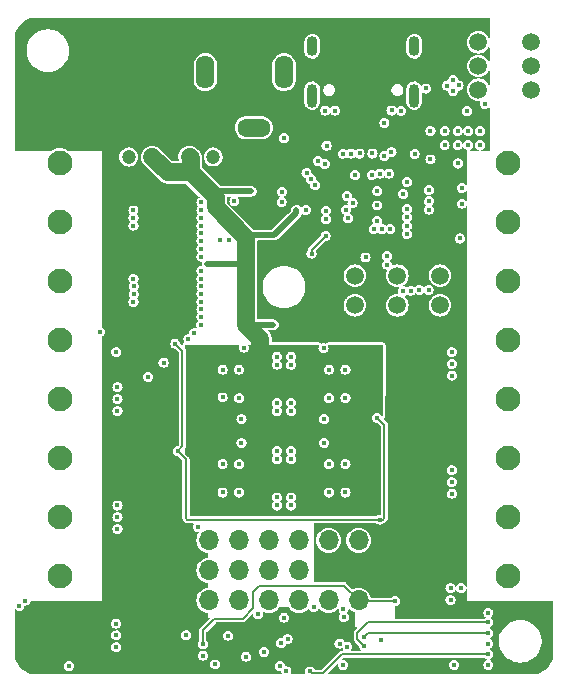
<source format=gbr>
%TF.GenerationSoftware,KiCad,Pcbnew,(7.0.0)*%
%TF.CreationDate,2023-08-07T02:07:43-04:00*%
%TF.ProjectId,NoU3,4e6f5533-2e6b-4696-9361-645f70636258,rev?*%
%TF.SameCoordinates,Original*%
%TF.FileFunction,Copper,L3,Inr*%
%TF.FilePolarity,Positive*%
%FSLAX46Y46*%
G04 Gerber Fmt 4.6, Leading zero omitted, Abs format (unit mm)*
G04 Created by KiCad (PCBNEW (7.0.0)) date 2023-08-07 02:07:43*
%MOMM*%
%LPD*%
G01*
G04 APERTURE LIST*
G04 Aperture macros list*
%AMRoundRect*
0 Rectangle with rounded corners*
0 $1 Rounding radius*
0 $2 $3 $4 $5 $6 $7 $8 $9 X,Y pos of 4 corners*
0 Add a 4 corners polygon primitive as box body*
4,1,4,$2,$3,$4,$5,$6,$7,$8,$9,$2,$3,0*
0 Add four circle primitives for the rounded corners*
1,1,$1+$1,$2,$3*
1,1,$1+$1,$4,$5*
1,1,$1+$1,$6,$7*
1,1,$1+$1,$8,$9*
0 Add four rect primitives between the rounded corners*
20,1,$1+$1,$2,$3,$4,$5,0*
20,1,$1+$1,$4,$5,$6,$7,0*
20,1,$1+$1,$6,$7,$8,$9,0*
20,1,$1+$1,$8,$9,$2,$3,0*%
G04 Aperture macros list end*
%TA.AperFunction,ComponentPad*%
%ADD10C,1.200000*%
%TD*%
%TA.AperFunction,ComponentPad*%
%ADD11C,2.100000*%
%TD*%
%TA.AperFunction,ComponentPad*%
%ADD12O,1.700000X1.700000*%
%TD*%
%TA.AperFunction,ComponentPad*%
%ADD13RoundRect,0.800000X0.000000X-0.600000X0.000000X-0.600000X0.000000X0.600000X0.000000X0.600000X0*%
%TD*%
%TA.AperFunction,ComponentPad*%
%ADD14RoundRect,0.800000X0.600000X0.000000X0.600000X0.000000X-0.600000X0.000000X-0.600000X0.000000X0*%
%TD*%
%TA.AperFunction,ComponentPad*%
%ADD15C,1.500000*%
%TD*%
%TA.AperFunction,ComponentPad*%
%ADD16O,0.900000X2.000000*%
%TD*%
%TA.AperFunction,ComponentPad*%
%ADD17O,0.900000X1.700000*%
%TD*%
%TA.AperFunction,ViaPad*%
%ADD18C,0.450000*%
%TD*%
%TA.AperFunction,Conductor*%
%ADD19C,0.500000*%
%TD*%
%TA.AperFunction,Conductor*%
%ADD20C,1.500000*%
%TD*%
%TA.AperFunction,Conductor*%
%ADD21C,0.508000*%
%TD*%
%TA.AperFunction,Conductor*%
%ADD22C,0.203200*%
%TD*%
G04 APERTURE END LIST*
D10*
%TO.N,VCC*%
%TO.C,C39*%
X-8000000Y14000000D03*
%TO.N,GND*%
X-6000000Y14000000D03*
%TD*%
D11*
%TO.N,/MotorDriver-4/Aout2*%
%TO.C,J11*%
X19000000Y-16500000D03*
%TO.N,/MotorDriver-4/Aout1*%
X19000000Y-21500000D03*
%TD*%
%TO.N,/MotorDriver-2/Bout1*%
%TO.C,J6*%
X-19000000Y-1500000D03*
%TO.N,/MotorDriver-2/Bout2*%
X-19000000Y3500000D03*
%TD*%
D12*
%TO.N,+5V*%
%TO.C,U19*%
X-1269999Y-20999999D03*
X1269999Y-20999999D03*
%TO.N,GND*%
X-1269999Y-18459999D03*
X1269999Y-18459999D03*
%TO.N,SRV3*%
X-1269999Y-23539999D03*
%TO.N,SRV4*%
X1269999Y-23539999D03*
%TD*%
D13*
%TO.N,Net-(J15-Pad1)*%
%TO.C,J15*%
X0Y21182500D03*
%TO.N,GND*%
X-6650000Y21182500D03*
D14*
%TO.N,N/C*%
X-2550000Y16482500D03*
%TD*%
D15*
%TO.N,GND*%
%TO.C,D4*%
X13200000Y1450000D03*
%TO.N,Net-(D4-A)*%
X13200000Y3950000D03*
%TD*%
D11*
%TO.N,/MotorDriver-2/Aout2*%
%TO.C,J5*%
X-19000000Y8500000D03*
%TO.N,/MotorDriver-2/Aout1*%
X-19000000Y13500000D03*
%TD*%
D16*
%TO.N,unconnected-(U17-SHIELD-PadS1)*%
%TO.C,U17*%
X11019999Y19194999D03*
D17*
X11019999Y23364999D03*
D16*
X2379999Y19194999D03*
D17*
X2379999Y23364999D03*
%TD*%
D11*
%TO.N,/MotorDriver-1/Aout2*%
%TO.C,J2*%
X19000000Y3500000D03*
%TO.N,/MotorDriver-1/Aout1*%
X19000000Y-1500000D03*
%TD*%
%TO.N,MD4_B1*%
%TO.C,J12*%
X19000000Y-6500000D03*
%TO.N,MD4_B2*%
X19000000Y-11500000D03*
%TD*%
%TO.N,/MotorDriver-1/Bout1*%
%TO.C,J3*%
X19000000Y13500000D03*
%TO.N,/MotorDriver-1/Bout2*%
X19000000Y8500000D03*
%TD*%
D12*
%TO.N,+5V*%
%TO.C,U18*%
X-6369999Y-20999999D03*
X-3829999Y-20999999D03*
%TO.N,GND*%
X-6369999Y-18459999D03*
X-3829999Y-18459999D03*
%TO.N,SRV1*%
X-6369999Y-23539999D03*
%TO.N,SRV2*%
X-3829999Y-23539999D03*
%TD*%
D11*
%TO.N,MD3_B1*%
%TO.C,J9*%
X-19000000Y-21500000D03*
%TO.N,MD3_B2*%
X-19000000Y-16500000D03*
%TD*%
D12*
%TO.N,+3V3*%
%TO.C,U7*%
X3779999Y-20999999D03*
X6319999Y-20999999D03*
%TO.N,GND*%
X3779999Y-18459999D03*
X6319999Y-18459999D03*
%TO.N,GPIO_MISC1*%
X3779999Y-23539999D03*
%TO.N,GPIO_MISC2*%
X6319999Y-23539999D03*
%TD*%
D15*
%TO.N,GND*%
%TO.C,D5*%
X6000000Y1450000D03*
%TO.N,Net-(D5-A)*%
X6000000Y3950000D03*
%TD*%
%TO.N,unconnected-(U8-Pad1)*%
%TO.C,U8*%
X16450000Y19700000D03*
%TO.N,Net-(Q1-D)*%
X16450000Y21700000D03*
%TO.N,Net-(J15-Pad1)*%
X16450000Y23700000D03*
%TO.N,unconnected-(U8-Pad4)*%
X20950000Y19700000D03*
%TO.N,unconnected-(U8-Pad5)*%
X20950000Y21700000D03*
%TO.N,unconnected-(U8-Pad6)*%
X20950000Y23700000D03*
%TD*%
D10*
%TO.N,VCC*%
%TO.C,C20*%
X-11150000Y14000000D03*
%TO.N,GND*%
X-13150000Y14000000D03*
%TD*%
D11*
%TO.N,/MotorDriver-3/Aout2*%
%TO.C,J8*%
X-19000000Y-11500000D03*
%TO.N,/MotorDriver-3/Aout1*%
X-19000000Y-6500000D03*
%TD*%
D15*
%TO.N,GND*%
%TO.C,D6*%
X9600000Y1450000D03*
%TO.N,Net-(D6-A)*%
X9600000Y3950000D03*
%TD*%
D18*
%TO.N,GND*%
X7900000Y9900000D03*
X-5200000Y-6350000D03*
X-3200000Y-28300000D03*
X5200000Y-12000000D03*
X-3600000Y-8200000D03*
X7900000Y11100000D03*
X3500332Y17932185D03*
X8200000Y-26900000D03*
X-12733506Y2404388D03*
X4700000Y-27200000D03*
X-4725000Y-26525000D03*
X15600000Y15000000D03*
X16600000Y15000000D03*
X14900000Y7100000D03*
X13600000Y16200000D03*
X9909479Y17922881D03*
X15600000Y16200000D03*
X-14200000Y-27500000D03*
X8500000Y16900000D03*
X3400000Y-10200000D03*
X15059037Y11392283D03*
X-3600000Y-10200000D03*
X14734037Y13454502D03*
X5200000Y-14400000D03*
X3800000Y-14400000D03*
X-5200000Y-12000000D03*
X3350000Y-2200000D03*
X14100000Y-22500000D03*
X-14100000Y-7500000D03*
X3800000Y-4000000D03*
X-3800000Y-14400000D03*
X14200000Y-2500000D03*
X17000000Y18500000D03*
X14200000Y-12500000D03*
X-14100000Y-17500000D03*
X7900000Y8600000D03*
X-7300000Y-17300000D03*
X12400000Y16200000D03*
X-12750000Y8200000D03*
X-5400000Y7000000D03*
X1838623Y9532520D03*
X3800000Y-12000000D03*
X12400000Y13800000D03*
X14700000Y16200000D03*
X12000000Y19800000D03*
X17300000Y-24600000D03*
X16600000Y16200000D03*
X300000Y-26800000D03*
X13600000Y15000000D03*
X-18200000Y-29100000D03*
X14700000Y15000000D03*
X5200000Y-6400000D03*
X-176894Y11049495D03*
X-4700000Y7000000D03*
X-3800000Y-12000000D03*
X-3394651Y-2140405D03*
X5200000Y-4000000D03*
X-8300000Y-26500000D03*
X-3800000Y-6400000D03*
X3400000Y-8200000D03*
X-3800000Y-4000000D03*
X3800000Y-6400000D03*
X11059037Y14250000D03*
X-200000Y10200000D03*
X-5200000Y-4000000D03*
X14400000Y-29000000D03*
X-5200000Y-14400000D03*
%TO.N,VCC*%
X1037035Y9484763D03*
X-2760596Y11107840D03*
X-425000Y-13525000D03*
X0Y-9200000D03*
X13805738Y20048653D03*
X-5200000Y4900000D03*
X5700000Y-10500000D03*
X-5452224Y-16057578D03*
X-600000Y-5525000D03*
X600000Y-12875000D03*
X1450000Y-2200000D03*
X-900000Y-187213D03*
X5300000Y-2700000D03*
X679500Y8887500D03*
X14300000Y19600000D03*
X14300000Y20500000D03*
X14777031Y20055648D03*
X-5200000Y-7600000D03*
X600000Y-4875000D03*
X-5900000Y4900000D03*
%TO.N,+3V3*%
X-12750000Y450000D03*
X-5225000Y-27725000D03*
X4543125Y-29567348D03*
X12359037Y12850000D03*
X3533877Y6591537D03*
X-1914292Y14953493D03*
X10900000Y-23700000D03*
X2500000Y-300000D03*
X-3127019Y14961524D03*
X4400000Y14731216D03*
X-14100000Y-4500000D03*
X-14200000Y-24500000D03*
X-2900000Y8900000D03*
X12459037Y8500000D03*
X-12750000Y4325000D03*
X2400000Y-24800000D03*
X15500000Y-24800000D03*
X-9000000Y-27800000D03*
X-5625000Y-26425000D03*
X-12750000Y6225000D03*
X4700000Y-26500000D03*
X-12750000Y10125000D03*
X-14100000Y-14500000D03*
X300000Y-27500000D03*
X14200000Y-5500000D03*
X3500000Y10100000D03*
X14200000Y-15500000D03*
%TO.N,+5V*%
X-4205785Y10249659D03*
X-8100000Y-1400000D03*
X-7600000Y-900000D03*
%TO.N,Net-(U2-XTAL_N)*%
X15059037Y10050000D03*
X12259037Y11200000D03*
%TO.N,SNS_VIN*%
X7487300Y14299808D03*
X15500000Y17900000D03*
%TO.N,E1A*%
X14200000Y-4500000D03*
X11469399Y2740879D03*
%TO.N,E1B*%
X14200000Y-3500000D03*
X12242133Y2757867D03*
%TO.N,E3A*%
X2878830Y13678830D03*
X-14100000Y-15500000D03*
%TO.N,E3B*%
X-14100000Y-16500000D03*
X3446337Y13406416D03*
%TO.N,E2A*%
X-14100000Y-5500000D03*
X5262763Y9540257D03*
%TO.N,E2B*%
X5307867Y10707867D03*
X-14100000Y-6500000D03*
%TO.N,/MotorDriver-1/BIN1*%
X-7000000Y10150000D03*
X600000Y-2900000D03*
%TO.N,/MotorDriver-1/BIN2*%
X-7000000Y9500000D03*
X600000Y-3575000D03*
%TO.N,/MotorDriver-1/AIN2*%
X-7000000Y7550000D03*
X600000Y-6800000D03*
%TO.N,/MotorDriver-2/BIN1*%
X-600000Y-7500000D03*
X-7000000Y5575000D03*
%TO.N,/MotorDriver-2/BIN2*%
X-600000Y-6825000D03*
X-7000000Y6250000D03*
%TO.N,/MotorDriver-2/AIN2*%
X-7000000Y8200000D03*
X-600000Y-3575000D03*
%TO.N,/MotorDriver-2/AIN1*%
X-600000Y-2900000D03*
X-7000000Y8850000D03*
%TO.N,/MotorDriver-3/BIN1*%
X-600000Y-15500000D03*
X-7025000Y-225000D03*
%TO.N,/MotorDriver-3/BIN2*%
X-600000Y-14825000D03*
X-7000000Y450000D03*
%TO.N,/MotorDriver-3/AIN2*%
X-7000000Y2400000D03*
X-600000Y-11575000D03*
%TO.N,/MotorDriver-3/AIN1*%
X-600000Y-10900000D03*
X-7000000Y3050000D03*
%TO.N,/MotorDriver-4/BIN1*%
X-7000000Y4350000D03*
X600000Y-10900000D03*
%TO.N,/MotorDriver-4/BIN2*%
X-7000000Y3700000D03*
X600000Y-11575000D03*
%TO.N,/MotorDriver-4/AIN2*%
X-7000000Y1750000D03*
X600000Y-14825000D03*
%TO.N,/MotorDriver-4/AIN1*%
X-7000000Y1100000D03*
X600000Y-15500000D03*
%TO.N,SRV1*%
X3559037Y9450000D03*
%TO.N,SRV2*%
X3559037Y8750000D03*
%TO.N,SRV3*%
X6030168Y12481020D03*
%TO.N,SRV4*%
X4981216Y14281216D03*
%TO.N,/VUSB*%
X4302472Y17930856D03*
X9104680Y17941489D03*
%TO.N,/MotorDriver-2/Aout2*%
X-10200000Y-3400000D03*
X-15600000Y-800000D03*
%TO.N,/MotorDriver-2/Bout1*%
X-14200000Y-2500000D03*
X-11500000Y-4600000D03*
%TO.N,M_SRCLK*%
X1906189Y12620300D03*
X-12752913Y9477268D03*
X-12747462Y3681366D03*
%TO.N,M_RCLK*%
X-12749424Y8852735D03*
X2293124Y12123757D03*
X-12730017Y3056833D03*
%TO.N,M_SER*%
X2642340Y11600000D03*
X-12750000Y1725000D03*
%TO.N,E_D+*%
X-7867Y15592133D03*
X5800000Y10100000D03*
%TO.N,E_D-*%
X3600000Y14970498D03*
X5400000Y8800000D03*
%TO.N,E5A*%
X-14200000Y-25500000D03*
X5689083Y14289083D03*
%TO.N,Net-(U2-CHIP_PU)*%
X-21893900Y-23554875D03*
X9100000Y14400000D03*
%TO.N,Net-(U2-GPIO0)*%
X-22400000Y-24000000D03*
X8900000Y12600000D03*
%TO.N,/MotorDriver-1/AIN1*%
X600000Y-7500000D03*
X-7000000Y6900000D03*
%TO.N,E4A*%
X15000000Y-22500000D03*
X10400000Y8900000D03*
%TO.N,E4B*%
X14100000Y-23500000D03*
X10400000Y9600000D03*
%TO.N,E5B*%
X6393900Y14300000D03*
X-14200000Y-26500000D03*
%TO.N,Net-(U2-U0TXD)*%
X12259037Y9550000D03*
%TO.N,Net-(U2-U0RXD)*%
X12259037Y10250000D03*
%TO.N,SF_SCL*%
X6800000Y-27400000D03*
X-1700000Y-27900000D03*
X10714444Y2682396D03*
X17300000Y-25400000D03*
X-5824087Y-28955872D03*
%TO.N,SF_SDA*%
X-6848348Y-28213134D03*
X-247608Y-27148703D03*
X10081770Y2639863D03*
X6772763Y-26628997D03*
X17300000Y-26300000D03*
%TO.N,SF_INT1*%
X9000000Y7895498D03*
X17300000Y-27200000D03*
X2500000Y-24100000D03*
%TO.N,SF_INT2*%
X8300000Y7895498D03*
X2188504Y-29549948D03*
X17300000Y-28100000D03*
%TO.N,GPIO_MISC2*%
X7600000Y7895498D03*
X-6872307Y-27254761D03*
X17300000Y-29000000D03*
X9400000Y-23600000D03*
%TO.N,E6A*%
X10395900Y8163121D03*
X14200000Y-14500000D03*
%TO.N,E6B*%
X14200000Y-13500000D03*
X10400000Y7500000D03*
%TO.N,Net-(JP1-B)*%
X5355523Y-27452273D03*
%TO.N,Net-(JP2-B)*%
X-2200000Y-24700000D03*
%TO.N,LED_MISC1*%
X8710917Y4889083D03*
X10097124Y10881389D03*
%TO.N,SNS_VER*%
X7426068Y12501910D03*
%TO.N,LED_MISC2*%
X8706100Y5600000D03*
X10400000Y11900000D03*
%TO.N,Net-(U23-ASDx)*%
X5061328Y-24947499D03*
%TO.N,Net-(U23-ASCx)*%
X5035594Y-24247355D03*
%TO.N,Net-(U23-INT2)*%
X5000000Y-29000000D03*
%TO.N,Net-(U26-INT2)*%
X0Y-25000000D03*
%TO.N,Net-(U26-SDx)*%
X-354376Y-29111608D03*
%TO.N,Net-(U26-SCx)*%
X200680Y-29550862D03*
%TO.N,nSleep*%
X8100000Y-16700000D03*
X7900000Y-8100000D03*
X-9200000Y-1800000D03*
X-9000000Y-10900000D03*
X3520574Y7320574D03*
X2331006Y5820306D03*
%TO.N,GPIO_MISC1*%
X6900000Y5500000D03*
%TO.N,Q_SCL*%
X8500000Y14100000D03*
%TO.N,Q_SDA*%
X8100000Y12600000D03*
%TD*%
D19*
%TO.N,VCC*%
X1037035Y9245035D02*
X679500Y8887500D01*
D20*
X-7900000Y12700000D02*
X-9850000Y12700000D01*
X-7900000Y12700000D02*
X-7900000Y13900000D01*
D19*
X-5900000Y4900000D02*
X-3200000Y4900000D01*
D20*
X-3200000Y-200000D02*
X-3200000Y4900000D01*
D19*
X-5900000Y4900000D02*
X-6500000Y4900000D01*
X1037035Y9484763D02*
X1037035Y9245035D01*
D20*
X-1400000Y-8900000D02*
X-1500000Y-8900000D01*
X-5800000Y9733417D02*
X-5800000Y10600000D01*
X-1500000Y-8800000D02*
X-2000000Y-8300000D01*
X-5800000Y10600000D02*
X-7900000Y12700000D01*
X-1100000Y-9200000D02*
X-1400000Y-8900000D01*
D19*
X-5300000Y11100000D02*
X-5800000Y10600000D01*
D20*
X0Y-9200000D02*
X-1100000Y-9200000D01*
X-2000000Y-1400000D02*
X-3200000Y-200000D01*
D21*
X-900000Y-187213D02*
X-3187213Y-187213D01*
D20*
X-3200000Y4900000D02*
X-3200000Y7133417D01*
X-7900000Y13900000D02*
X-8000000Y14000000D01*
X-3200000Y7133417D02*
X-5800000Y9733417D01*
X-1500000Y-8900000D02*
X-1500000Y-8800000D01*
D19*
X-808482Y7400000D02*
X-2933417Y7400000D01*
X-2760596Y11107840D02*
X-2768436Y11100000D01*
X679500Y8887500D02*
X679018Y8887500D01*
D20*
X-9850000Y12700000D02*
X-11150000Y14000000D01*
D19*
X679018Y8887500D02*
X-808482Y7400000D01*
D20*
X-2000000Y-8300000D02*
X-2000000Y-1400000D01*
D19*
X-2768436Y11100000D02*
X-5300000Y11100000D01*
X-2933417Y7400000D02*
X-3200000Y7133417D01*
D21*
X-3187213Y-187213D02*
X-3200000Y-200000D01*
D22*
%TO.N,SF_SCL*%
X7100000Y-25400000D02*
X6200000Y-26300000D01*
X6200000Y-26300000D02*
X6200000Y-26800000D01*
X6200000Y-26800000D02*
X6800000Y-27400000D01*
X17300000Y-25400000D02*
X7100000Y-25400000D01*
%TO.N,SF_SDA*%
X6772763Y-26628997D02*
X7101760Y-26300000D01*
X7101760Y-26300000D02*
X17300000Y-26300000D01*
%TO.N,SF_INT2*%
X4900000Y-28100000D02*
X17300000Y-28100000D01*
X3300000Y-29700000D02*
X4900000Y-28100000D01*
X2188504Y-29549948D02*
X2338556Y-29700000D01*
X2338556Y-29700000D02*
X3300000Y-29700000D01*
%TO.N,GPIO_MISC2*%
X-2600000Y-22800000D02*
X-2100000Y-22300000D01*
X-5900000Y-25100000D02*
X-3500000Y-25100000D01*
X-6872307Y-26072307D02*
X-5900000Y-25100000D01*
X-6872307Y-27254761D02*
X-6872307Y-26072307D01*
X9400000Y-23600000D02*
X6380000Y-23600000D01*
X-2100000Y-22300000D02*
X5080000Y-22300000D01*
X-2600000Y-24200000D02*
X-2600000Y-22800000D01*
X6380000Y-23600000D02*
X6320000Y-23540000D01*
X5080000Y-22300000D02*
X6320000Y-23540000D01*
X-3500000Y-25100000D02*
X-2600000Y-24200000D01*
%TO.N,nSleep*%
X8100000Y-16700000D02*
X7200000Y-16700000D01*
X8500000Y-16600000D02*
X8400000Y-16700000D01*
X-8200000Y-16700000D02*
X7200000Y-16700000D01*
X-8300000Y-11600000D02*
X-8300000Y-16600000D01*
X8500000Y-8700000D02*
X8500000Y-16600000D01*
X-8600000Y-2400000D02*
X-8600000Y-10500000D01*
X8400000Y-16700000D02*
X7200000Y-16700000D01*
X2331006Y6131006D02*
X3520574Y7320574D01*
X7900000Y-8100000D02*
X8500000Y-8700000D01*
X-9200000Y-1800000D02*
X-8600000Y-2400000D01*
X-9000000Y-10900000D02*
X-8300000Y-11600000D01*
X-8300000Y-16600000D02*
X-8200000Y-16700000D01*
X2331006Y5820306D02*
X2331006Y6131006D01*
X-8600000Y-10500000D02*
X-9000000Y-10900000D01*
%TD*%
%TA.AperFunction,Conductor*%
%TO.N,+3V3*%
G36*
X17385648Y25785148D02*
G01*
X17400000Y25750500D01*
X17400000Y24134641D01*
X17389629Y24104495D01*
X17362906Y24087109D01*
X17331143Y24089845D01*
X17307786Y24111543D01*
X17299480Y24127082D01*
X17244136Y24230625D01*
X17125357Y24375357D01*
X16980625Y24494136D01*
X16815501Y24582396D01*
X16636331Y24636747D01*
X16450000Y24655099D01*
X16263669Y24636747D01*
X16084499Y24582396D01*
X15919375Y24494136D01*
X15774643Y24375357D01*
X15773114Y24373494D01*
X15728064Y24318600D01*
X15655864Y24230625D01*
X15654728Y24228501D01*
X15654728Y24228500D01*
X15599803Y24125741D01*
X15567604Y24065501D01*
X15566903Y24063193D01*
X15566903Y24063191D01*
X15513950Y23888631D01*
X15513948Y23888624D01*
X15513253Y23886331D01*
X15513017Y23883941D01*
X15513017Y23883938D01*
X15509093Y23844093D01*
X15494901Y23700000D01*
X15513253Y23513669D01*
X15513948Y23511377D01*
X15513950Y23511368D01*
X15566903Y23336808D01*
X15566905Y23336802D01*
X15567604Y23334499D01*
X15568740Y23332373D01*
X15568742Y23332369D01*
X15654728Y23171499D01*
X15654731Y23171493D01*
X15655864Y23169375D01*
X15657387Y23167518D01*
X15657392Y23167512D01*
X15773114Y23026505D01*
X15773118Y23026500D01*
X15774643Y23024643D01*
X15776500Y23023118D01*
X15776505Y23023114D01*
X15917512Y22907392D01*
X15917518Y22907387D01*
X15919375Y22905864D01*
X15921493Y22904731D01*
X15921499Y22904728D01*
X16082369Y22818742D01*
X16082373Y22818740D01*
X16084499Y22817604D01*
X16086802Y22816905D01*
X16086808Y22816903D01*
X16261368Y22763950D01*
X16261377Y22763948D01*
X16263669Y22763253D01*
X16266056Y22763017D01*
X16266061Y22763017D01*
X16410778Y22748764D01*
X16442282Y22732906D01*
X16449999Y22712898D01*
X16457717Y22732906D01*
X16489220Y22748763D01*
X16515568Y22751358D01*
X16633938Y22763017D01*
X16633941Y22763017D01*
X16636331Y22763253D01*
X16638624Y22763948D01*
X16638631Y22763950D01*
X16813191Y22816903D01*
X16813193Y22816903D01*
X16815501Y22817604D01*
X16980625Y22905864D01*
X17125357Y23024643D01*
X17244136Y23169375D01*
X17307786Y23288457D01*
X17331143Y23310155D01*
X17362906Y23312891D01*
X17389629Y23295505D01*
X17400000Y23265359D01*
X17400000Y22134641D01*
X17389629Y22104495D01*
X17362906Y22087109D01*
X17331143Y22089845D01*
X17307786Y22111543D01*
X17295440Y22134641D01*
X17244136Y22230625D01*
X17125357Y22375357D01*
X16980625Y22494136D01*
X16815501Y22582396D01*
X16636331Y22636747D01*
X16489220Y22651236D01*
X16457717Y22667094D01*
X16449999Y22687101D01*
X16442282Y22667094D01*
X16410778Y22651236D01*
X16263669Y22636747D01*
X16084499Y22582396D01*
X15919375Y22494136D01*
X15774643Y22375357D01*
X15773114Y22373494D01*
X15743849Y22337834D01*
X15655864Y22230625D01*
X15567604Y22065501D01*
X15566903Y22063193D01*
X15566903Y22063191D01*
X15513950Y21888631D01*
X15513948Y21888624D01*
X15513253Y21886331D01*
X15513017Y21883941D01*
X15513017Y21883938D01*
X15500000Y21751771D01*
X15494901Y21700000D01*
X15513253Y21513669D01*
X15513948Y21511377D01*
X15513950Y21511368D01*
X15566903Y21336808D01*
X15566905Y21336802D01*
X15567604Y21334499D01*
X15568740Y21332373D01*
X15568742Y21332369D01*
X15654728Y21171499D01*
X15654731Y21171493D01*
X15655864Y21169375D01*
X15657387Y21167518D01*
X15657392Y21167512D01*
X15773114Y21026505D01*
X15773118Y21026500D01*
X15774643Y21024643D01*
X15776500Y21023118D01*
X15776505Y21023114D01*
X15917512Y20907392D01*
X15917518Y20907387D01*
X15919375Y20905864D01*
X15921493Y20904731D01*
X15921499Y20904728D01*
X16082369Y20818742D01*
X16082373Y20818740D01*
X16084499Y20817604D01*
X16086802Y20816905D01*
X16086808Y20816903D01*
X16261368Y20763950D01*
X16261377Y20763948D01*
X16263669Y20763253D01*
X16266056Y20763017D01*
X16266061Y20763017D01*
X16410778Y20748764D01*
X16442282Y20732906D01*
X16449999Y20712898D01*
X16457717Y20732906D01*
X16489220Y20748763D01*
X16515568Y20751358D01*
X16633938Y20763017D01*
X16633941Y20763017D01*
X16636331Y20763253D01*
X16638624Y20763948D01*
X16638631Y20763950D01*
X16813191Y20816903D01*
X16813193Y20816903D01*
X16815501Y20817604D01*
X16980625Y20905864D01*
X17125357Y21024643D01*
X17244136Y21169375D01*
X17307786Y21288457D01*
X17331143Y21310155D01*
X17362906Y21312891D01*
X17389629Y21295505D01*
X17400000Y21265359D01*
X17400000Y20134641D01*
X17389629Y20104495D01*
X17362906Y20087109D01*
X17331143Y20089845D01*
X17307786Y20111543D01*
X17299154Y20127693D01*
X17244136Y20230625D01*
X17125357Y20375357D01*
X16980625Y20494136D01*
X16815501Y20582396D01*
X16636331Y20636747D01*
X16489220Y20651236D01*
X16457717Y20667094D01*
X16449999Y20687101D01*
X16442282Y20667094D01*
X16410778Y20651236D01*
X16263669Y20636747D01*
X16084499Y20582396D01*
X15919375Y20494136D01*
X15774643Y20375357D01*
X15773114Y20373494D01*
X15768005Y20367268D01*
X15655864Y20230625D01*
X15654728Y20228501D01*
X15654728Y20228500D01*
X15610525Y20145801D01*
X15567604Y20065501D01*
X15566903Y20063193D01*
X15566903Y20063191D01*
X15513950Y19888631D01*
X15513948Y19888624D01*
X15513253Y19886331D01*
X15513017Y19883941D01*
X15513017Y19883938D01*
X15504375Y19796193D01*
X15494901Y19700000D01*
X15495137Y19697604D01*
X15509653Y19550214D01*
X15513253Y19513669D01*
X15513948Y19511377D01*
X15513950Y19511368D01*
X15566903Y19336808D01*
X15566905Y19336802D01*
X15567604Y19334499D01*
X15568740Y19332373D01*
X15568742Y19332369D01*
X15654728Y19171499D01*
X15654731Y19171493D01*
X15655864Y19169375D01*
X15657387Y19167518D01*
X15657392Y19167512D01*
X15773114Y19026505D01*
X15773118Y19026500D01*
X15774643Y19024643D01*
X15776500Y19023118D01*
X15776505Y19023114D01*
X15917512Y18907392D01*
X15917518Y18907387D01*
X15919375Y18905864D01*
X15921493Y18904731D01*
X15921499Y18904728D01*
X16082369Y18818742D01*
X16082373Y18818740D01*
X16084499Y18817604D01*
X16086802Y18816905D01*
X16086808Y18816903D01*
X16261368Y18763950D01*
X16261377Y18763948D01*
X16263669Y18763253D01*
X16266056Y18763017D01*
X16266061Y18763017D01*
X16447604Y18745137D01*
X16450000Y18744901D01*
X16568538Y18756576D01*
X16601621Y18747828D01*
X16620911Y18719563D01*
X16617000Y18685567D01*
X16592031Y18636563D01*
X16592028Y18636556D01*
X16590281Y18633126D01*
X16569196Y18500000D01*
X16569799Y18496193D01*
X16584886Y18400933D01*
X16590281Y18366874D01*
X16592027Y18363445D01*
X16592030Y18363439D01*
X16640312Y18268682D01*
X16651472Y18246780D01*
X16654195Y18244056D01*
X16654198Y18244053D01*
X16744053Y18154198D01*
X16744056Y18154195D01*
X16746780Y18151472D01*
X16750212Y18149722D01*
X16750214Y18149722D01*
X16863439Y18092030D01*
X16863445Y18092027D01*
X16866874Y18090281D01*
X16870678Y18089678D01*
X16870680Y18089678D01*
X16996193Y18069799D01*
X17000000Y18069196D01*
X17003807Y18069799D01*
X17129319Y18089678D01*
X17133126Y18090281D01*
X17136556Y18092028D01*
X17136560Y18092030D01*
X17227068Y18138147D01*
X17253220Y18151472D01*
X17316352Y18214604D01*
X17351000Y18228956D01*
X17385648Y18214604D01*
X17400000Y18179956D01*
X17400000Y14549000D01*
X17385648Y14514352D01*
X17351000Y14500000D01*
X16760039Y14500000D01*
X16729703Y14510519D01*
X16712393Y14537561D01*
X16715540Y14569514D01*
X16737793Y14592659D01*
X16740401Y14593988D01*
X16853220Y14651472D01*
X16948528Y14746780D01*
X17009719Y14866874D01*
X17030804Y15000000D01*
X17009719Y15133126D01*
X16948528Y15253220D01*
X16853220Y15348528D01*
X16733126Y15409719D01*
X16600000Y15430804D01*
X16466874Y15409719D01*
X16463440Y15407969D01*
X16463439Y15407969D01*
X16449171Y15400699D01*
X16346780Y15348528D01*
X16251472Y15253220D01*
X16249722Y15249785D01*
X16192030Y15136560D01*
X16192028Y15136556D01*
X16190281Y15133126D01*
X16169196Y15000000D01*
X16169799Y14996193D01*
X16187237Y14886089D01*
X16190281Y14866874D01*
X16192027Y14863445D01*
X16192030Y14863439D01*
X16247237Y14755091D01*
X16251472Y14746780D01*
X16254195Y14744056D01*
X16254198Y14744053D01*
X16344053Y14654198D01*
X16344056Y14654195D01*
X16346780Y14651472D01*
X16350212Y14649722D01*
X16350214Y14649722D01*
X16462207Y14592659D01*
X16484460Y14569514D01*
X16487607Y14537561D01*
X16470297Y14510519D01*
X16439961Y14500000D01*
X15760039Y14500000D01*
X15729703Y14510519D01*
X15712393Y14537561D01*
X15715540Y14569514D01*
X15737793Y14592659D01*
X15740401Y14593988D01*
X15853220Y14651472D01*
X15948528Y14746780D01*
X16009719Y14866874D01*
X16030804Y15000000D01*
X16009719Y15133126D01*
X15948528Y15253220D01*
X15853220Y15348528D01*
X15733126Y15409719D01*
X15600000Y15430804D01*
X15466874Y15409719D01*
X15463440Y15407969D01*
X15463439Y15407969D01*
X15449171Y15400699D01*
X15346780Y15348528D01*
X15251472Y15253220D01*
X15249722Y15249786D01*
X15249720Y15249783D01*
X15193659Y15139756D01*
X15167560Y15116256D01*
X15132440Y15116256D01*
X15106341Y15139756D01*
X15050279Y15249783D01*
X15050278Y15249785D01*
X15048528Y15253220D01*
X14953220Y15348528D01*
X14833126Y15409719D01*
X14700000Y15430804D01*
X14566874Y15409719D01*
X14563440Y15407969D01*
X14563439Y15407969D01*
X14549171Y15400699D01*
X14446780Y15348528D01*
X14351472Y15253220D01*
X14349722Y15249785D01*
X14292030Y15136560D01*
X14292028Y15136556D01*
X14290281Y15133126D01*
X14269196Y15000000D01*
X14269799Y14996193D01*
X14287237Y14886089D01*
X14290281Y14866874D01*
X14292027Y14863445D01*
X14292030Y14863439D01*
X14347237Y14755091D01*
X14351472Y14746780D01*
X14354195Y14744056D01*
X14354198Y14744053D01*
X14444053Y14654198D01*
X14444056Y14654195D01*
X14446780Y14651472D01*
X14450212Y14649722D01*
X14450214Y14649722D01*
X14563439Y14592030D01*
X14563445Y14592027D01*
X14566874Y14590281D01*
X14570678Y14589678D01*
X14570680Y14589678D01*
X14696193Y14569799D01*
X14700000Y14569196D01*
X14703807Y14569799D01*
X14829319Y14589678D01*
X14833126Y14590281D01*
X14836556Y14592028D01*
X14836560Y14592030D01*
X14949785Y14649722D01*
X14953220Y14651472D01*
X15048528Y14746780D01*
X15106341Y14860244D01*
X15132440Y14883743D01*
X15167560Y14883743D01*
X15193659Y14860244D01*
X15247142Y14755277D01*
X15251472Y14746780D01*
X15254195Y14744056D01*
X15254198Y14744053D01*
X15344053Y14654198D01*
X15344056Y14654195D01*
X15346780Y14651472D01*
X15350212Y14649722D01*
X15350214Y14649722D01*
X15463439Y14592030D01*
X15463445Y14592027D01*
X15466874Y14590281D01*
X15470676Y14589678D01*
X15470685Y14589676D01*
X15483956Y14587574D01*
X15511612Y14573138D01*
X15524950Y14544936D01*
X15518562Y14514400D01*
X15505169Y14502732D01*
X15504037Y14500000D01*
X15500000Y14500000D01*
X15500000Y14490253D01*
X15500000Y11668057D01*
X15490642Y11639256D01*
X15466142Y11621455D01*
X15435859Y11621455D01*
X15411358Y11639255D01*
X15409318Y11642061D01*
X15407565Y11645503D01*
X15312257Y11740811D01*
X15192163Y11802002D01*
X15059037Y11823087D01*
X14925911Y11802002D01*
X14805817Y11740811D01*
X14710509Y11645503D01*
X14702712Y11630201D01*
X14651067Y11528843D01*
X14651065Y11528839D01*
X14649318Y11525409D01*
X14628233Y11392283D01*
X14628836Y11388476D01*
X14644990Y11286479D01*
X14649318Y11259157D01*
X14651064Y11255728D01*
X14651067Y11255722D01*
X14698618Y11162400D01*
X14710509Y11139063D01*
X14713232Y11136339D01*
X14713235Y11136336D01*
X14803090Y11046481D01*
X14803093Y11046478D01*
X14805817Y11043755D01*
X14809249Y11042005D01*
X14809251Y11042005D01*
X14922476Y10984313D01*
X14922482Y10984310D01*
X14925911Y10982564D01*
X14929715Y10981961D01*
X14929717Y10981961D01*
X15055230Y10962082D01*
X15059037Y10961479D01*
X15062844Y10962082D01*
X15188356Y10981961D01*
X15192163Y10982564D01*
X15195593Y10984311D01*
X15195597Y10984313D01*
X15308822Y11042005D01*
X15312257Y11043755D01*
X15407565Y11139063D01*
X15409317Y11142503D01*
X15411358Y11145311D01*
X15435859Y11163111D01*
X15466142Y11163111D01*
X15490642Y11145310D01*
X15500000Y11116509D01*
X15500000Y10325774D01*
X15490642Y10296973D01*
X15466142Y10279172D01*
X15435859Y10279172D01*
X15411358Y10296972D01*
X15409318Y10299778D01*
X15407565Y10303220D01*
X15312257Y10398528D01*
X15192163Y10459719D01*
X15059037Y10480804D01*
X14925911Y10459719D01*
X14922477Y10457969D01*
X14922476Y10457969D01*
X14907380Y10450277D01*
X14805817Y10398528D01*
X14710509Y10303220D01*
X14706381Y10295118D01*
X14651067Y10186560D01*
X14651065Y10186556D01*
X14649318Y10183126D01*
X14628233Y10050000D01*
X14628836Y10046193D01*
X14645300Y9942239D01*
X14649318Y9916874D01*
X14651064Y9913445D01*
X14651067Y9913439D01*
X14707325Y9803028D01*
X14710509Y9796780D01*
X14713232Y9794056D01*
X14713235Y9794053D01*
X14803090Y9704198D01*
X14803093Y9704195D01*
X14805817Y9701472D01*
X14809249Y9699722D01*
X14809251Y9699722D01*
X14922476Y9642030D01*
X14922482Y9642027D01*
X14925911Y9640281D01*
X14929715Y9639678D01*
X14929717Y9639678D01*
X15055230Y9619799D01*
X15059037Y9619196D01*
X15062844Y9619799D01*
X15084261Y9623191D01*
X15146988Y9633126D01*
X15188356Y9639678D01*
X15192163Y9640281D01*
X15195593Y9642028D01*
X15195597Y9642030D01*
X15308822Y9699722D01*
X15312257Y9701472D01*
X15407565Y9796780D01*
X15409317Y9800220D01*
X15411358Y9803028D01*
X15435859Y9820828D01*
X15466142Y9820828D01*
X15490642Y9803027D01*
X15500000Y9774226D01*
X15500000Y-22339961D01*
X15489481Y-22370297D01*
X15462439Y-22387607D01*
X15430486Y-22384460D01*
X15407341Y-22362207D01*
X15396006Y-22339961D01*
X15348528Y-22246780D01*
X15253220Y-22151472D01*
X15181228Y-22114790D01*
X15136560Y-22092030D01*
X15136556Y-22092028D01*
X15133126Y-22090281D01*
X15000000Y-22069196D01*
X14996193Y-22069799D01*
X14870680Y-22089678D01*
X14870678Y-22089678D01*
X14866874Y-22090281D01*
X14863445Y-22092027D01*
X14863439Y-22092030D01*
X14750214Y-22149722D01*
X14750212Y-22149722D01*
X14746780Y-22151472D01*
X14744056Y-22154195D01*
X14744053Y-22154198D01*
X14654198Y-22244053D01*
X14654195Y-22244056D01*
X14651472Y-22246780D01*
X14649722Y-22250212D01*
X14649722Y-22250214D01*
X14593659Y-22360244D01*
X14567560Y-22383743D01*
X14532440Y-22383743D01*
X14506341Y-22360244D01*
X14496006Y-22339961D01*
X14448528Y-22246780D01*
X14353220Y-22151472D01*
X14281228Y-22114790D01*
X14236560Y-22092030D01*
X14236556Y-22092028D01*
X14233126Y-22090281D01*
X14100000Y-22069196D01*
X14096193Y-22069799D01*
X13970680Y-22089678D01*
X13970678Y-22089678D01*
X13966874Y-22090281D01*
X13963445Y-22092027D01*
X13963439Y-22092030D01*
X13850214Y-22149722D01*
X13850212Y-22149722D01*
X13846780Y-22151472D01*
X13844056Y-22154195D01*
X13844053Y-22154198D01*
X13754198Y-22244053D01*
X13754195Y-22244056D01*
X13751472Y-22246780D01*
X13749722Y-22250212D01*
X13749722Y-22250214D01*
X13692030Y-22363439D01*
X13692027Y-22363445D01*
X13690281Y-22366874D01*
X13689678Y-22370678D01*
X13689678Y-22370680D01*
X13686997Y-22387607D01*
X13669196Y-22500000D01*
X13690281Y-22633126D01*
X13692028Y-22636556D01*
X13692030Y-22636560D01*
X13706098Y-22664169D01*
X13751472Y-22753220D01*
X13846780Y-22848528D01*
X13966874Y-22909719D01*
X14100000Y-22930804D01*
X14233126Y-22909719D01*
X14353220Y-22848528D01*
X14448528Y-22753220D01*
X14494069Y-22663840D01*
X14506341Y-22639756D01*
X14532440Y-22616256D01*
X14567560Y-22616256D01*
X14593659Y-22639756D01*
X14649720Y-22749783D01*
X14649722Y-22749786D01*
X14651472Y-22753220D01*
X14746780Y-22848528D01*
X14866874Y-22909719D01*
X15000000Y-22930804D01*
X15133126Y-22909719D01*
X15253220Y-22848528D01*
X15348528Y-22753220D01*
X15407341Y-22637792D01*
X15430486Y-22615540D01*
X15462439Y-22612393D01*
X15489481Y-22629703D01*
X15500000Y-22660039D01*
X15500000Y-23600000D01*
X22750500Y-23600000D01*
X22785148Y-23614352D01*
X22799500Y-23649000D01*
X22799500Y-27960113D01*
X22799499Y-27960121D01*
X22799499Y-27998396D01*
X22799394Y-28001601D01*
X22784313Y-28231680D01*
X22783477Y-28238031D01*
X22738809Y-28462594D01*
X22737153Y-28468777D01*
X22663551Y-28685599D01*
X22661098Y-28691520D01*
X22559832Y-28896869D01*
X22556627Y-28902420D01*
X22429422Y-29092795D01*
X22425520Y-29097880D01*
X22274555Y-29270023D01*
X22270023Y-29274555D01*
X22097880Y-29425520D01*
X22092795Y-29429422D01*
X21902420Y-29556627D01*
X21896869Y-29559832D01*
X21691520Y-29661098D01*
X21685599Y-29663551D01*
X21468777Y-29737153D01*
X21462594Y-29738809D01*
X21238031Y-29783477D01*
X21231680Y-29784313D01*
X21001601Y-29799394D01*
X20998396Y-29799499D01*
X20960117Y-29799499D01*
X20960115Y-29799499D01*
X20960113Y-29799500D01*
X3746030Y-29799500D01*
X3711382Y-29785148D01*
X3697030Y-29750500D01*
X3711382Y-29715852D01*
X3905305Y-29521929D01*
X4489277Y-28937955D01*
X4516257Y-28924208D01*
X4546168Y-28928945D01*
X4567582Y-28950358D01*
X4572320Y-28980268D01*
X4569799Y-28996190D01*
X4569196Y-29000000D01*
X4590281Y-29133126D01*
X4592028Y-29136556D01*
X4592030Y-29136560D01*
X4626933Y-29205060D01*
X4651472Y-29253220D01*
X4746780Y-29348528D01*
X4866874Y-29409719D01*
X5000000Y-29430804D01*
X5133126Y-29409719D01*
X5253220Y-29348528D01*
X5348528Y-29253220D01*
X5409719Y-29133126D01*
X5430804Y-29000000D01*
X13969196Y-29000000D01*
X13990281Y-29133126D01*
X13992028Y-29136556D01*
X13992030Y-29136560D01*
X14026933Y-29205060D01*
X14051472Y-29253220D01*
X14146780Y-29348528D01*
X14266874Y-29409719D01*
X14400000Y-29430804D01*
X14533126Y-29409719D01*
X14653220Y-29348528D01*
X14748528Y-29253220D01*
X14809719Y-29133126D01*
X14830804Y-29000000D01*
X14809719Y-28866874D01*
X14748528Y-28746780D01*
X14653220Y-28651472D01*
X14598234Y-28623455D01*
X14536560Y-28592030D01*
X14536556Y-28592028D01*
X14533126Y-28590281D01*
X14400000Y-28569196D01*
X14396193Y-28569799D01*
X14270680Y-28589678D01*
X14270678Y-28589678D01*
X14266874Y-28590281D01*
X14263445Y-28592027D01*
X14263439Y-28592030D01*
X14150214Y-28649722D01*
X14150212Y-28649722D01*
X14146780Y-28651472D01*
X14144056Y-28654195D01*
X14144053Y-28654198D01*
X14054198Y-28744053D01*
X14054195Y-28744056D01*
X14051472Y-28746780D01*
X14049722Y-28750212D01*
X14049722Y-28750214D01*
X13992030Y-28863439D01*
X13992027Y-28863445D01*
X13990281Y-28866874D01*
X13969196Y-29000000D01*
X5430804Y-29000000D01*
X5409719Y-28866874D01*
X5348528Y-28746780D01*
X5253220Y-28651472D01*
X5198234Y-28623455D01*
X5136560Y-28592030D01*
X5136556Y-28592028D01*
X5133126Y-28590281D01*
X5000000Y-28569196D01*
X4996193Y-28569799D01*
X4996190Y-28569799D01*
X4980268Y-28572320D01*
X4950358Y-28567581D01*
X4928945Y-28546167D01*
X4924208Y-28516257D01*
X4937954Y-28489279D01*
X5010783Y-28416450D01*
X5045430Y-28402100D01*
X16980056Y-28402100D01*
X17014703Y-28416451D01*
X17046780Y-28448528D01*
X17050214Y-28450278D01*
X17050216Y-28450279D01*
X17099314Y-28475295D01*
X17160243Y-28506340D01*
X17183743Y-28532439D01*
X17183744Y-28567559D01*
X17160244Y-28593658D01*
X17050214Y-28649721D01*
X17050208Y-28649725D01*
X17046780Y-28651472D01*
X17044056Y-28654195D01*
X17044053Y-28654198D01*
X16954198Y-28744053D01*
X16954195Y-28744056D01*
X16951472Y-28746780D01*
X16949722Y-28750212D01*
X16949722Y-28750214D01*
X16892030Y-28863439D01*
X16892027Y-28863445D01*
X16890281Y-28866874D01*
X16869196Y-29000000D01*
X16890281Y-29133126D01*
X16892028Y-29136556D01*
X16892030Y-29136560D01*
X16926933Y-29205060D01*
X16951472Y-29253220D01*
X17046780Y-29348528D01*
X17166874Y-29409719D01*
X17300000Y-29430804D01*
X17433126Y-29409719D01*
X17553220Y-29348528D01*
X17648528Y-29253220D01*
X17709719Y-29133126D01*
X17730804Y-29000000D01*
X17709719Y-28866874D01*
X17648528Y-28746780D01*
X17553220Y-28651472D01*
X17493618Y-28621103D01*
X17439755Y-28593658D01*
X17416255Y-28567559D01*
X17416256Y-28532439D01*
X17439752Y-28506342D01*
X17553220Y-28448528D01*
X17648528Y-28353220D01*
X17709719Y-28233126D01*
X17730804Y-28100000D01*
X17709719Y-27966874D01*
X17707922Y-27963348D01*
X17677830Y-27904289D01*
X17648528Y-27846780D01*
X17553220Y-27751472D01*
X17549786Y-27749722D01*
X17549783Y-27749720D01*
X17439756Y-27693659D01*
X17416256Y-27667560D01*
X17416256Y-27632440D01*
X17439756Y-27606341D01*
X17533802Y-27558422D01*
X17553220Y-27548528D01*
X17648528Y-27453220D01*
X17709719Y-27333126D01*
X17730804Y-27200000D01*
X17720498Y-27134929D01*
X18199500Y-27134929D01*
X18199771Y-27136730D01*
X18199772Y-27136737D01*
X18239446Y-27399960D01*
X18239448Y-27399971D01*
X18239720Y-27401772D01*
X18240258Y-27403518D01*
X18240260Y-27403524D01*
X18285528Y-27550277D01*
X18319262Y-27659641D01*
X18320060Y-27661298D01*
X18320062Y-27661303D01*
X18430042Y-27889678D01*
X18436349Y-27902774D01*
X18460772Y-27938596D01*
X18587335Y-28124231D01*
X18587338Y-28124235D01*
X18588365Y-28125741D01*
X18589607Y-28127079D01*
X18589609Y-28127082D01*
X18626531Y-28166874D01*
X18771915Y-28323561D01*
X18773351Y-28324706D01*
X18773353Y-28324708D01*
X18804799Y-28349785D01*
X18982898Y-28491815D01*
X18984480Y-28492728D01*
X18984481Y-28492729D01*
X19008056Y-28506340D01*
X19216602Y-28626743D01*
X19467805Y-28725334D01*
X19730897Y-28785383D01*
X19932624Y-28800500D01*
X20066453Y-28800500D01*
X20067376Y-28800500D01*
X20269103Y-28785383D01*
X20532195Y-28725334D01*
X20783398Y-28626743D01*
X21017102Y-28491815D01*
X21228085Y-28323561D01*
X21411635Y-28125741D01*
X21563651Y-27902775D01*
X21680738Y-27659641D01*
X21760280Y-27401772D01*
X21800500Y-27134929D01*
X21800500Y-26865071D01*
X21760280Y-26598228D01*
X21680738Y-26340359D01*
X21563651Y-26097226D01*
X21411635Y-25874259D01*
X21401005Y-25862803D01*
X21364440Y-25823395D01*
X21228085Y-25676439D01*
X21226649Y-25675294D01*
X21226646Y-25675291D01*
X21018529Y-25509323D01*
X21017102Y-25508185D01*
X21015522Y-25507273D01*
X21015518Y-25507270D01*
X20784985Y-25374173D01*
X20784982Y-25374171D01*
X20783398Y-25373257D01*
X20781701Y-25372591D01*
X20781695Y-25372588D01*
X20533896Y-25275333D01*
X20533888Y-25275330D01*
X20532195Y-25274666D01*
X20530413Y-25274259D01*
X20530409Y-25274258D01*
X20339772Y-25230746D01*
X20269103Y-25214617D01*
X20267279Y-25214480D01*
X20267277Y-25214480D01*
X20068296Y-25199568D01*
X20068271Y-25199567D01*
X20067376Y-25199500D01*
X19932624Y-25199500D01*
X19931729Y-25199567D01*
X19931703Y-25199568D01*
X19732722Y-25214480D01*
X19732718Y-25214480D01*
X19730897Y-25214617D01*
X19729110Y-25215024D01*
X19729109Y-25215025D01*
X19469590Y-25274258D01*
X19469582Y-25274260D01*
X19467805Y-25274666D01*
X19466114Y-25275329D01*
X19466103Y-25275333D01*
X19218304Y-25372588D01*
X19218292Y-25372593D01*
X19216602Y-25373257D01*
X19215022Y-25374168D01*
X19215014Y-25374173D01*
X18984481Y-25507270D01*
X18984470Y-25507276D01*
X18982898Y-25508185D01*
X18981476Y-25509318D01*
X18981470Y-25509323D01*
X18773353Y-25675291D01*
X18773343Y-25675299D01*
X18771915Y-25676439D01*
X18770664Y-25677786D01*
X18770662Y-25677789D01*
X18589609Y-25872917D01*
X18589601Y-25872926D01*
X18588365Y-25874259D01*
X18587343Y-25875757D01*
X18587335Y-25875768D01*
X18437382Y-26095709D01*
X18437378Y-26095714D01*
X18436349Y-26097225D01*
X18435553Y-26098877D01*
X18435550Y-26098883D01*
X18320062Y-26338696D01*
X18320058Y-26338705D01*
X18319262Y-26340359D01*
X18318719Y-26342117D01*
X18318719Y-26342119D01*
X18240260Y-26596475D01*
X18240257Y-26596484D01*
X18239720Y-26598228D01*
X18239449Y-26600025D01*
X18239446Y-26600039D01*
X18199772Y-26863262D01*
X18199771Y-26863270D01*
X18199500Y-26865071D01*
X18199500Y-27134929D01*
X17720498Y-27134929D01*
X17709719Y-27066874D01*
X17698218Y-27044303D01*
X17694273Y-27036560D01*
X17648528Y-26946780D01*
X17553220Y-26851472D01*
X17502699Y-26825730D01*
X17439755Y-26793658D01*
X17416255Y-26767559D01*
X17416256Y-26732439D01*
X17439752Y-26706342D01*
X17553220Y-26648528D01*
X17648528Y-26553220D01*
X17709719Y-26433126D01*
X17730804Y-26300000D01*
X17709719Y-26166874D01*
X17648528Y-26046780D01*
X17553220Y-25951472D01*
X17549786Y-25949722D01*
X17549783Y-25949720D01*
X17439756Y-25893659D01*
X17416256Y-25867560D01*
X17416256Y-25832440D01*
X17439756Y-25806341D01*
X17549783Y-25750279D01*
X17549781Y-25750279D01*
X17553220Y-25748528D01*
X17648528Y-25653220D01*
X17709719Y-25533126D01*
X17730804Y-25400000D01*
X17709719Y-25266874D01*
X17648528Y-25146780D01*
X17553220Y-25051472D01*
X17537885Y-25043658D01*
X17514386Y-25017560D01*
X17514386Y-24982440D01*
X17537886Y-24956341D01*
X17538661Y-24955946D01*
X17553220Y-24948528D01*
X17648528Y-24853220D01*
X17709719Y-24733126D01*
X17730804Y-24600000D01*
X17709719Y-24466874D01*
X17701262Y-24450277D01*
X17667449Y-24383915D01*
X17648528Y-24346780D01*
X17553220Y-24251472D01*
X17517214Y-24233126D01*
X17436560Y-24192030D01*
X17436556Y-24192028D01*
X17433126Y-24190281D01*
X17300000Y-24169196D01*
X17296193Y-24169799D01*
X17170680Y-24189678D01*
X17170678Y-24189678D01*
X17166874Y-24190281D01*
X17163445Y-24192027D01*
X17163439Y-24192030D01*
X17050214Y-24249722D01*
X17050212Y-24249722D01*
X17046780Y-24251472D01*
X17044056Y-24254195D01*
X17044053Y-24254198D01*
X16954198Y-24344053D01*
X16954195Y-24344056D01*
X16951472Y-24346780D01*
X16949722Y-24350212D01*
X16949722Y-24350214D01*
X16892030Y-24463439D01*
X16892027Y-24463445D01*
X16890281Y-24466874D01*
X16889678Y-24470678D01*
X16889678Y-24470680D01*
X16878588Y-24540699D01*
X16869196Y-24600000D01*
X16890281Y-24733126D01*
X16892028Y-24736556D01*
X16892030Y-24736560D01*
X16929928Y-24810938D01*
X16951472Y-24853220D01*
X17046780Y-24948528D01*
X17055989Y-24953220D01*
X17062114Y-24956341D01*
X17085613Y-24982440D01*
X17085613Y-25017560D01*
X17062114Y-25043659D01*
X17050212Y-25049723D01*
X17050210Y-25049724D01*
X17046780Y-25051472D01*
X17044056Y-25054195D01*
X17044053Y-25054198D01*
X17014704Y-25083548D01*
X16980056Y-25097900D01*
X9449000Y-25097900D01*
X9414352Y-25083548D01*
X9400000Y-25048900D01*
X9400000Y-24072654D01*
X9411740Y-24040831D01*
X9441334Y-24024257D01*
X9533126Y-24009719D01*
X9653220Y-23948528D01*
X9748528Y-23853220D01*
X9809719Y-23733126D01*
X9830804Y-23600000D01*
X9814966Y-23500000D01*
X13669196Y-23500000D01*
X13669799Y-23503807D01*
X13687307Y-23614352D01*
X13690281Y-23633126D01*
X13692028Y-23636556D01*
X13692030Y-23636560D01*
X13716302Y-23684195D01*
X13751472Y-23753220D01*
X13846780Y-23848528D01*
X13936580Y-23894283D01*
X13957910Y-23905152D01*
X13966874Y-23909719D01*
X14100000Y-23930804D01*
X14233126Y-23909719D01*
X14353220Y-23848528D01*
X14448528Y-23753220D01*
X14509719Y-23633126D01*
X14530804Y-23500000D01*
X14509719Y-23366874D01*
X14448528Y-23246780D01*
X14353220Y-23151472D01*
X14318784Y-23133926D01*
X14236560Y-23092030D01*
X14236556Y-23092028D01*
X14233126Y-23090281D01*
X14100000Y-23069196D01*
X14096193Y-23069799D01*
X13970680Y-23089678D01*
X13970678Y-23089678D01*
X13966874Y-23090281D01*
X13963445Y-23092027D01*
X13963439Y-23092030D01*
X13850214Y-23149722D01*
X13850212Y-23149722D01*
X13846780Y-23151472D01*
X13844056Y-23154195D01*
X13844053Y-23154198D01*
X13754198Y-23244053D01*
X13754195Y-23244056D01*
X13751472Y-23246780D01*
X13749722Y-23250212D01*
X13749722Y-23250214D01*
X13692030Y-23363439D01*
X13692027Y-23363445D01*
X13690281Y-23366874D01*
X13669196Y-23500000D01*
X9814966Y-23500000D01*
X9809719Y-23466874D01*
X9748528Y-23346780D01*
X9653220Y-23251472D01*
X9622926Y-23236036D01*
X9536560Y-23192030D01*
X9536556Y-23192028D01*
X9533126Y-23190281D01*
X9400000Y-23169196D01*
X9396193Y-23169799D01*
X9270680Y-23189678D01*
X9270678Y-23189678D01*
X9266874Y-23190281D01*
X9263445Y-23192027D01*
X9263439Y-23192030D01*
X9150214Y-23249722D01*
X9150212Y-23249722D01*
X9146780Y-23251472D01*
X9144056Y-23254195D01*
X9144053Y-23254198D01*
X9114704Y-23283548D01*
X9080056Y-23297900D01*
X7380670Y-23297900D01*
X7351481Y-23288257D01*
X7333780Y-23263124D01*
X7312214Y-23192030D01*
X7295232Y-23136046D01*
X7197685Y-22953550D01*
X7066410Y-22793590D01*
X7064553Y-22792066D01*
X6908309Y-22663840D01*
X6908304Y-22663837D01*
X6906450Y-22662315D01*
X6723954Y-22564768D01*
X6721643Y-22564067D01*
X6528234Y-22505397D01*
X6528227Y-22505395D01*
X6525934Y-22504700D01*
X6523544Y-22504464D01*
X6523541Y-22504464D01*
X6322396Y-22484653D01*
X6320000Y-22484417D01*
X6317604Y-22484653D01*
X6116458Y-22504464D01*
X6116453Y-22504464D01*
X6114066Y-22504700D01*
X6111774Y-22505395D01*
X6111765Y-22505397D01*
X5918355Y-22564067D01*
X5918349Y-22564069D01*
X5916046Y-22564768D01*
X5913920Y-22565904D01*
X5913916Y-22565906D01*
X5854225Y-22597811D01*
X5823937Y-22603067D01*
X5796479Y-22589245D01*
X5333365Y-22126131D01*
X5328911Y-22121013D01*
X5327280Y-22118853D01*
X5325257Y-22114790D01*
X5321902Y-22111731D01*
X5321901Y-22111730D01*
X5289514Y-22082206D01*
X5287877Y-22080643D01*
X5275424Y-22068190D01*
X5273823Y-22066589D01*
X5271962Y-22065314D01*
X5271951Y-22065305D01*
X5270833Y-22064540D01*
X5265514Y-22060328D01*
X5241790Y-22038700D01*
X5227107Y-22033012D01*
X5217120Y-22027747D01*
X5207884Y-22021420D01*
X5207883Y-22021419D01*
X5204138Y-22018854D01*
X5199719Y-22017814D01*
X5199718Y-22017814D01*
X5172885Y-22011502D01*
X5166407Y-22009496D01*
X5157650Y-22006104D01*
X5136472Y-21997900D01*
X5131928Y-21997900D01*
X5120731Y-21997900D01*
X5109512Y-21996598D01*
X5098617Y-21994035D01*
X5098615Y-21994034D01*
X5094194Y-21992995D01*
X5089697Y-21993622D01*
X5089694Y-21993622D01*
X5062400Y-21997430D01*
X5055630Y-21997900D01*
X2549000Y-21997900D01*
X2514352Y-21983548D01*
X2500000Y-21948900D01*
X2500000Y-18460000D01*
X2724417Y-18460000D01*
X2744700Y-18665934D01*
X2745395Y-18668227D01*
X2745397Y-18668234D01*
X2804070Y-18861653D01*
X2804768Y-18863954D01*
X2902315Y-19046450D01*
X2903837Y-19048304D01*
X2903840Y-19048309D01*
X3032066Y-19204553D01*
X3033590Y-19206410D01*
X3035446Y-19207933D01*
X3191690Y-19336159D01*
X3191692Y-19336160D01*
X3193550Y-19337685D01*
X3376046Y-19435232D01*
X3574066Y-19495300D01*
X3780000Y-19515583D01*
X3985934Y-19495300D01*
X4183954Y-19435232D01*
X4366450Y-19337685D01*
X4526410Y-19206410D01*
X4657685Y-19046450D01*
X4755232Y-18863954D01*
X4815300Y-18665934D01*
X4835583Y-18460000D01*
X5264417Y-18460000D01*
X5284700Y-18665934D01*
X5285395Y-18668227D01*
X5285397Y-18668234D01*
X5344070Y-18861653D01*
X5344768Y-18863954D01*
X5442315Y-19046450D01*
X5443837Y-19048304D01*
X5443840Y-19048309D01*
X5572066Y-19204553D01*
X5573590Y-19206410D01*
X5575446Y-19207933D01*
X5731690Y-19336159D01*
X5731692Y-19336160D01*
X5733550Y-19337685D01*
X5916046Y-19435232D01*
X6114066Y-19495300D01*
X6320000Y-19515583D01*
X6525934Y-19495300D01*
X6723954Y-19435232D01*
X6906450Y-19337685D01*
X7066410Y-19206410D01*
X7197685Y-19046450D01*
X7295232Y-18863954D01*
X7355300Y-18665934D01*
X7375583Y-18460000D01*
X7355300Y-18254066D01*
X7295232Y-18056046D01*
X7197685Y-17873550D01*
X7178585Y-17850277D01*
X7067933Y-17715446D01*
X7066410Y-17713590D01*
X7059561Y-17707969D01*
X6908309Y-17583840D01*
X6908304Y-17583837D01*
X6906450Y-17582315D01*
X6723954Y-17484768D01*
X6710534Y-17480697D01*
X6528234Y-17425397D01*
X6528227Y-17425395D01*
X6525934Y-17424700D01*
X6523544Y-17424464D01*
X6523541Y-17424464D01*
X6322396Y-17404653D01*
X6320000Y-17404417D01*
X6317604Y-17404653D01*
X6116458Y-17424464D01*
X6116453Y-17424464D01*
X6114066Y-17424700D01*
X6111774Y-17425395D01*
X6111765Y-17425397D01*
X5918346Y-17484070D01*
X5918343Y-17484071D01*
X5916046Y-17484768D01*
X5913927Y-17485900D01*
X5913926Y-17485901D01*
X5735671Y-17581181D01*
X5735668Y-17581182D01*
X5733550Y-17582315D01*
X5731699Y-17583833D01*
X5731690Y-17583840D01*
X5575446Y-17712066D01*
X5575441Y-17712070D01*
X5573590Y-17713590D01*
X5572070Y-17715441D01*
X5572066Y-17715446D01*
X5443840Y-17871690D01*
X5443833Y-17871699D01*
X5442315Y-17873550D01*
X5344768Y-18056046D01*
X5344071Y-18058343D01*
X5344070Y-18058346D01*
X5285397Y-18251765D01*
X5285395Y-18251774D01*
X5284700Y-18254066D01*
X5264417Y-18460000D01*
X4835583Y-18460000D01*
X4815300Y-18254066D01*
X4755232Y-18056046D01*
X4657685Y-17873550D01*
X4638585Y-17850277D01*
X4527933Y-17715446D01*
X4526410Y-17713590D01*
X4519561Y-17707969D01*
X4368309Y-17583840D01*
X4368304Y-17583837D01*
X4366450Y-17582315D01*
X4183954Y-17484768D01*
X4170534Y-17480697D01*
X3988234Y-17425397D01*
X3988227Y-17425395D01*
X3985934Y-17424700D01*
X3983544Y-17424464D01*
X3983541Y-17424464D01*
X3782396Y-17404653D01*
X3780000Y-17404417D01*
X3777604Y-17404653D01*
X3576458Y-17424464D01*
X3576453Y-17424464D01*
X3574066Y-17424700D01*
X3571774Y-17425395D01*
X3571765Y-17425397D01*
X3378346Y-17484070D01*
X3378343Y-17484071D01*
X3376046Y-17484768D01*
X3373927Y-17485900D01*
X3373926Y-17485901D01*
X3195671Y-17581181D01*
X3195668Y-17581182D01*
X3193550Y-17582315D01*
X3191699Y-17583833D01*
X3191690Y-17583840D01*
X3035446Y-17712066D01*
X3035441Y-17712070D01*
X3033590Y-17713590D01*
X3032070Y-17715441D01*
X3032066Y-17715446D01*
X2903840Y-17871690D01*
X2903833Y-17871699D01*
X2902315Y-17873550D01*
X2804768Y-18056046D01*
X2804071Y-18058343D01*
X2804070Y-18058346D01*
X2745397Y-18251765D01*
X2745395Y-18251774D01*
X2744700Y-18254066D01*
X2724417Y-18460000D01*
X2500000Y-18460000D01*
X2500000Y-17051100D01*
X2514352Y-17016452D01*
X2549000Y-17002100D01*
X7143528Y-17002100D01*
X7227993Y-17002100D01*
X7780056Y-17002100D01*
X7814704Y-17016452D01*
X7846780Y-17048528D01*
X7966874Y-17109719D01*
X8100000Y-17130804D01*
X8233126Y-17109719D01*
X8353220Y-17048528D01*
X8385295Y-17016451D01*
X8401192Y-17005830D01*
X8419944Y-17002100D01*
X8425729Y-17002100D01*
X8427993Y-17002100D01*
X8431551Y-17001434D01*
X8438287Y-17000652D01*
X8470364Y-16999170D01*
X8484762Y-16992812D01*
X8495555Y-16989470D01*
X8511021Y-16986579D01*
X8538318Y-16969677D01*
X8544298Y-16966524D01*
X8573685Y-16953549D01*
X8584813Y-16942420D01*
X8593667Y-16935407D01*
X8596891Y-16933411D01*
X8607049Y-16927122D01*
X8626396Y-16901500D01*
X8630845Y-16896387D01*
X8673875Y-16853357D01*
X8678991Y-16848906D01*
X8681140Y-16847282D01*
X8685210Y-16845257D01*
X8717804Y-16809501D01*
X8719325Y-16807907D01*
X8733411Y-16793823D01*
X8735457Y-16790834D01*
X8739665Y-16785520D01*
X8761300Y-16761790D01*
X8766987Y-16747108D01*
X8772252Y-16737121D01*
X8781145Y-16724139D01*
X8788493Y-16692892D01*
X8790502Y-16686408D01*
X8796718Y-16670364D01*
X8802100Y-16656472D01*
X8802100Y-16640731D01*
X8803402Y-16629512D01*
X8804292Y-16625729D01*
X8807005Y-16614194D01*
X8802570Y-16582400D01*
X8802100Y-16575630D01*
X8802100Y-14500000D01*
X13769196Y-14500000D01*
X13790281Y-14633126D01*
X13792028Y-14636556D01*
X13792030Y-14636560D01*
X13836036Y-14722926D01*
X13851472Y-14753220D01*
X13946780Y-14848528D01*
X14066874Y-14909719D01*
X14200000Y-14930804D01*
X14333126Y-14909719D01*
X14453220Y-14848528D01*
X14548528Y-14753220D01*
X14609719Y-14633126D01*
X14630804Y-14500000D01*
X14609719Y-14366874D01*
X14548528Y-14246780D01*
X14453220Y-14151472D01*
X14422926Y-14136036D01*
X14336560Y-14092030D01*
X14336556Y-14092028D01*
X14333126Y-14090281D01*
X14200000Y-14069196D01*
X14196193Y-14069799D01*
X14070680Y-14089678D01*
X14070678Y-14089678D01*
X14066874Y-14090281D01*
X14063445Y-14092027D01*
X14063439Y-14092030D01*
X13950214Y-14149722D01*
X13950212Y-14149722D01*
X13946780Y-14151472D01*
X13944056Y-14154195D01*
X13944053Y-14154198D01*
X13854198Y-14244053D01*
X13854195Y-14244056D01*
X13851472Y-14246780D01*
X13849722Y-14250212D01*
X13849722Y-14250214D01*
X13792030Y-14363439D01*
X13792027Y-14363445D01*
X13790281Y-14366874D01*
X13769196Y-14500000D01*
X8802100Y-14500000D01*
X8802100Y-13500000D01*
X13769196Y-13500000D01*
X13790281Y-13633126D01*
X13792028Y-13636556D01*
X13792030Y-13636560D01*
X13836036Y-13722926D01*
X13851472Y-13753220D01*
X13946780Y-13848528D01*
X14066874Y-13909719D01*
X14200000Y-13930804D01*
X14333126Y-13909719D01*
X14453220Y-13848528D01*
X14548528Y-13753220D01*
X14609719Y-13633126D01*
X14630804Y-13500000D01*
X14609719Y-13366874D01*
X14548528Y-13246780D01*
X14453220Y-13151472D01*
X14422926Y-13136036D01*
X14336560Y-13092030D01*
X14336556Y-13092028D01*
X14333126Y-13090281D01*
X14200000Y-13069196D01*
X14196193Y-13069799D01*
X14070680Y-13089678D01*
X14070678Y-13089678D01*
X14066874Y-13090281D01*
X14063445Y-13092027D01*
X14063439Y-13092030D01*
X13950214Y-13149722D01*
X13950212Y-13149722D01*
X13946780Y-13151472D01*
X13944056Y-13154195D01*
X13944053Y-13154198D01*
X13854198Y-13244053D01*
X13854195Y-13244056D01*
X13851472Y-13246780D01*
X13849722Y-13250212D01*
X13849722Y-13250214D01*
X13792030Y-13363439D01*
X13792027Y-13363445D01*
X13790281Y-13366874D01*
X13769196Y-13500000D01*
X8802100Y-13500000D01*
X8802100Y-12500000D01*
X13769196Y-12500000D01*
X13790281Y-12633126D01*
X13792028Y-12636556D01*
X13792030Y-12636560D01*
X13836036Y-12722926D01*
X13851472Y-12753220D01*
X13946780Y-12848528D01*
X14066874Y-12909719D01*
X14200000Y-12930804D01*
X14333126Y-12909719D01*
X14453220Y-12848528D01*
X14548528Y-12753220D01*
X14609719Y-12633126D01*
X14630804Y-12500000D01*
X14609719Y-12366874D01*
X14548528Y-12246780D01*
X14453220Y-12151472D01*
X14422926Y-12136036D01*
X14336560Y-12092030D01*
X14336556Y-12092028D01*
X14333126Y-12090281D01*
X14200000Y-12069196D01*
X14196193Y-12069799D01*
X14070680Y-12089678D01*
X14070678Y-12089678D01*
X14066874Y-12090281D01*
X14063445Y-12092027D01*
X14063439Y-12092030D01*
X13950214Y-12149722D01*
X13950212Y-12149722D01*
X13946780Y-12151472D01*
X13944056Y-12154195D01*
X13944053Y-12154198D01*
X13854198Y-12244053D01*
X13854195Y-12244056D01*
X13851472Y-12246780D01*
X13849722Y-12250212D01*
X13849722Y-12250214D01*
X13792030Y-12363439D01*
X13792027Y-12363445D01*
X13790281Y-12366874D01*
X13769196Y-12500000D01*
X8802100Y-12500000D01*
X8802100Y-8756212D01*
X8802570Y-8749442D01*
X8802943Y-8746763D01*
X8804386Y-8742460D01*
X8802151Y-8694137D01*
X8802100Y-8691875D01*
X8802100Y-8674274D01*
X8802100Y-8672007D01*
X8801435Y-8668453D01*
X8800652Y-8661712D01*
X8799170Y-8629636D01*
X8792808Y-8615229D01*
X8789470Y-8604445D01*
X8787413Y-8593441D01*
X8786579Y-8588979D01*
X8769677Y-8561682D01*
X8766516Y-8555683D01*
X8753549Y-8526315D01*
X8742421Y-8515187D01*
X8735408Y-8506333D01*
X8729512Y-8496810D01*
X8729509Y-8496807D01*
X8727122Y-8492951D01*
X8701500Y-8473602D01*
X8696381Y-8469147D01*
X8430432Y-8203198D01*
X8416516Y-8175072D01*
X8422518Y-8144271D01*
X8445976Y-8123428D01*
X8446439Y-8123231D01*
X8452302Y-8120749D01*
X8479348Y-8103517D01*
X8529981Y-8057841D01*
X8562881Y-7998112D01*
X8573478Y-7967845D01*
X8585021Y-7900639D01*
X8596627Y-4500000D01*
X13769196Y-4500000D01*
X13790281Y-4633126D01*
X13792028Y-4636556D01*
X13792030Y-4636560D01*
X13836036Y-4722926D01*
X13851472Y-4753220D01*
X13946780Y-4848528D01*
X14066874Y-4909719D01*
X14200000Y-4930804D01*
X14333126Y-4909719D01*
X14453220Y-4848528D01*
X14548528Y-4753220D01*
X14609719Y-4633126D01*
X14630804Y-4500000D01*
X14609719Y-4366874D01*
X14548528Y-4246780D01*
X14453220Y-4151472D01*
X14422926Y-4136036D01*
X14336560Y-4092030D01*
X14336556Y-4092028D01*
X14333126Y-4090281D01*
X14200000Y-4069196D01*
X14196193Y-4069799D01*
X14070680Y-4089678D01*
X14070678Y-4089678D01*
X14066874Y-4090281D01*
X14063445Y-4092027D01*
X14063439Y-4092030D01*
X13950214Y-4149722D01*
X13950212Y-4149722D01*
X13946780Y-4151472D01*
X13944056Y-4154195D01*
X13944053Y-4154198D01*
X13854198Y-4244053D01*
X13854195Y-4244056D01*
X13851472Y-4246780D01*
X13849722Y-4250212D01*
X13849722Y-4250214D01*
X13792030Y-4363439D01*
X13792027Y-4363445D01*
X13790281Y-4366874D01*
X13769196Y-4500000D01*
X8596627Y-4500000D01*
X8600040Y-3500000D01*
X13769196Y-3500000D01*
X13790281Y-3633126D01*
X13792028Y-3636556D01*
X13792030Y-3636560D01*
X13798769Y-3649785D01*
X13851472Y-3753220D01*
X13946780Y-3848528D01*
X14066874Y-3909719D01*
X14200000Y-3930804D01*
X14333126Y-3909719D01*
X14453220Y-3848528D01*
X14548528Y-3753220D01*
X14609719Y-3633126D01*
X14630804Y-3500000D01*
X14609719Y-3366874D01*
X14548528Y-3246780D01*
X14453220Y-3151472D01*
X14422926Y-3136036D01*
X14336560Y-3092030D01*
X14336556Y-3092028D01*
X14333126Y-3090281D01*
X14200000Y-3069196D01*
X14196193Y-3069799D01*
X14070680Y-3089678D01*
X14070678Y-3089678D01*
X14066874Y-3090281D01*
X14063445Y-3092027D01*
X14063439Y-3092030D01*
X13950214Y-3149722D01*
X13950212Y-3149722D01*
X13946780Y-3151472D01*
X13944056Y-3154195D01*
X13944053Y-3154198D01*
X13854198Y-3244053D01*
X13854195Y-3244056D01*
X13851472Y-3246780D01*
X13849722Y-3250212D01*
X13849722Y-3250214D01*
X13792030Y-3363439D01*
X13792027Y-3363445D01*
X13790281Y-3366874D01*
X13769196Y-3500000D01*
X8600040Y-3500000D01*
X8603453Y-2500000D01*
X13769196Y-2500000D01*
X13790281Y-2633126D01*
X13792028Y-2636556D01*
X13792030Y-2636560D01*
X13836036Y-2722926D01*
X13851472Y-2753220D01*
X13946780Y-2848528D01*
X14066874Y-2909719D01*
X14200000Y-2930804D01*
X14333126Y-2909719D01*
X14453220Y-2848528D01*
X14548528Y-2753220D01*
X14609719Y-2633126D01*
X14630804Y-2500000D01*
X14609719Y-2366874D01*
X14548528Y-2246780D01*
X14453220Y-2151472D01*
X14422926Y-2136036D01*
X14336560Y-2092030D01*
X14336556Y-2092028D01*
X14333126Y-2090281D01*
X14200000Y-2069196D01*
X14196193Y-2069799D01*
X14070680Y-2089678D01*
X14070678Y-2089678D01*
X14066874Y-2090281D01*
X14063445Y-2092027D01*
X14063439Y-2092030D01*
X13950214Y-2149722D01*
X13950212Y-2149722D01*
X13946780Y-2151472D01*
X13944056Y-2154195D01*
X13944053Y-2154198D01*
X13854198Y-2244053D01*
X13854195Y-2244056D01*
X13851472Y-2246780D01*
X13849722Y-2250212D01*
X13849722Y-2250214D01*
X13792030Y-2363439D01*
X13792027Y-2363445D01*
X13790281Y-2366874D01*
X13769196Y-2500000D01*
X8603453Y-2500000D01*
X8605331Y-1949868D01*
X8598480Y-1896542D01*
X8591971Y-1871972D01*
X8571523Y-1822250D01*
X8551611Y-1796193D01*
X8539854Y-1780807D01*
X8539850Y-1780802D01*
X8538880Y-1779533D01*
X8520937Y-1761529D01*
X8519660Y-1760546D01*
X8480882Y-1730703D01*
X8480878Y-1730701D01*
X8478333Y-1728742D01*
X8437606Y-1711831D01*
X8430157Y-1708738D01*
X8430156Y-1708737D01*
X8428683Y-1708126D01*
X8427148Y-1707713D01*
X8427140Y-1707711D01*
X8405680Y-1701948D01*
X8404135Y-1701533D01*
X8402556Y-1701324D01*
X8402548Y-1701323D01*
X8352430Y-1694710D01*
X8352417Y-1694709D01*
X8350832Y-1694500D01*
X3754653Y-1694500D01*
X3752595Y-1694853D01*
X3752590Y-1694854D01*
X3688109Y-1705933D01*
X3688097Y-1705936D01*
X3686055Y-1706287D01*
X3684101Y-1706978D01*
X3684089Y-1706982D01*
X3657189Y-1716508D01*
X3657178Y-1716512D01*
X3655218Y-1717207D01*
X3653403Y-1718223D01*
X3653393Y-1718228D01*
X3598136Y-1749174D01*
X3598131Y-1749177D01*
X3594490Y-1751217D01*
X3591740Y-1754352D01*
X3591731Y-1754360D01*
X3561547Y-1788780D01*
X3533953Y-1804592D01*
X3502464Y-1800132D01*
X3486566Y-1792032D01*
X3486556Y-1792028D01*
X3483126Y-1790281D01*
X3350000Y-1769196D01*
X3319056Y-1774097D01*
X3228012Y-1788517D01*
X3216874Y-1790281D01*
X3213446Y-1792027D01*
X3213435Y-1792031D01*
X3197534Y-1800133D01*
X3166045Y-1804592D01*
X3138451Y-1788779D01*
X3108267Y-1754360D01*
X3108264Y-1754357D01*
X3105510Y-1751217D01*
X3101865Y-1749175D01*
X3101863Y-1749174D01*
X3046606Y-1718228D01*
X3046601Y-1718225D01*
X3044782Y-1717207D01*
X3042816Y-1716511D01*
X3042810Y-1716508D01*
X3015910Y-1706982D01*
X3015900Y-1706979D01*
X3013945Y-1706287D01*
X3011900Y-1705935D01*
X3011890Y-1705933D01*
X2947409Y-1694854D01*
X2947405Y-1694853D01*
X2945347Y-1694500D01*
X2943255Y-1694500D01*
X-1000500Y-1694500D01*
X-1035148Y-1680148D01*
X-1049500Y-1645500D01*
X-1049500Y-1412656D01*
X-1049484Y-1411414D01*
X-1047419Y-1329940D01*
X-1047419Y-1329939D01*
X-1047356Y-1327453D01*
X-1050848Y-1307969D01*
X-1057703Y-1269717D01*
X-1058219Y-1266031D01*
X-1063902Y-1210152D01*
X-1063904Y-1210137D01*
X-1064155Y-1207679D01*
X-1064894Y-1205321D01*
X-1064897Y-1205310D01*
X-1074114Y-1175933D01*
X-1075592Y-1169912D01*
X-1081021Y-1139623D01*
X-1081022Y-1139616D01*
X-1081461Y-1137172D01*
X-1082380Y-1134869D01*
X-1082384Y-1134858D01*
X-1103216Y-1082706D01*
X-1104465Y-1079200D01*
X-1121282Y-1025601D01*
X-1121284Y-1025595D01*
X-1122026Y-1023232D01*
X-1123230Y-1021061D01*
X-1123233Y-1021056D01*
X-1138166Y-994152D01*
X-1140827Y-988550D01*
X-1152247Y-959960D01*
X-1152249Y-959954D01*
X-1153170Y-957651D01*
X-1154536Y-955577D01*
X-1154541Y-955569D01*
X-1185448Y-908671D01*
X-1187376Y-905489D01*
X-1214633Y-856384D01*
X-1214636Y-856378D01*
X-1215841Y-854209D01*
X-1221194Y-847973D01*
X-1237513Y-828962D01*
X-1241244Y-824012D01*
X-1258181Y-798315D01*
X-1258186Y-798308D01*
X-1259549Y-796241D01*
X-1261296Y-794493D01*
X-1261305Y-794483D01*
X-1301025Y-754762D01*
X-1303554Y-752034D01*
X-1328797Y-722632D01*
X-1340556Y-688233D01*
X-1325379Y-655199D01*
X-1291619Y-641713D01*
X-867769Y-641713D01*
X-865938Y-641713D01*
X-764521Y-626427D01*
X-641079Y-566980D01*
X-589397Y-519026D01*
X-543337Y-476289D01*
X-543336Y-476287D01*
X-540644Y-473790D01*
X-538806Y-470607D01*
X-473976Y-358319D01*
X-473974Y-358315D01*
X-472139Y-355136D01*
X-466463Y-330268D01*
X-442468Y-225143D01*
X-442467Y-225139D01*
X-441651Y-221561D01*
X-441925Y-217900D01*
X-441925Y-217897D01*
X-451615Y-88598D01*
X-451615Y-88594D01*
X-451890Y-84935D01*
X-453232Y-81515D01*
X-500604Y39188D01*
X-500605Y39189D01*
X-501945Y42604D01*
X-520086Y65352D01*
X-585080Y146853D01*
X-585081Y146853D01*
X-587369Y149723D01*
X-700572Y226903D01*
X-704077Y227984D01*
X-704079Y227985D01*
X-736072Y237853D01*
X-831495Y267287D01*
X-835169Y267287D01*
X-2200500Y267287D01*
X-2235148Y281639D01*
X-2249500Y316287D01*
X-2249500Y2865071D01*
X-1800500Y2865071D01*
X-1760280Y2598228D01*
X-1680738Y2340359D01*
X-1563651Y2097226D01*
X-1535848Y2056447D01*
X-1417681Y1883126D01*
X-1411635Y1874259D01*
X-1410391Y1872918D01*
X-1410390Y1872917D01*
X-1367179Y1826347D01*
X-1228085Y1676439D01*
X-1226649Y1675294D01*
X-1226646Y1675291D01*
X-1117737Y1588439D01*
X-1017102Y1508185D01*
X-1015522Y1507273D01*
X-1015518Y1507270D01*
X-784985Y1374173D01*
X-783398Y1373257D01*
X-781701Y1372591D01*
X-781695Y1372588D01*
X-533896Y1275333D01*
X-533888Y1275330D01*
X-532195Y1274666D01*
X-530413Y1274259D01*
X-530409Y1274258D01*
X-365242Y1236560D01*
X-269103Y1214617D01*
X-267279Y1214480D01*
X-267277Y1214480D01*
X-68296Y1199568D01*
X-68271Y1199567D01*
X-67376Y1199500D01*
X66453Y1199500D01*
X67376Y1199500D01*
X68271Y1199567D01*
X68296Y1199568D01*
X267277Y1214480D01*
X267279Y1214480D01*
X269103Y1214617D01*
X365242Y1236560D01*
X530409Y1274258D01*
X530413Y1274259D01*
X532195Y1274666D01*
X533888Y1275330D01*
X533896Y1275333D01*
X781695Y1372588D01*
X781701Y1372591D01*
X783398Y1373257D01*
X784985Y1374173D01*
X916322Y1450000D01*
X5044901Y1450000D01*
X5045137Y1447604D01*
X5058169Y1315281D01*
X5063253Y1263669D01*
X5063948Y1261377D01*
X5063950Y1261368D01*
X5116903Y1086808D01*
X5116905Y1086802D01*
X5117604Y1084499D01*
X5118740Y1082373D01*
X5118742Y1082369D01*
X5204728Y921499D01*
X5204731Y921493D01*
X5205864Y919375D01*
X5207387Y917518D01*
X5207392Y917512D01*
X5323114Y776505D01*
X5323118Y776500D01*
X5324643Y774643D01*
X5326500Y773118D01*
X5326505Y773114D01*
X5467512Y657392D01*
X5467518Y657387D01*
X5469375Y655864D01*
X5471493Y654731D01*
X5471499Y654728D01*
X5632369Y568742D01*
X5632373Y568740D01*
X5634499Y567604D01*
X5636802Y566905D01*
X5636808Y566903D01*
X5811368Y513950D01*
X5811377Y513948D01*
X5813669Y513253D01*
X5816056Y513017D01*
X5816061Y513017D01*
X5997604Y495137D01*
X6000000Y494901D01*
X6002396Y495137D01*
X6183938Y513017D01*
X6183941Y513017D01*
X6186331Y513253D01*
X6188624Y513948D01*
X6188631Y513950D01*
X6363191Y566903D01*
X6363193Y566903D01*
X6365501Y567604D01*
X6530625Y655864D01*
X6633574Y740352D01*
X6673494Y773114D01*
X6675357Y774643D01*
X6794136Y919375D01*
X6882396Y1084499D01*
X6936747Y1263669D01*
X6955099Y1450000D01*
X6936747Y1636331D01*
X6882396Y1815501D01*
X6794136Y1980625D01*
X6675357Y2125357D01*
X6530625Y2244136D01*
X6365501Y2332396D01*
X6186331Y2386747D01*
X6000000Y2405099D01*
X5813669Y2386747D01*
X5634499Y2332396D01*
X5469375Y2244136D01*
X5324643Y2125357D01*
X5323114Y2123494D01*
X5301556Y2097225D01*
X5205864Y1980625D01*
X5204728Y1978501D01*
X5204728Y1978500D01*
X5132860Y1844043D01*
X5117604Y1815501D01*
X5116903Y1813193D01*
X5116903Y1813191D01*
X5063950Y1638631D01*
X5063948Y1638624D01*
X5063253Y1636331D01*
X5063017Y1633941D01*
X5063017Y1633938D01*
X5060998Y1613439D01*
X5044901Y1450000D01*
X916322Y1450000D01*
X1015518Y1507270D01*
X1015522Y1507273D01*
X1017102Y1508185D01*
X1117737Y1588439D01*
X1226646Y1675291D01*
X1226649Y1675294D01*
X1228085Y1676439D01*
X1367179Y1826347D01*
X1410390Y1872917D01*
X1410391Y1872918D01*
X1411635Y1874259D01*
X1417681Y1883126D01*
X1480173Y1974785D01*
X1563651Y2097225D01*
X1680738Y2340359D01*
X1760280Y2598228D01*
X1800500Y2865071D01*
X1800500Y3134929D01*
X1760280Y3401772D01*
X1680738Y3659641D01*
X1563651Y3902774D01*
X1531453Y3950000D01*
X5044901Y3950000D01*
X5063253Y3763669D01*
X5063948Y3761377D01*
X5063950Y3761368D01*
X5116903Y3586808D01*
X5116905Y3586802D01*
X5117604Y3584499D01*
X5118740Y3582373D01*
X5118742Y3582369D01*
X5204728Y3421499D01*
X5204731Y3421493D01*
X5205864Y3419375D01*
X5207387Y3417518D01*
X5207392Y3417512D01*
X5323114Y3276505D01*
X5323118Y3276500D01*
X5324643Y3274643D01*
X5326500Y3273118D01*
X5326505Y3273114D01*
X5467512Y3157392D01*
X5467518Y3157387D01*
X5469375Y3155864D01*
X5471493Y3154731D01*
X5471499Y3154728D01*
X5632369Y3068742D01*
X5632373Y3068740D01*
X5634499Y3067604D01*
X5636802Y3066905D01*
X5636808Y3066903D01*
X5811368Y3013950D01*
X5811377Y3013948D01*
X5813669Y3013253D01*
X5816056Y3013017D01*
X5816061Y3013017D01*
X5997604Y2995137D01*
X6000000Y2994901D01*
X6002396Y2995137D01*
X6183938Y3013017D01*
X6183941Y3013017D01*
X6186331Y3013253D01*
X6188624Y3013948D01*
X6188631Y3013950D01*
X6363191Y3066903D01*
X6363193Y3066903D01*
X6365501Y3067604D01*
X6429111Y3101604D01*
X6528500Y3154728D01*
X6528501Y3154728D01*
X6530625Y3155864D01*
X6549901Y3171683D01*
X6673494Y3273114D01*
X6675357Y3274643D01*
X6794136Y3419375D01*
X6882396Y3584499D01*
X6936747Y3763669D01*
X6955099Y3950000D01*
X6936747Y4136331D01*
X6882396Y4315501D01*
X6794136Y4480625D01*
X6675357Y4625357D01*
X6530625Y4744136D01*
X6365501Y4832396D01*
X6186331Y4886747D01*
X6000000Y4905099D01*
X5813669Y4886747D01*
X5634499Y4832396D01*
X5469375Y4744136D01*
X5324643Y4625357D01*
X5323114Y4623494D01*
X5207917Y4483126D01*
X5205864Y4480625D01*
X5117604Y4315501D01*
X5116903Y4313193D01*
X5116903Y4313191D01*
X5063950Y4138631D01*
X5063948Y4138624D01*
X5063253Y4136331D01*
X5063017Y4133941D01*
X5063017Y4133938D01*
X5058624Y4089335D01*
X5044901Y3950000D01*
X1531453Y3950000D01*
X1411635Y4125741D01*
X1228085Y4323561D01*
X1017102Y4491815D01*
X783398Y4626743D01*
X532195Y4725334D01*
X269103Y4785383D01*
X67376Y4800500D01*
X-67376Y4800500D01*
X-269103Y4785383D01*
X-532195Y4725334D01*
X-783398Y4626743D01*
X-1017102Y4491815D01*
X-1228085Y4323561D01*
X-1411635Y4125741D01*
X-1563651Y3902775D01*
X-1680738Y3659641D01*
X-1760280Y3401772D01*
X-1800500Y3134929D01*
X-1800500Y2865071D01*
X-2249500Y2865071D01*
X-2249500Y5820306D01*
X1900202Y5820306D01*
X1900805Y5816499D01*
X1917425Y5711560D01*
X1921287Y5687180D01*
X1923033Y5683751D01*
X1923036Y5683745D01*
X1980385Y5571193D01*
X1982478Y5567086D01*
X1985201Y5564362D01*
X1985204Y5564359D01*
X2075059Y5474504D01*
X2075062Y5474501D01*
X2077786Y5471778D01*
X2081218Y5470028D01*
X2081220Y5470028D01*
X2194445Y5412336D01*
X2194451Y5412333D01*
X2197880Y5410587D01*
X2201684Y5409984D01*
X2201686Y5409984D01*
X2327199Y5390105D01*
X2331006Y5389502D01*
X2334813Y5390105D01*
X2460325Y5409984D01*
X2464132Y5410587D01*
X2467562Y5412334D01*
X2467566Y5412336D01*
X2580791Y5470028D01*
X2584226Y5471778D01*
X2612448Y5500000D01*
X6469196Y5500000D01*
X6469799Y5496193D01*
X6486601Y5390105D01*
X6490281Y5366874D01*
X6492027Y5363445D01*
X6492030Y5363439D01*
X6549081Y5251472D01*
X6551472Y5246780D01*
X6554195Y5244056D01*
X6554198Y5244053D01*
X6644053Y5154198D01*
X6644056Y5154195D01*
X6646780Y5151472D01*
X6650212Y5149722D01*
X6650214Y5149722D01*
X6763439Y5092030D01*
X6763445Y5092027D01*
X6766874Y5090281D01*
X6770678Y5089678D01*
X6770680Y5089678D01*
X6896193Y5069799D01*
X6900000Y5069196D01*
X6903807Y5069799D01*
X7029319Y5089678D01*
X7033126Y5090281D01*
X7036556Y5092028D01*
X7036560Y5092030D01*
X7138940Y5144196D01*
X7153220Y5151472D01*
X7248528Y5246780D01*
X7299481Y5346780D01*
X7307969Y5363439D01*
X7307969Y5363440D01*
X7309719Y5366874D01*
X7330804Y5500000D01*
X7314966Y5600000D01*
X8275296Y5600000D01*
X8275899Y5596193D01*
X8295172Y5474504D01*
X8296381Y5466874D01*
X8298127Y5463445D01*
X8298130Y5463439D01*
X8355816Y5350226D01*
X8357572Y5346780D01*
X8360295Y5344056D01*
X8360298Y5344053D01*
X8427571Y5276781D01*
X8441923Y5242133D01*
X8427571Y5207485D01*
X8362389Y5142303D01*
X8360639Y5138868D01*
X8302947Y5025643D01*
X8302945Y5025639D01*
X8301198Y5022209D01*
X8280113Y4889083D01*
X8280716Y4885278D01*
X8280716Y4885276D01*
X8297262Y4780804D01*
X8301198Y4755957D01*
X8302944Y4752528D01*
X8302947Y4752522D01*
X8360639Y4639297D01*
X8362389Y4635863D01*
X8365112Y4633139D01*
X8365115Y4633136D01*
X8454970Y4543281D01*
X8454973Y4543278D01*
X8457697Y4540555D01*
X8461129Y4538805D01*
X8461131Y4538805D01*
X8574356Y4481113D01*
X8574362Y4481110D01*
X8577791Y4479364D01*
X8581595Y4478761D01*
X8581597Y4478761D01*
X8707110Y4458882D01*
X8710917Y4458279D01*
X8713176Y4458636D01*
X8743576Y4447760D01*
X8760549Y4419442D01*
X8755705Y4386784D01*
X8717604Y4315501D01*
X8716903Y4313193D01*
X8716903Y4313191D01*
X8663950Y4138631D01*
X8663948Y4138624D01*
X8663253Y4136331D01*
X8663017Y4133941D01*
X8663017Y4133938D01*
X8658624Y4089335D01*
X8644901Y3950000D01*
X8663253Y3763669D01*
X8663948Y3761377D01*
X8663950Y3761368D01*
X8716903Y3586808D01*
X8716905Y3586802D01*
X8717604Y3584499D01*
X8718740Y3582373D01*
X8718742Y3582369D01*
X8804728Y3421499D01*
X8804731Y3421493D01*
X8805864Y3419375D01*
X8807387Y3417518D01*
X8807392Y3417512D01*
X8923114Y3276505D01*
X8923118Y3276500D01*
X8924643Y3274643D01*
X8926500Y3273118D01*
X8926505Y3273114D01*
X9067512Y3157392D01*
X9067518Y3157387D01*
X9069375Y3155864D01*
X9071493Y3154731D01*
X9071499Y3154728D01*
X9232369Y3068742D01*
X9232373Y3068740D01*
X9234499Y3067604D01*
X9236802Y3066905D01*
X9236808Y3066903D01*
X9411368Y3013950D01*
X9411377Y3013948D01*
X9413669Y3013253D01*
X9416056Y3013017D01*
X9416061Y3013017D01*
X9597604Y2995137D01*
X9600000Y2994901D01*
X9602396Y2995137D01*
X9724454Y3007158D01*
X9753409Y3001028D01*
X9773553Y2979344D01*
X9777536Y2950017D01*
X9763905Y2923746D01*
X9733242Y2893083D01*
X9719902Y2866902D01*
X9673800Y2776423D01*
X9673798Y2776419D01*
X9672051Y2772989D01*
X9650966Y2639863D01*
X9651569Y2636056D01*
X9671447Y2510545D01*
X9671448Y2510539D01*
X9672051Y2506737D01*
X9689729Y2472041D01*
X9693639Y2438047D01*
X9674349Y2409782D01*
X9641266Y2401034D01*
X9600000Y2405099D01*
X9413669Y2386747D01*
X9234499Y2332396D01*
X9069375Y2244136D01*
X8924643Y2125357D01*
X8923114Y2123494D01*
X8901556Y2097225D01*
X8805864Y1980625D01*
X8804728Y1978501D01*
X8804728Y1978500D01*
X8732860Y1844043D01*
X8717604Y1815501D01*
X8716903Y1813193D01*
X8716903Y1813191D01*
X8663950Y1638631D01*
X8663948Y1638624D01*
X8663253Y1636331D01*
X8663017Y1633941D01*
X8663017Y1633938D01*
X8660998Y1613439D01*
X8644901Y1450000D01*
X8645137Y1447604D01*
X8658169Y1315281D01*
X8663253Y1263669D01*
X8663948Y1261377D01*
X8663950Y1261368D01*
X8716903Y1086808D01*
X8716905Y1086802D01*
X8717604Y1084499D01*
X8718740Y1082373D01*
X8718742Y1082369D01*
X8804728Y921499D01*
X8804731Y921493D01*
X8805864Y919375D01*
X8807387Y917518D01*
X8807392Y917512D01*
X8923114Y776505D01*
X8923118Y776500D01*
X8924643Y774643D01*
X8926500Y773118D01*
X8926505Y773114D01*
X9067512Y657392D01*
X9067518Y657387D01*
X9069375Y655864D01*
X9071493Y654731D01*
X9071499Y654728D01*
X9232369Y568742D01*
X9232373Y568740D01*
X9234499Y567604D01*
X9236802Y566905D01*
X9236808Y566903D01*
X9411368Y513950D01*
X9411377Y513948D01*
X9413669Y513253D01*
X9416056Y513017D01*
X9416061Y513017D01*
X9597604Y495137D01*
X9600000Y494901D01*
X9602396Y495137D01*
X9783938Y513017D01*
X9783941Y513017D01*
X9786331Y513253D01*
X9788624Y513948D01*
X9788631Y513950D01*
X9963191Y566903D01*
X9963193Y566903D01*
X9965501Y567604D01*
X10130625Y655864D01*
X10233574Y740352D01*
X10273494Y773114D01*
X10275357Y774643D01*
X10394136Y919375D01*
X10482396Y1084499D01*
X10536747Y1263669D01*
X10555099Y1450000D01*
X12244901Y1450000D01*
X12245137Y1447604D01*
X12258169Y1315281D01*
X12263253Y1263669D01*
X12263948Y1261377D01*
X12263950Y1261368D01*
X12316903Y1086808D01*
X12316905Y1086802D01*
X12317604Y1084499D01*
X12318740Y1082373D01*
X12318742Y1082369D01*
X12404728Y921499D01*
X12404731Y921493D01*
X12405864Y919375D01*
X12407387Y917518D01*
X12407392Y917512D01*
X12523114Y776505D01*
X12523118Y776500D01*
X12524643Y774643D01*
X12526500Y773118D01*
X12526505Y773114D01*
X12667512Y657392D01*
X12667518Y657387D01*
X12669375Y655864D01*
X12671493Y654731D01*
X12671499Y654728D01*
X12832369Y568742D01*
X12832373Y568740D01*
X12834499Y567604D01*
X12836802Y566905D01*
X12836808Y566903D01*
X13011368Y513950D01*
X13011377Y513948D01*
X13013669Y513253D01*
X13016056Y513017D01*
X13016061Y513017D01*
X13197604Y495137D01*
X13200000Y494901D01*
X13202396Y495137D01*
X13383938Y513017D01*
X13383941Y513017D01*
X13386331Y513253D01*
X13388624Y513948D01*
X13388631Y513950D01*
X13563191Y566903D01*
X13563193Y566903D01*
X13565501Y567604D01*
X13730625Y655864D01*
X13833574Y740352D01*
X13873494Y773114D01*
X13875357Y774643D01*
X13994136Y919375D01*
X14082396Y1084499D01*
X14136747Y1263669D01*
X14155099Y1450000D01*
X14136747Y1636331D01*
X14082396Y1815501D01*
X13994136Y1980625D01*
X13875357Y2125357D01*
X13730625Y2244136D01*
X13565501Y2332396D01*
X13386331Y2386747D01*
X13200000Y2405099D01*
X13013669Y2386747D01*
X12834499Y2332396D01*
X12669375Y2244136D01*
X12524643Y2125357D01*
X12523114Y2123494D01*
X12501556Y2097225D01*
X12405864Y1980625D01*
X12404728Y1978501D01*
X12404728Y1978500D01*
X12332860Y1844043D01*
X12317604Y1815501D01*
X12316903Y1813193D01*
X12316903Y1813191D01*
X12263950Y1638631D01*
X12263948Y1638624D01*
X12263253Y1636331D01*
X12263017Y1633941D01*
X12263017Y1633938D01*
X12260998Y1613439D01*
X12244901Y1450000D01*
X10555099Y1450000D01*
X10536747Y1636331D01*
X10482396Y1815501D01*
X10394136Y1980625D01*
X10275357Y2125357D01*
X10231333Y2161485D01*
X10214626Y2188548D01*
X10218054Y2220168D01*
X10240172Y2243022D01*
X10331555Y2289584D01*
X10331558Y2289586D01*
X10334990Y2291335D01*
X10384724Y2341069D01*
X10419369Y2355421D01*
X10454015Y2341074D01*
X10458492Y2336598D01*
X10458498Y2336594D01*
X10461224Y2333868D01*
X10464655Y2332119D01*
X10464659Y2332117D01*
X10577883Y2274426D01*
X10577889Y2274423D01*
X10581318Y2272677D01*
X10585122Y2272074D01*
X10585124Y2272074D01*
X10710637Y2252195D01*
X10714444Y2251592D01*
X10718251Y2252195D01*
X10843763Y2272074D01*
X10847570Y2272677D01*
X10851000Y2274424D01*
X10851004Y2274426D01*
X10955492Y2327666D01*
X10967664Y2333868D01*
X11062972Y2429176D01*
X11071637Y2446183D01*
X11093050Y2467596D01*
X11122961Y2472334D01*
X11149944Y2458585D01*
X11213452Y2395077D01*
X11213455Y2395074D01*
X11216179Y2392351D01*
X11219611Y2390601D01*
X11219613Y2390601D01*
X11332838Y2332909D01*
X11332844Y2332906D01*
X11336273Y2331160D01*
X11340077Y2330557D01*
X11340079Y2330557D01*
X11465592Y2310678D01*
X11469399Y2310075D01*
X11473206Y2310678D01*
X11598718Y2330557D01*
X11602525Y2331160D01*
X11605955Y2332907D01*
X11605959Y2332909D01*
X11692325Y2376915D01*
X11722619Y2392351D01*
X11817927Y2487659D01*
X11819678Y2491097D01*
X11821944Y2494215D01*
X11823045Y2493414D01*
X11840003Y2510370D01*
X11869913Y2515105D01*
X11896894Y2501357D01*
X11986186Y2412065D01*
X11986189Y2412062D01*
X11988913Y2409339D01*
X11992345Y2407589D01*
X11992347Y2407589D01*
X12105572Y2349897D01*
X12105578Y2349894D01*
X12109007Y2348148D01*
X12112811Y2347545D01*
X12112813Y2347545D01*
X12238326Y2327666D01*
X12242133Y2327063D01*
X12245940Y2327666D01*
X12268001Y2331160D01*
X12375259Y2348148D01*
X12378689Y2349895D01*
X12378693Y2349897D01*
X12467362Y2395077D01*
X12495353Y2409339D01*
X12590661Y2504647D01*
X12651852Y2624741D01*
X12672937Y2757867D01*
X12651852Y2890993D01*
X12590661Y3011087D01*
X12495353Y3106395D01*
X12375259Y3167586D01*
X12242133Y3188671D01*
X12109007Y3167586D01*
X11988913Y3106395D01*
X11893605Y3011087D01*
X11891855Y3007652D01*
X11889588Y3004531D01*
X11888488Y3005329D01*
X11871519Y2988371D01*
X11841613Y2983640D01*
X11814639Y2997386D01*
X11722619Y3089407D01*
X11602525Y3150598D01*
X11469399Y3171683D01*
X11336273Y3150598D01*
X11216179Y3089407D01*
X11120871Y2994099D01*
X11112205Y2977090D01*
X11090791Y2955677D01*
X11060880Y2950940D01*
X11033900Y2964687D01*
X10967664Y3030924D01*
X10847570Y3092115D01*
X10714444Y3113200D01*
X10581318Y3092115D01*
X10461224Y3030924D01*
X10458497Y3028197D01*
X10411488Y2981188D01*
X10389520Y2968505D01*
X10364153Y2968507D01*
X10342188Y2981191D01*
X10334990Y2988391D01*
X10214896Y3049582D01*
X10140618Y3061346D01*
X10113806Y3074925D01*
X10099965Y3101604D01*
X10104302Y3131344D01*
X10125185Y3152956D01*
X10130625Y3155864D01*
X10149901Y3171683D01*
X10273494Y3273114D01*
X10275357Y3274643D01*
X10394136Y3419375D01*
X10482396Y3584499D01*
X10536747Y3763669D01*
X10555099Y3950000D01*
X12244901Y3950000D01*
X12263253Y3763669D01*
X12263948Y3761377D01*
X12263950Y3761368D01*
X12316903Y3586808D01*
X12316905Y3586802D01*
X12317604Y3584499D01*
X12318740Y3582373D01*
X12318742Y3582369D01*
X12404728Y3421499D01*
X12404731Y3421493D01*
X12405864Y3419375D01*
X12407387Y3417518D01*
X12407392Y3417512D01*
X12523114Y3276505D01*
X12523118Y3276500D01*
X12524643Y3274643D01*
X12526500Y3273118D01*
X12526505Y3273114D01*
X12667512Y3157392D01*
X12667518Y3157387D01*
X12669375Y3155864D01*
X12671493Y3154731D01*
X12671499Y3154728D01*
X12832369Y3068742D01*
X12832373Y3068740D01*
X12834499Y3067604D01*
X12836802Y3066905D01*
X12836808Y3066903D01*
X13011368Y3013950D01*
X13011377Y3013948D01*
X13013669Y3013253D01*
X13016056Y3013017D01*
X13016061Y3013017D01*
X13197604Y2995137D01*
X13200000Y2994901D01*
X13202396Y2995137D01*
X13383938Y3013017D01*
X13383941Y3013017D01*
X13386331Y3013253D01*
X13388624Y3013948D01*
X13388631Y3013950D01*
X13563191Y3066903D01*
X13563193Y3066903D01*
X13565501Y3067604D01*
X13629111Y3101604D01*
X13728500Y3154728D01*
X13728501Y3154728D01*
X13730625Y3155864D01*
X13749901Y3171683D01*
X13873494Y3273114D01*
X13875357Y3274643D01*
X13994136Y3419375D01*
X14082396Y3584499D01*
X14136747Y3763669D01*
X14155099Y3950000D01*
X14136747Y4136331D01*
X14082396Y4315501D01*
X13994136Y4480625D01*
X13875357Y4625357D01*
X13730625Y4744136D01*
X13565501Y4832396D01*
X13386331Y4886747D01*
X13200000Y4905099D01*
X13013669Y4886747D01*
X12834499Y4832396D01*
X12669375Y4744136D01*
X12524643Y4625357D01*
X12523114Y4623494D01*
X12407917Y4483126D01*
X12405864Y4480625D01*
X12317604Y4315501D01*
X12316903Y4313193D01*
X12316903Y4313191D01*
X12263950Y4138631D01*
X12263948Y4138624D01*
X12263253Y4136331D01*
X12263017Y4133941D01*
X12263017Y4133938D01*
X12258624Y4089335D01*
X12244901Y3950000D01*
X10555099Y3950000D01*
X10536747Y4136331D01*
X10482396Y4315501D01*
X10394136Y4480625D01*
X10275357Y4625357D01*
X10130625Y4744136D01*
X9965501Y4832396D01*
X9786331Y4886747D01*
X9600000Y4905099D01*
X9413669Y4886747D01*
X9234499Y4832396D01*
X9210240Y4819429D01*
X9175082Y4815152D01*
X9146224Y4835689D01*
X9138747Y4870309D01*
X9141721Y4889083D01*
X9120636Y5022209D01*
X9059445Y5142303D01*
X8989446Y5212302D01*
X8975094Y5246950D01*
X8989446Y5281598D01*
X9051901Y5344053D01*
X9054628Y5346780D01*
X9115819Y5466874D01*
X9136904Y5600000D01*
X9115819Y5733126D01*
X9054628Y5853220D01*
X8959320Y5948528D01*
X8839226Y6009719D01*
X8706100Y6030804D01*
X8572974Y6009719D01*
X8452880Y5948528D01*
X8357572Y5853220D01*
X8353792Y5845801D01*
X8298130Y5736560D01*
X8298128Y5736556D01*
X8296381Y5733126D01*
X8275296Y5600000D01*
X7314966Y5600000D01*
X7309719Y5633126D01*
X7248528Y5753220D01*
X7153220Y5848528D01*
X7033126Y5909719D01*
X6900000Y5930804D01*
X6766874Y5909719D01*
X6646780Y5848528D01*
X6551472Y5753220D01*
X6549722Y5749785D01*
X6492030Y5636560D01*
X6492028Y5636556D01*
X6490281Y5633126D01*
X6469196Y5500000D01*
X2612448Y5500000D01*
X2679534Y5567086D01*
X2740725Y5687180D01*
X2761810Y5820306D01*
X2740725Y5953432D01*
X2702859Y6027745D01*
X2698122Y6057654D01*
X2711871Y6084637D01*
X3505073Y6877839D01*
X3532056Y6891588D01*
X3649893Y6910252D01*
X3653700Y6910855D01*
X3657130Y6912602D01*
X3657134Y6912604D01*
X3764532Y6967327D01*
X3773794Y6972046D01*
X3869102Y7067354D01*
X3930293Y7187448D01*
X3951378Y7320574D01*
X3930293Y7453700D01*
X3869102Y7573794D01*
X3773794Y7669102D01*
X3653700Y7730293D01*
X3520574Y7751378D01*
X3387448Y7730293D01*
X3267354Y7669102D01*
X3172046Y7573794D01*
X3157983Y7546193D01*
X3112604Y7457134D01*
X3112602Y7457130D01*
X3110855Y7453700D01*
X3110252Y7449893D01*
X3091588Y7332056D01*
X3077839Y7305073D01*
X2157137Y6384371D01*
X2152019Y6379917D01*
X2149859Y6378286D01*
X2145796Y6376263D01*
X2142737Y6372908D01*
X2142736Y6372907D01*
X2113212Y6340520D01*
X2111649Y6338883D01*
X2097595Y6324829D01*
X2096320Y6322968D01*
X2096311Y6322957D01*
X2095546Y6321839D01*
X2091334Y6316520D01*
X2069706Y6292796D01*
X2064019Y6278115D01*
X2058753Y6268126D01*
X2049860Y6255144D01*
X2048820Y6250725D01*
X2048820Y6250724D01*
X2042508Y6223891D01*
X2040502Y6217413D01*
X2028906Y6187478D01*
X2028906Y6182934D01*
X2028906Y6171737D01*
X2027604Y6160518D01*
X2024001Y6145200D01*
X2024628Y6140700D01*
X2024419Y6136168D01*
X2023700Y6136201D01*
X2022249Y6120559D01*
X2010439Y6101487D01*
X1982478Y6073526D01*
X1980728Y6070091D01*
X1923036Y5956866D01*
X1923036Y5956865D01*
X1921287Y5953432D01*
X1900202Y5820306D01*
X-2249500Y5820306D01*
X-2249500Y6900500D01*
X-2235148Y6935148D01*
X-2200500Y6949500D01*
X-836535Y6949500D01*
X-831049Y6949192D01*
X-795096Y6945141D01*
X-795095Y6945141D01*
X-791447Y6944730D01*
X-787843Y6945411D01*
X-787837Y6945412D01*
X-733906Y6955616D01*
X-732101Y6955923D01*
X-677823Y6964105D01*
X-677822Y6964105D01*
X-674195Y6964652D01*
X-670887Y6966244D01*
X-667379Y6967327D01*
X-667341Y6967203D01*
X-665041Y6967960D01*
X-665084Y6968081D01*
X-661613Y6969295D01*
X-658010Y6969977D01*
X-654770Y6971688D01*
X-654762Y6971692D01*
X-606209Y6997353D01*
X-604575Y6998178D01*
X-555148Y7021981D01*
X-555143Y7021984D01*
X-551840Y7023575D01*
X-549148Y7026071D01*
X-546118Y7028138D01*
X-546045Y7028031D01*
X-544063Y7029438D01*
X-544139Y7029541D01*
X-541186Y7031719D01*
X-537944Y7033434D01*
X-535354Y7036023D01*
X-535347Y7036029D01*
X-496520Y7074855D01*
X-495202Y7076125D01*
X-454978Y7113448D01*
X-454974Y7113451D01*
X-452288Y7115945D01*
X-450453Y7119121D01*
X-448163Y7121994D01*
X-448061Y7121913D01*
X-443430Y7127946D01*
X324120Y7895498D01*
X7169196Y7895498D01*
X7169799Y7891691D01*
X7189104Y7769799D01*
X7190281Y7762372D01*
X7192027Y7758943D01*
X7192030Y7758937D01*
X7249722Y7645712D01*
X7251472Y7642278D01*
X7254195Y7639554D01*
X7254198Y7639551D01*
X7344053Y7549696D01*
X7344056Y7549693D01*
X7346780Y7546970D01*
X7350212Y7545220D01*
X7350214Y7545220D01*
X7463439Y7487528D01*
X7463445Y7487525D01*
X7466874Y7485779D01*
X7470678Y7485176D01*
X7470680Y7485176D01*
X7596193Y7465297D01*
X7600000Y7464694D01*
X7603807Y7465297D01*
X7729319Y7485176D01*
X7733126Y7485779D01*
X7736556Y7487526D01*
X7736560Y7487528D01*
X7849785Y7545220D01*
X7853220Y7546970D01*
X7915352Y7609102D01*
X7950000Y7623454D01*
X7984648Y7609102D01*
X8044053Y7549696D01*
X8044056Y7549693D01*
X8046780Y7546970D01*
X8050212Y7545220D01*
X8050214Y7545220D01*
X8163439Y7487528D01*
X8163445Y7487525D01*
X8166874Y7485779D01*
X8170678Y7485176D01*
X8170680Y7485176D01*
X8296193Y7465297D01*
X8300000Y7464694D01*
X8303807Y7465297D01*
X8429319Y7485176D01*
X8433126Y7485779D01*
X8436556Y7487526D01*
X8436560Y7487528D01*
X8549785Y7545220D01*
X8553220Y7546970D01*
X8615352Y7609102D01*
X8650000Y7623454D01*
X8684648Y7609102D01*
X8744053Y7549696D01*
X8744056Y7549693D01*
X8746780Y7546970D01*
X8750212Y7545220D01*
X8750214Y7545220D01*
X8863439Y7487528D01*
X8863445Y7487525D01*
X8866874Y7485779D01*
X8870678Y7485176D01*
X8870680Y7485176D01*
X8996193Y7465297D01*
X9000000Y7464694D01*
X9003807Y7465297D01*
X9129319Y7485176D01*
X9133126Y7485779D01*
X9136556Y7487526D01*
X9136560Y7487528D01*
X9249785Y7545220D01*
X9253220Y7546970D01*
X9348528Y7642278D01*
X9409719Y7762372D01*
X9430804Y7895498D01*
X9409719Y8028624D01*
X9348528Y8148718D01*
X9334125Y8163121D01*
X9965096Y8163121D01*
X9986181Y8029995D01*
X9987927Y8026566D01*
X9987930Y8026560D01*
X10045622Y7913335D01*
X10047372Y7909901D01*
X10093115Y7864157D01*
X10107466Y7829510D01*
X10093114Y7794862D01*
X10051472Y7753220D01*
X10049722Y7749785D01*
X9992030Y7636560D01*
X9992028Y7636556D01*
X9990281Y7633126D01*
X9969196Y7500000D01*
X9969799Y7496193D01*
X9980155Y7430804D01*
X9990281Y7366874D01*
X9992027Y7363445D01*
X9992030Y7363439D01*
X10049722Y7250214D01*
X10051472Y7246780D01*
X10054195Y7244056D01*
X10054198Y7244053D01*
X10144053Y7154198D01*
X10144056Y7154195D01*
X10146780Y7151472D01*
X10150212Y7149722D01*
X10150214Y7149722D01*
X10263439Y7092030D01*
X10263445Y7092027D01*
X10266874Y7090281D01*
X10270678Y7089678D01*
X10270680Y7089678D01*
X10364270Y7074855D01*
X10389948Y7070788D01*
X10396193Y7069799D01*
X10400000Y7069196D01*
X10403807Y7069799D01*
X10410052Y7070788D01*
X10533126Y7090281D01*
X10536556Y7092028D01*
X10536560Y7092030D01*
X10552202Y7100000D01*
X14469196Y7100000D01*
X14469799Y7096193D01*
X14485453Y6997353D01*
X14490281Y6966874D01*
X14492027Y6963445D01*
X14492030Y6963439D01*
X14549722Y6850214D01*
X14551472Y6846780D01*
X14554195Y6844056D01*
X14554198Y6844053D01*
X14644053Y6754198D01*
X14644056Y6754195D01*
X14646780Y6751472D01*
X14650212Y6749722D01*
X14650214Y6749722D01*
X14763439Y6692030D01*
X14763445Y6692027D01*
X14766874Y6690281D01*
X14770678Y6689678D01*
X14770680Y6689678D01*
X14896193Y6669799D01*
X14900000Y6669196D01*
X14903807Y6669799D01*
X15029319Y6689678D01*
X15033126Y6690281D01*
X15036556Y6692028D01*
X15036560Y6692030D01*
X15149785Y6749722D01*
X15153220Y6751472D01*
X15248528Y6846780D01*
X15298436Y6944730D01*
X15307969Y6963439D01*
X15307969Y6963440D01*
X15309719Y6966874D01*
X15330804Y7100000D01*
X15309719Y7233126D01*
X15248528Y7353220D01*
X15153220Y7448528D01*
X15033126Y7509719D01*
X14900000Y7530804D01*
X14766874Y7509719D01*
X14646780Y7448528D01*
X14551472Y7353220D01*
X14547692Y7345801D01*
X14492030Y7236560D01*
X14492028Y7236556D01*
X14490281Y7233126D01*
X14469196Y7100000D01*
X10552202Y7100000D01*
X10649785Y7149722D01*
X10653220Y7151472D01*
X10748528Y7246780D01*
X10801262Y7350276D01*
X10807969Y7363439D01*
X10807969Y7363440D01*
X10809719Y7366874D01*
X10830804Y7500000D01*
X10809719Y7633126D01*
X10748528Y7753220D01*
X10702783Y7798964D01*
X10690103Y7820928D01*
X10690103Y7846292D01*
X10702785Y7868258D01*
X10741701Y7907174D01*
X10744428Y7909901D01*
X10805619Y8029995D01*
X10826704Y8163121D01*
X10805619Y8296247D01*
X10744428Y8416341D01*
X10665904Y8494864D01*
X10653224Y8516828D01*
X10653224Y8542192D01*
X10665906Y8564158D01*
X10745801Y8644053D01*
X10748528Y8646780D01*
X10794283Y8736580D01*
X10807969Y8763439D01*
X10807969Y8763440D01*
X10809719Y8766874D01*
X10830804Y8900000D01*
X10809719Y9033126D01*
X10748528Y9153220D01*
X10686396Y9215352D01*
X10672044Y9250000D01*
X10686396Y9284648D01*
X10745801Y9344053D01*
X10748528Y9346780D01*
X10794283Y9436580D01*
X10807969Y9463439D01*
X10807969Y9463440D01*
X10809719Y9466874D01*
X10822885Y9550000D01*
X11828233Y9550000D01*
X11828836Y9546193D01*
X11840935Y9469799D01*
X11849318Y9416874D01*
X11851064Y9413445D01*
X11851067Y9413439D01*
X11908759Y9300214D01*
X11910509Y9296780D01*
X11913232Y9294056D01*
X11913235Y9294053D01*
X12003090Y9204198D01*
X12003093Y9204195D01*
X12005817Y9201472D01*
X12009249Y9199722D01*
X12009251Y9199722D01*
X12122476Y9142030D01*
X12122482Y9142027D01*
X12125911Y9140281D01*
X12129715Y9139678D01*
X12129717Y9139678D01*
X12255230Y9119799D01*
X12259037Y9119196D01*
X12262844Y9119799D01*
X12388356Y9139678D01*
X12392163Y9140281D01*
X12395593Y9142028D01*
X12395597Y9142030D01*
X12485195Y9187683D01*
X12512257Y9201472D01*
X12607565Y9296780D01*
X12658099Y9395959D01*
X12667006Y9413439D01*
X12667006Y9413440D01*
X12668756Y9416874D01*
X12689841Y9550000D01*
X12668756Y9683126D01*
X12607565Y9803220D01*
X12545432Y9865352D01*
X12531081Y9900000D01*
X12545433Y9934648D01*
X12604838Y9994053D01*
X12607565Y9996780D01*
X12653320Y10086580D01*
X12667006Y10113439D01*
X12667006Y10113440D01*
X12668756Y10116874D01*
X12689841Y10250000D01*
X12668756Y10383126D01*
X12607565Y10503220D01*
X12512257Y10598528D01*
X12392163Y10659719D01*
X12285560Y10676603D01*
X12259036Y10691457D01*
X12232512Y10676603D01*
X12218281Y10674348D01*
X12125911Y10659719D01*
X12122477Y10657969D01*
X12122476Y10657969D01*
X12103292Y10648194D01*
X12005817Y10598528D01*
X11910509Y10503220D01*
X11898780Y10480201D01*
X11851067Y10386560D01*
X11851065Y10386556D01*
X11849318Y10383126D01*
X11828233Y10250000D01*
X11828836Y10246193D01*
X11844479Y10147423D01*
X11849318Y10116874D01*
X11851064Y10113445D01*
X11851067Y10113439D01*
X11903916Y10009719D01*
X11910509Y9996780D01*
X11913232Y9994056D01*
X11913235Y9994053D01*
X11972641Y9934648D01*
X11986993Y9900000D01*
X11972641Y9865352D01*
X11910509Y9803220D01*
X11899852Y9782305D01*
X11851067Y9686560D01*
X11851065Y9686556D01*
X11849318Y9683126D01*
X11828233Y9550000D01*
X10822885Y9550000D01*
X10830804Y9600000D01*
X10809719Y9733126D01*
X10748528Y9853220D01*
X10653220Y9948528D01*
X10533126Y10009719D01*
X10400000Y10030804D01*
X10266874Y10009719D01*
X10263440Y10007969D01*
X10263439Y10007969D01*
X10236580Y9994283D01*
X10146780Y9948528D01*
X10051472Y9853220D01*
X10044398Y9839337D01*
X9992030Y9736560D01*
X9992028Y9736556D01*
X9990281Y9733126D01*
X9969196Y9600000D01*
X9969799Y9596193D01*
X9978055Y9544063D01*
X9990281Y9466874D01*
X9992027Y9463445D01*
X9992030Y9463439D01*
X10049722Y9350214D01*
X10051472Y9346780D01*
X10054195Y9344056D01*
X10054198Y9344053D01*
X10113604Y9284648D01*
X10127956Y9250000D01*
X10113604Y9215352D01*
X10051472Y9153220D01*
X10044879Y9140281D01*
X9992030Y9036560D01*
X9992028Y9036556D01*
X9990281Y9033126D01*
X9969196Y8900000D01*
X9990281Y8766874D01*
X9992027Y8763445D01*
X9992030Y8763439D01*
X10049722Y8650214D01*
X10051472Y8646780D01*
X10054195Y8644056D01*
X10054198Y8644053D01*
X10129993Y8568258D01*
X10144345Y8533610D01*
X10129993Y8498962D01*
X10047372Y8416341D01*
X10045622Y8412906D01*
X9987930Y8299681D01*
X9987928Y8299677D01*
X9986181Y8296247D01*
X9965096Y8163121D01*
X9334125Y8163121D01*
X9253220Y8244026D01*
X9133126Y8305217D01*
X9000000Y8326302D01*
X8866874Y8305217D01*
X8746780Y8244026D01*
X8744053Y8241299D01*
X8684648Y8181894D01*
X8650000Y8167542D01*
X8615352Y8181894D01*
X8593439Y8203807D01*
X8553220Y8244026D01*
X8433126Y8305217D01*
X8309327Y8324824D01*
X8282346Y8338573D01*
X8268597Y8365556D01*
X8273335Y8395467D01*
X8307969Y8463439D01*
X8307969Y8463440D01*
X8309719Y8466874D01*
X8330804Y8600000D01*
X8309719Y8733126D01*
X8248528Y8853220D01*
X8153220Y8948528D01*
X8033126Y9009719D01*
X7900000Y9030804D01*
X7766874Y9009719D01*
X7646780Y8948528D01*
X7551472Y8853220D01*
X7549722Y8849785D01*
X7492030Y8736560D01*
X7492028Y8736556D01*
X7490281Y8733126D01*
X7469196Y8600000D01*
X7469799Y8596193D01*
X7486391Y8491431D01*
X7490281Y8466874D01*
X7492027Y8463445D01*
X7492031Y8463436D01*
X7534132Y8380810D01*
X7538870Y8350899D01*
X7525121Y8323916D01*
X7498137Y8310168D01*
X7466874Y8305217D01*
X7346780Y8244026D01*
X7251472Y8148718D01*
X7249722Y8145283D01*
X7192030Y8032058D01*
X7192028Y8032054D01*
X7190281Y8028624D01*
X7169196Y7895498D01*
X324120Y7895498D01*
X948192Y8519571D01*
X949357Y8520574D01*
X950038Y8520934D01*
X991443Y8562339D01*
X992763Y8563611D01*
X997771Y8568258D01*
X1035694Y8603445D01*
X1037531Y8606628D01*
X1039819Y8609496D01*
X1039922Y8609413D01*
X1044551Y8615447D01*
X1179104Y8750000D01*
X3128233Y8750000D01*
X3149318Y8616874D01*
X3151064Y8613445D01*
X3151067Y8613439D01*
X3208759Y8500214D01*
X3210509Y8496780D01*
X3213232Y8494056D01*
X3213235Y8494053D01*
X3303090Y8404198D01*
X3303093Y8404195D01*
X3305817Y8401472D01*
X3309249Y8399722D01*
X3309251Y8399722D01*
X3422476Y8342030D01*
X3422482Y8342027D01*
X3425911Y8340281D01*
X3429715Y8339678D01*
X3429717Y8339678D01*
X3555230Y8319799D01*
X3559037Y8319196D01*
X3562844Y8319799D01*
X3688356Y8339678D01*
X3692163Y8340281D01*
X3695593Y8342028D01*
X3695597Y8342030D01*
X3793726Y8392030D01*
X3812257Y8401472D01*
X3907565Y8496780D01*
X3957128Y8594053D01*
X3967006Y8613439D01*
X3967006Y8613440D01*
X3968756Y8616874D01*
X3989841Y8750000D01*
X3968756Y8883126D01*
X3907565Y9003220D01*
X3845432Y9065352D01*
X3831081Y9100000D01*
X3845433Y9134648D01*
X3904838Y9194053D01*
X3907565Y9196780D01*
X3968756Y9316874D01*
X3989841Y9450000D01*
X3975546Y9540257D01*
X4831959Y9540257D01*
X4853044Y9407131D01*
X4854790Y9403702D01*
X4854793Y9403696D01*
X4910660Y9294053D01*
X4914235Y9287037D01*
X4916958Y9284313D01*
X4916961Y9284310D01*
X5006816Y9194455D01*
X5006819Y9194452D01*
X5009543Y9191729D01*
X5012971Y9189982D01*
X5012977Y9189978D01*
X5068984Y9161441D01*
X5090398Y9140027D01*
X5095135Y9110116D01*
X5081386Y9083134D01*
X5051472Y9053220D01*
X5039743Y9030201D01*
X4992030Y8936560D01*
X4992028Y8936556D01*
X4990281Y8933126D01*
X4969196Y8800000D01*
X4990281Y8666874D01*
X4992027Y8663445D01*
X4992030Y8663439D01*
X5044915Y8559648D01*
X5051472Y8546780D01*
X5054195Y8544056D01*
X5054198Y8544053D01*
X5144053Y8454198D01*
X5144056Y8454195D01*
X5146780Y8451472D01*
X5150212Y8449722D01*
X5150214Y8449722D01*
X5263439Y8392030D01*
X5263445Y8392027D01*
X5266874Y8390281D01*
X5270678Y8389678D01*
X5270680Y8389678D01*
X5396193Y8369799D01*
X5400000Y8369196D01*
X5403807Y8369799D01*
X5529319Y8389678D01*
X5533126Y8390281D01*
X5536556Y8392028D01*
X5536560Y8392030D01*
X5649785Y8449722D01*
X5653220Y8451472D01*
X5748528Y8546780D01*
X5809719Y8666874D01*
X5830804Y8800000D01*
X5809719Y8933126D01*
X5748528Y9053220D01*
X5653220Y9148528D01*
X5615758Y9167616D01*
X5593779Y9178815D01*
X5572365Y9200228D01*
X5567627Y9230139D01*
X5581376Y9257122D01*
X5608564Y9284310D01*
X5611291Y9287037D01*
X5672482Y9407131D01*
X5693567Y9540257D01*
X5680431Y9623192D01*
X5685169Y9653102D01*
X5706582Y9674516D01*
X5736493Y9679254D01*
X5796193Y9669799D01*
X5800000Y9669196D01*
X5803807Y9669799D01*
X5929319Y9689678D01*
X5933126Y9690281D01*
X5936556Y9692028D01*
X5936560Y9692030D01*
X6033462Y9741405D01*
X6053220Y9751472D01*
X6148528Y9846780D01*
X6175645Y9900000D01*
X7469196Y9900000D01*
X7469799Y9896193D01*
X7489116Y9774226D01*
X7490281Y9766874D01*
X7492027Y9763445D01*
X7492030Y9763439D01*
X7549722Y9650214D01*
X7551472Y9646780D01*
X7554195Y9644056D01*
X7554198Y9644053D01*
X7644053Y9554198D01*
X7644056Y9554195D01*
X7646780Y9551472D01*
X7650212Y9549722D01*
X7650214Y9549722D01*
X7763439Y9492030D01*
X7763445Y9492027D01*
X7766874Y9490281D01*
X7770678Y9489678D01*
X7770680Y9489678D01*
X7896193Y9469799D01*
X7900000Y9469196D01*
X7903807Y9469799D01*
X7909370Y9470680D01*
X8033126Y9490281D01*
X8036556Y9492028D01*
X8036560Y9492030D01*
X8142859Y9546193D01*
X8153220Y9551472D01*
X8248528Y9646780D01*
X8309719Y9766874D01*
X8330804Y9900000D01*
X8309719Y10033126D01*
X8248528Y10153220D01*
X8153220Y10248528D01*
X8033126Y10309719D01*
X7900000Y10330804D01*
X7766874Y10309719D01*
X7646780Y10248528D01*
X7551472Y10153220D01*
X7549722Y10149785D01*
X7492030Y10036560D01*
X7492028Y10036556D01*
X7490281Y10033126D01*
X7469196Y9900000D01*
X6175645Y9900000D01*
X6201230Y9950214D01*
X6207969Y9963439D01*
X6207969Y9963440D01*
X6209719Y9966874D01*
X6230804Y10100000D01*
X6209719Y10233126D01*
X6148528Y10353220D01*
X6053220Y10448528D01*
X5933126Y10509719D01*
X5800000Y10530804D01*
X5774937Y10526834D01*
X5745029Y10531571D01*
X5723615Y10552985D01*
X5718877Y10582894D01*
X5738671Y10707867D01*
X5717586Y10840993D01*
X5656395Y10961087D01*
X5561087Y11056395D01*
X5475507Y11100000D01*
X7469196Y11100000D01*
X7469799Y11096193D01*
X7482191Y11017949D01*
X7490281Y10966874D01*
X7492027Y10963445D01*
X7492030Y10963439D01*
X7547692Y10854198D01*
X7551472Y10846780D01*
X7554195Y10844056D01*
X7554198Y10844053D01*
X7644053Y10754198D01*
X7644056Y10754195D01*
X7646780Y10751472D01*
X7650212Y10749722D01*
X7650214Y10749722D01*
X7763439Y10692030D01*
X7763445Y10692027D01*
X7766874Y10690281D01*
X7770678Y10689678D01*
X7770680Y10689678D01*
X7896193Y10669799D01*
X7900000Y10669196D01*
X7903807Y10669799D01*
X8029319Y10689678D01*
X8033126Y10690281D01*
X8036556Y10692028D01*
X8036560Y10692030D01*
X8149785Y10749722D01*
X8153220Y10751472D01*
X8248528Y10846780D01*
X8266162Y10881389D01*
X9666320Y10881389D01*
X9666923Y10877582D01*
X9684089Y10769196D01*
X9687405Y10748263D01*
X9689151Y10744834D01*
X9689154Y10744828D01*
X9742682Y10639776D01*
X9748596Y10628169D01*
X9751319Y10625445D01*
X9751322Y10625442D01*
X9841177Y10535587D01*
X9841180Y10535584D01*
X9843904Y10532861D01*
X9847336Y10531111D01*
X9847338Y10531111D01*
X9960563Y10473419D01*
X9960569Y10473416D01*
X9963998Y10471670D01*
X9967802Y10471067D01*
X9967804Y10471067D01*
X10093317Y10451188D01*
X10097124Y10450585D01*
X10100931Y10451188D01*
X10122771Y10454647D01*
X10230250Y10471670D01*
X10233680Y10473417D01*
X10233684Y10473419D01*
X10345123Y10530201D01*
X10350344Y10532861D01*
X10445652Y10628169D01*
X10496589Y10728138D01*
X10505093Y10744828D01*
X10505093Y10744829D01*
X10506843Y10748263D01*
X10527928Y10881389D01*
X10506843Y11014515D01*
X10445652Y11134609D01*
X10380261Y11200000D01*
X11828233Y11200000D01*
X11828836Y11196193D01*
X11837946Y11138671D01*
X11849318Y11066874D01*
X11851064Y11063445D01*
X11851067Y11063439D01*
X11902712Y10962082D01*
X11910509Y10946780D01*
X11913232Y10944056D01*
X11913235Y10944053D01*
X12003090Y10854198D01*
X12003093Y10854195D01*
X12005817Y10851472D01*
X12009249Y10849722D01*
X12009251Y10849722D01*
X12122476Y10792030D01*
X12122482Y10792027D01*
X12125911Y10790281D01*
X12129715Y10789678D01*
X12129717Y10789678D01*
X12232512Y10773397D01*
X12259036Y10758542D01*
X12285561Y10773397D01*
X12388357Y10789678D01*
X12388358Y10789678D01*
X12392163Y10790281D01*
X12395593Y10792028D01*
X12395597Y10792030D01*
X12508822Y10849722D01*
X12512257Y10851472D01*
X12607565Y10946780D01*
X12668756Y11066874D01*
X12689841Y11200000D01*
X12668756Y11333126D01*
X12607565Y11453220D01*
X12512257Y11548528D01*
X12392163Y11609719D01*
X12259037Y11630804D01*
X12125911Y11609719D01*
X12005817Y11548528D01*
X11910509Y11453220D01*
X11906729Y11445801D01*
X11851067Y11336560D01*
X11851065Y11336556D01*
X11849318Y11333126D01*
X11828233Y11200000D01*
X10380261Y11200000D01*
X10350344Y11229917D01*
X10230250Y11291108D01*
X10097124Y11312193D01*
X9963998Y11291108D01*
X9843904Y11229917D01*
X9748596Y11134609D01*
X9746846Y11131174D01*
X9689154Y11017949D01*
X9689152Y11017945D01*
X9687405Y11014515D01*
X9666320Y10881389D01*
X8266162Y10881389D01*
X8305020Y10957652D01*
X8307969Y10963439D01*
X8307969Y10963440D01*
X8309719Y10966874D01*
X8330804Y11100000D01*
X8309719Y11233126D01*
X8248528Y11353220D01*
X8153220Y11448528D01*
X8033126Y11509719D01*
X7900000Y11530804D01*
X7766874Y11509719D01*
X7646780Y11448528D01*
X7551472Y11353220D01*
X7549722Y11349785D01*
X7492030Y11236560D01*
X7492028Y11236556D01*
X7490281Y11233126D01*
X7469196Y11100000D01*
X5475507Y11100000D01*
X5440993Y11117586D01*
X5307867Y11138671D01*
X5174741Y11117586D01*
X5054647Y11056395D01*
X4959339Y10961087D01*
X4957589Y10957652D01*
X4899897Y10844427D01*
X4899895Y10844423D01*
X4898148Y10840993D01*
X4877063Y10707867D01*
X4877666Y10704060D01*
X4894434Y10598187D01*
X4898148Y10574741D01*
X4899894Y10571312D01*
X4899897Y10571306D01*
X4957589Y10458081D01*
X4959339Y10454647D01*
X4962062Y10451923D01*
X4962065Y10451920D01*
X5051920Y10362065D01*
X5051923Y10362062D01*
X5054647Y10359339D01*
X5058079Y10357589D01*
X5058081Y10357589D01*
X5171306Y10299897D01*
X5171312Y10299894D01*
X5174741Y10298148D01*
X5178545Y10297545D01*
X5178547Y10297545D01*
X5304060Y10277666D01*
X5307867Y10277063D01*
X5311674Y10277666D01*
X5311677Y10277666D01*
X5332929Y10281031D01*
X5362839Y10276293D01*
X5384252Y10254879D01*
X5388989Y10224969D01*
X5369196Y10100000D01*
X5369799Y10096193D01*
X5382331Y10017064D01*
X5377593Y9987153D01*
X5356179Y9965739D01*
X5326270Y9961002D01*
X5262763Y9971061D01*
X5129637Y9949976D01*
X5126203Y9948226D01*
X5126202Y9948226D01*
X5121443Y9945801D01*
X5009543Y9888785D01*
X4914235Y9793477D01*
X4901863Y9769196D01*
X4854793Y9676817D01*
X4854791Y9676813D01*
X4853044Y9673383D01*
X4852441Y9669576D01*
X4848399Y9644053D01*
X4831959Y9540257D01*
X3975546Y9540257D01*
X3968756Y9583126D01*
X3907565Y9703220D01*
X3812257Y9798528D01*
X3692163Y9859719D01*
X3559037Y9880804D01*
X3425911Y9859719D01*
X3305817Y9798528D01*
X3210509Y9703220D01*
X3200271Y9683126D01*
X3151067Y9586560D01*
X3151065Y9586556D01*
X3149318Y9583126D01*
X3128233Y9450000D01*
X3149318Y9316874D01*
X3151064Y9313445D01*
X3151067Y9313439D01*
X3208118Y9201472D01*
X3210509Y9196780D01*
X3213232Y9194056D01*
X3213235Y9194053D01*
X3272641Y9134648D01*
X3286993Y9100000D01*
X3272641Y9065352D01*
X3210509Y9003220D01*
X3208759Y8999785D01*
X3151067Y8886560D01*
X3151065Y8886556D01*
X3149318Y8883126D01*
X3128233Y8750000D01*
X1179104Y8750000D01*
X1335745Y8906642D01*
X1339842Y8910304D01*
X1368135Y8932867D01*
X1371005Y8935156D01*
X1381315Y8950277D01*
X1404010Y8983565D01*
X1405071Y8985059D01*
X1437647Y9029197D01*
X1437648Y9029200D01*
X1439828Y9032153D01*
X1441040Y9035617D01*
X1442758Y9038868D01*
X1442874Y9038806D01*
X1443961Y9040960D01*
X1443844Y9041017D01*
X1445437Y9044327D01*
X1447507Y9047362D01*
X1464770Y9103330D01*
X1465343Y9105072D01*
X1470496Y9119799D01*
X1484681Y9160336D01*
X1484818Y9164009D01*
X1485501Y9167616D01*
X1485632Y9167591D01*
X1486034Y9169959D01*
X1485903Y9169979D01*
X1486302Y9172631D01*
X1486568Y9173098D01*
X1486909Y9175105D01*
X1487541Y9177151D01*
X1488673Y9176801D01*
X1503724Y9203261D01*
X1537194Y9214280D01*
X1569404Y9199990D01*
X1582676Y9186718D01*
X1582679Y9186715D01*
X1585403Y9183992D01*
X1588835Y9182242D01*
X1588837Y9182242D01*
X1702062Y9124550D01*
X1702068Y9124547D01*
X1705497Y9122801D01*
X1709301Y9122198D01*
X1709303Y9122198D01*
X1834816Y9102319D01*
X1838623Y9101716D01*
X1842430Y9102319D01*
X1967942Y9122198D01*
X1971749Y9122801D01*
X1975179Y9124548D01*
X1975183Y9124550D01*
X2070462Y9173098D01*
X2091843Y9183992D01*
X2187151Y9279300D01*
X2248342Y9399394D01*
X2269427Y9532520D01*
X2248342Y9665646D01*
X2187151Y9785740D01*
X2091843Y9881048D01*
X1971749Y9942239D01*
X1838623Y9963324D01*
X1705497Y9942239D01*
X1702063Y9940489D01*
X1702062Y9940489D01*
X1690599Y9934648D01*
X1585403Y9881048D01*
X1490095Y9785740D01*
X1488345Y9782305D01*
X1480201Y9766322D01*
X1458241Y9744635D01*
X1427672Y9740377D01*
X1400624Y9755238D01*
X1321090Y9840957D01*
X1203480Y9908859D01*
X1071081Y9939078D01*
X935657Y9928929D01*
X809241Y9879315D01*
X703065Y9794642D01*
X700995Y9791606D01*
X698854Y9788466D01*
X626563Y9682436D01*
X625481Y9678928D01*
X625479Y9678924D01*
X599961Y9596193D01*
X586535Y9552665D01*
X586535Y9548991D01*
X586535Y9451935D01*
X572183Y9417287D01*
X410319Y9255423D01*
X409159Y9254424D01*
X408481Y9254066D01*
X406864Y9252449D01*
X367085Y9212670D01*
X365766Y9211399D01*
X322824Y9171555D01*
X320988Y9168376D01*
X318698Y9165504D01*
X318596Y9165585D01*
X313963Y9159548D01*
X-980733Y7864852D01*
X-1015381Y7850500D01*
X-2552577Y7850500D01*
X-2587225Y7864852D01*
X-4835148Y10112775D01*
X-4849500Y10147423D01*
X-4849500Y10587344D01*
X-4849484Y10588584D01*
X-4849151Y10601740D01*
X-4834374Y10635584D01*
X-4800167Y10649500D01*
X-4525988Y10649500D01*
X-4491340Y10635148D01*
X-4476988Y10600500D01*
X-4491340Y10565852D01*
X-4554313Y10502879D01*
X-4615504Y10382785D01*
X-4636589Y10249659D01*
X-4615504Y10116533D01*
X-4554313Y9996439D01*
X-4459005Y9901131D01*
X-4438207Y9890534D01*
X-4342345Y9841689D01*
X-4342341Y9841687D01*
X-4338911Y9839940D01*
X-4205785Y9818855D01*
X-4201978Y9819458D01*
X-4076465Y9839337D01*
X-4076463Y9839337D01*
X-4072659Y9839940D01*
X-4069230Y9841686D01*
X-4069224Y9841689D01*
X-3955999Y9899381D01*
X-3955997Y9899381D01*
X-3952565Y9901131D01*
X-3949841Y9903854D01*
X-3949838Y9903857D01*
X-3859983Y9993712D01*
X-3859980Y9993715D01*
X-3857257Y9996439D01*
X-3855507Y9999873D01*
X-3797815Y10113098D01*
X-3797812Y10113104D01*
X-3796066Y10116533D01*
X-3791173Y10147423D01*
X-3782846Y10200000D01*
X-630804Y10200000D01*
X-609719Y10066874D01*
X-607969Y10063440D01*
X-607969Y10063439D01*
X-594283Y10036580D01*
X-548528Y9946780D01*
X-453220Y9851472D01*
X-449785Y9849722D01*
X-336560Y9792030D01*
X-336556Y9792028D01*
X-333126Y9790281D01*
X-329319Y9789678D01*
X-304455Y9785740D01*
X-200000Y9769196D01*
X-196193Y9769799D01*
X-70680Y9789678D01*
X-70678Y9789678D01*
X-66874Y9790281D01*
X-63445Y9792027D01*
X-63439Y9792030D01*
X49785Y9849722D01*
X53220Y9851472D01*
X148528Y9946780D01*
X194283Y10036580D01*
X207969Y10063439D01*
X207969Y10063440D01*
X209719Y10066874D01*
X230804Y10200000D01*
X209719Y10333126D01*
X148528Y10453220D01*
X53220Y10548528D01*
X867Y10575203D01*
X-22630Y10601299D01*
X-22631Y10636420D01*
X869Y10662519D01*
X72891Y10699216D01*
X72894Y10699218D01*
X76326Y10700967D01*
X171634Y10796275D01*
X232825Y10916369D01*
X253910Y11049495D01*
X232825Y11182621D01*
X171634Y11302715D01*
X76326Y11398023D01*
X-43768Y11459214D01*
X-176894Y11480299D01*
X-310020Y11459214D01*
X-430114Y11398023D01*
X-525422Y11302715D01*
X-586613Y11182621D01*
X-607698Y11049495D01*
X-586613Y10916369D01*
X-525422Y10796275D01*
X-430114Y10700967D01*
X-426680Y10699217D01*
X-426677Y10699215D01*
X-377764Y10674293D01*
X-354264Y10648194D01*
X-354264Y10613074D01*
X-377764Y10586975D01*
X-400873Y10575200D01*
X-453220Y10548528D01*
X-548528Y10453220D01*
X-609719Y10333126D01*
X-630804Y10200000D01*
X-3782846Y10200000D01*
X-3775584Y10245852D01*
X-3774981Y10249659D01*
X-3796066Y10382785D01*
X-3797813Y10386215D01*
X-3797815Y10386219D01*
X-3855507Y10499444D01*
X-3857257Y10502879D01*
X-3920230Y10565852D01*
X-3934582Y10600500D01*
X-3920230Y10635148D01*
X-3885582Y10649500D01*
X-2796489Y10649500D01*
X-2791003Y10649192D01*
X-2755050Y10645141D01*
X-2755049Y10645141D01*
X-2751401Y10644730D01*
X-2747797Y10645411D01*
X-2747791Y10645412D01*
X-2693860Y10655616D01*
X-2692055Y10655923D01*
X-2637777Y10664105D01*
X-2637776Y10664105D01*
X-2634149Y10664652D01*
X-2630841Y10666244D01*
X-2627333Y10667327D01*
X-2627295Y10667203D01*
X-2624995Y10667960D01*
X-2625038Y10668081D01*
X-2621567Y10669295D01*
X-2617964Y10669977D01*
X-2614724Y10671688D01*
X-2614716Y10671692D01*
X-2566163Y10697353D01*
X-2564529Y10698178D01*
X-2515102Y10721981D01*
X-2515097Y10721984D01*
X-2511794Y10723575D01*
X-2509102Y10726071D01*
X-2506072Y10728138D01*
X-2505999Y10728031D01*
X-2504017Y10729438D01*
X-2504093Y10729541D01*
X-2501140Y10731719D01*
X-2497898Y10733434D01*
X-2495308Y10736023D01*
X-2495301Y10736029D01*
X-2456473Y10774856D01*
X-2455155Y10776126D01*
X-2414933Y10813447D01*
X-2414929Y10813451D01*
X-2412242Y10815945D01*
X-2410409Y10819119D01*
X-2410407Y10819122D01*
X-2399693Y10837678D01*
X-2396685Y10842271D01*
X-2359985Y10892000D01*
X-2359981Y10892005D01*
X-2357804Y10894957D01*
X-2356592Y10898419D01*
X-2356590Y10898424D01*
X-2314161Y11019676D01*
X-2314159Y11019683D01*
X-2312950Y11023140D01*
X-2312813Y11026799D01*
X-2312812Y11026805D01*
X-2308009Y11155179D01*
X-2308009Y11155181D01*
X-2307872Y11158850D01*
X-2313221Y11178814D01*
X-2342070Y11286479D01*
X-2342071Y11286482D01*
X-2343021Y11290026D01*
X-2348836Y11299280D01*
X-2413318Y11401904D01*
X-2413318Y11401905D01*
X-2415273Y11405015D01*
X-2518209Y11493598D01*
X-2642681Y11547905D01*
X-2777631Y11563110D01*
X-2839765Y11551353D01*
X-2848873Y11550500D01*
X-5271947Y11550500D01*
X-5277433Y11550808D01*
X-5317035Y11555270D01*
X-5370656Y11545124D01*
X-5394207Y11546447D01*
X-5414412Y11558622D01*
X-6476090Y12620300D01*
X1475385Y12620300D01*
X1475988Y12616494D01*
X1475988Y12616493D01*
X1489136Y12533476D01*
X1496470Y12487174D01*
X1498216Y12483745D01*
X1498219Y12483739D01*
X1555911Y12370514D01*
X1557661Y12367080D01*
X1560384Y12364356D01*
X1560387Y12364353D01*
X1650242Y12274498D01*
X1650245Y12274495D01*
X1652969Y12271772D01*
X1656401Y12270022D01*
X1656403Y12270022D01*
X1769628Y12212330D01*
X1769634Y12212327D01*
X1773063Y12210581D01*
X1776866Y12209978D01*
X1776868Y12209978D01*
X1825154Y12202330D01*
X1857130Y12182735D01*
X1865885Y12146269D01*
X1862320Y12123757D01*
X1862923Y12119951D01*
X1862923Y12119950D01*
X1876130Y12036560D01*
X1883405Y11990631D01*
X1885151Y11987202D01*
X1885154Y11987196D01*
X1942846Y11873971D01*
X1944596Y11870537D01*
X1947319Y11867813D01*
X1947322Y11867810D01*
X2037177Y11777955D01*
X2037180Y11777952D01*
X2039904Y11775229D01*
X2043336Y11773479D01*
X2043338Y11773479D01*
X2156562Y11715788D01*
X2156565Y11715786D01*
X2159998Y11714038D01*
X2163802Y11713435D01*
X2163804Y11713435D01*
X2179499Y11710949D01*
X2211474Y11691353D01*
X2220228Y11654887D01*
X2211536Y11600000D01*
X2212139Y11596193D01*
X2228155Y11495068D01*
X2232621Y11466874D01*
X2234367Y11463445D01*
X2234370Y11463439D01*
X2292062Y11350214D01*
X2293812Y11346780D01*
X2296535Y11344056D01*
X2296538Y11344053D01*
X2386393Y11254198D01*
X2386396Y11254195D01*
X2389120Y11251472D01*
X2392552Y11249722D01*
X2392554Y11249722D01*
X2505779Y11192030D01*
X2505785Y11192027D01*
X2509214Y11190281D01*
X2513018Y11189678D01*
X2513020Y11189678D01*
X2638533Y11169799D01*
X2642340Y11169196D01*
X2646147Y11169799D01*
X2771659Y11189678D01*
X2775466Y11190281D01*
X2778896Y11192028D01*
X2778900Y11192030D01*
X2892125Y11249722D01*
X2895560Y11251472D01*
X2990868Y11346780D01*
X3043352Y11449785D01*
X3050309Y11463439D01*
X3050309Y11463440D01*
X3052059Y11466874D01*
X3073144Y11600000D01*
X3052059Y11733126D01*
X2990868Y11853220D01*
X2944088Y11900000D01*
X9969196Y11900000D01*
X9969799Y11896193D01*
X9986869Y11788413D01*
X9990281Y11766874D01*
X9992027Y11763445D01*
X9992030Y11763439D01*
X10047341Y11654887D01*
X10051472Y11646780D01*
X10054195Y11644056D01*
X10054198Y11644053D01*
X10144053Y11554198D01*
X10144056Y11554195D01*
X10146780Y11551472D01*
X10150212Y11549722D01*
X10150214Y11549722D01*
X10263439Y11492030D01*
X10263445Y11492027D01*
X10266874Y11490281D01*
X10270678Y11489678D01*
X10270680Y11489678D01*
X10396193Y11469799D01*
X10400000Y11469196D01*
X10403807Y11469799D01*
X10409370Y11470680D01*
X10533126Y11490281D01*
X10536556Y11492028D01*
X10536560Y11492030D01*
X10622926Y11536036D01*
X10653220Y11551472D01*
X10748528Y11646780D01*
X10800795Y11749359D01*
X10807969Y11763439D01*
X10807969Y11763440D01*
X10809719Y11766874D01*
X10830804Y11900000D01*
X10809719Y12033126D01*
X10748528Y12153220D01*
X10653220Y12248528D01*
X10533126Y12309719D01*
X10400000Y12330804D01*
X10266874Y12309719D01*
X10146780Y12248528D01*
X10051472Y12153220D01*
X10049722Y12149785D01*
X9992030Y12036560D01*
X9992028Y12036556D01*
X9990281Y12033126D01*
X9969196Y11900000D01*
X2944088Y11900000D01*
X2895560Y11948528D01*
X2775466Y12009719D01*
X2755966Y12012807D01*
X2732795Y12023123D01*
X2717886Y12043644D01*
X2715234Y12068867D01*
X2723928Y12123757D01*
X2702843Y12256883D01*
X2641652Y12376977D01*
X2546344Y12472285D01*
X2529201Y12481020D01*
X5599364Y12481020D01*
X5602149Y12463439D01*
X5616537Y12372590D01*
X5620449Y12347894D01*
X5622195Y12344465D01*
X5622198Y12344459D01*
X5672303Y12246125D01*
X5681640Y12227800D01*
X5684363Y12225076D01*
X5684366Y12225073D01*
X5774221Y12135218D01*
X5774224Y12135215D01*
X5776948Y12132492D01*
X5780380Y12130742D01*
X5780382Y12130742D01*
X5893607Y12073050D01*
X5893613Y12073047D01*
X5897042Y12071301D01*
X5900846Y12070698D01*
X5900848Y12070698D01*
X6026361Y12050819D01*
X6030168Y12050216D01*
X6033975Y12050819D01*
X6159487Y12070698D01*
X6163294Y12071301D01*
X6166724Y12073048D01*
X6166728Y12073050D01*
X6258775Y12119951D01*
X6283388Y12132492D01*
X6378696Y12227800D01*
X6439887Y12347894D01*
X6460972Y12481020D01*
X6457663Y12501910D01*
X6995264Y12501910D01*
X6995867Y12498103D01*
X7014619Y12379703D01*
X7016349Y12368784D01*
X7018095Y12365355D01*
X7018098Y12365349D01*
X7075305Y12253076D01*
X7077540Y12248690D01*
X7080263Y12245966D01*
X7080266Y12245963D01*
X7170121Y12156108D01*
X7170124Y12156105D01*
X7172848Y12153382D01*
X7176280Y12151632D01*
X7176282Y12151632D01*
X7289507Y12093940D01*
X7289513Y12093937D01*
X7292942Y12092191D01*
X7296746Y12091588D01*
X7296748Y12091588D01*
X7422261Y12071709D01*
X7426068Y12071106D01*
X7429875Y12071709D01*
X7555387Y12091588D01*
X7559194Y12092191D01*
X7562624Y12093938D01*
X7562628Y12093940D01*
X7675853Y12151632D01*
X7679288Y12153382D01*
X7774596Y12248690D01*
X7774913Y12248372D01*
X7794052Y12263064D01*
X7821784Y12265261D01*
X7840108Y12255332D01*
X7840932Y12256466D01*
X7844055Y12254196D01*
X7846780Y12251472D01*
X7850211Y12249723D01*
X7850215Y12249721D01*
X7963439Y12192030D01*
X7963445Y12192027D01*
X7966874Y12190281D01*
X7970678Y12189678D01*
X7970680Y12189678D01*
X8096193Y12169799D01*
X8100000Y12169196D01*
X8103807Y12169799D01*
X8229319Y12189678D01*
X8233126Y12190281D01*
X8236556Y12192028D01*
X8236560Y12192030D01*
X8349785Y12249722D01*
X8353220Y12251472D01*
X8448528Y12346780D01*
X8456341Y12362114D01*
X8482440Y12385613D01*
X8517560Y12385613D01*
X8543658Y12362114D01*
X8551472Y12346780D01*
X8554195Y12344056D01*
X8554198Y12344053D01*
X8644053Y12254198D01*
X8644056Y12254195D01*
X8646780Y12251472D01*
X8650212Y12249722D01*
X8650214Y12249722D01*
X8763439Y12192030D01*
X8763445Y12192027D01*
X8766874Y12190281D01*
X8770678Y12189678D01*
X8770680Y12189678D01*
X8896193Y12169799D01*
X8900000Y12169196D01*
X8903807Y12169799D01*
X9029319Y12189678D01*
X9033126Y12190281D01*
X9036556Y12192028D01*
X9036560Y12192030D01*
X9149785Y12249722D01*
X9153220Y12251472D01*
X9248528Y12346780D01*
X9309719Y12466874D01*
X9330804Y12600000D01*
X9309719Y12733126D01*
X9248528Y12853220D01*
X9153220Y12948528D01*
X9033126Y13009719D01*
X8900000Y13030804D01*
X8766874Y13009719D01*
X8763440Y13007969D01*
X8763439Y13007969D01*
X8741317Y12996697D01*
X8646780Y12948528D01*
X8551472Y12853220D01*
X8543659Y12837886D01*
X8517560Y12814386D01*
X8482440Y12814386D01*
X8456341Y12837886D01*
X8448528Y12853220D01*
X8353220Y12948528D01*
X8233126Y13009719D01*
X8100000Y13030804D01*
X7966874Y13009719D01*
X7963440Y13007969D01*
X7963439Y13007969D01*
X7941317Y12996697D01*
X7846780Y12948528D01*
X7751472Y12853220D01*
X7751154Y12853537D01*
X7731983Y12838833D01*
X7704218Y12836662D01*
X7685968Y12846589D01*
X7685136Y12845444D01*
X7682013Y12847712D01*
X7679288Y12850438D01*
X7559194Y12911629D01*
X7426068Y12932714D01*
X7292942Y12911629D01*
X7172848Y12850438D01*
X7077540Y12755130D01*
X7075790Y12751695D01*
X7018098Y12638470D01*
X7018096Y12638466D01*
X7016349Y12635036D01*
X6995264Y12501910D01*
X6457663Y12501910D01*
X6439887Y12614146D01*
X6378696Y12734240D01*
X6283388Y12829548D01*
X6163294Y12890739D01*
X6030168Y12911824D01*
X5897042Y12890739D01*
X5776948Y12829548D01*
X5681640Y12734240D01*
X5679890Y12730805D01*
X5622198Y12617580D01*
X5622196Y12617576D01*
X5620449Y12614146D01*
X5619846Y12610339D01*
X5617858Y12597788D01*
X5599364Y12481020D01*
X2529201Y12481020D01*
X2426250Y12533476D01*
X2374156Y12541726D01*
X2350988Y12552041D01*
X2336079Y12572562D01*
X2333427Y12597788D01*
X2333778Y12600000D01*
X2336993Y12620300D01*
X2315908Y12753426D01*
X2254717Y12873520D01*
X2159409Y12968828D01*
X2039315Y13030019D01*
X1906189Y13051104D01*
X1773063Y13030019D01*
X1769629Y13028269D01*
X1769628Y13028269D01*
X1760657Y13023698D01*
X1652969Y12968828D01*
X1557661Y12873520D01*
X1555911Y12870085D01*
X1498219Y12756860D01*
X1498217Y12756856D01*
X1496470Y12753426D01*
X1475385Y12620300D01*
X-6476090Y12620300D01*
X-6935148Y13079358D01*
X-6949500Y13114006D01*
X-6949500Y13887344D01*
X-6949484Y13888586D01*
X-6947418Y13970064D01*
X-6947418Y13970073D01*
X-6947356Y13972547D01*
X-6952277Y14000000D01*
X-6805565Y14000000D01*
X-6785368Y13820745D01*
X-6784459Y13818147D01*
X-6783966Y13816737D01*
X-6725789Y13650478D01*
X-6724324Y13648147D01*
X-6666158Y13555575D01*
X-6629816Y13497738D01*
X-6502262Y13370184D01*
X-6499934Y13368721D01*
X-6499930Y13368718D01*
X-6351852Y13275675D01*
X-6349522Y13274211D01*
X-6346924Y13273302D01*
X-6181852Y13215540D01*
X-6181846Y13215538D01*
X-6179255Y13214632D01*
X-6176521Y13214324D01*
X-6036567Y13198555D01*
X-6000000Y13194435D01*
X-5997266Y13194743D01*
X-5823478Y13214324D01*
X-5823477Y13214324D01*
X-5820745Y13214632D01*
X-5818155Y13215537D01*
X-5818147Y13215540D01*
X-5653075Y13273302D01*
X-5653072Y13273302D01*
X-5650478Y13274211D01*
X-5648151Y13275672D01*
X-5648147Y13275675D01*
X-5500069Y13368718D01*
X-5500061Y13368724D01*
X-5497738Y13370184D01*
X-5495794Y13372127D01*
X-5495790Y13372131D01*
X-5372131Y13495790D01*
X-5372127Y13495794D01*
X-5370184Y13497738D01*
X-5368724Y13500061D01*
X-5368718Y13500069D01*
X-5275675Y13648147D01*
X-5275672Y13648151D01*
X-5274211Y13650478D01*
X-5270704Y13660500D01*
X-5264290Y13678830D01*
X2448026Y13678830D01*
X2448629Y13675023D01*
X2468396Y13550214D01*
X2469111Y13545704D01*
X2470857Y13542275D01*
X2470860Y13542269D01*
X2518016Y13449722D01*
X2530302Y13425610D01*
X2533025Y13422886D01*
X2533028Y13422883D01*
X2622883Y13333028D01*
X2622886Y13333025D01*
X2625610Y13330302D01*
X2629042Y13328552D01*
X2629044Y13328552D01*
X2742269Y13270860D01*
X2742275Y13270857D01*
X2745704Y13269111D01*
X2749508Y13268508D01*
X2749510Y13268508D01*
X2875023Y13248629D01*
X2878830Y13248026D01*
X2882637Y13248629D01*
X3001584Y13267468D01*
X3031494Y13262730D01*
X3052908Y13241317D01*
X3096058Y13156630D01*
X3096062Y13156624D01*
X3097809Y13153196D01*
X3100532Y13150472D01*
X3100535Y13150469D01*
X3190390Y13060614D01*
X3190393Y13060611D01*
X3193117Y13057888D01*
X3196549Y13056138D01*
X3196551Y13056138D01*
X3309776Y12998446D01*
X3309782Y12998443D01*
X3313211Y12996697D01*
X3317015Y12996094D01*
X3317017Y12996094D01*
X3442530Y12976215D01*
X3446337Y12975612D01*
X3450144Y12976215D01*
X3575656Y12996094D01*
X3579463Y12996697D01*
X3582893Y12998444D01*
X3582897Y12998446D01*
X3673837Y13044783D01*
X3699557Y13057888D01*
X3794865Y13153196D01*
X3843491Y13248629D01*
X3854306Y13269855D01*
X3854306Y13269856D01*
X3856056Y13273290D01*
X3877141Y13406416D01*
X3856056Y13539542D01*
X3794865Y13659636D01*
X3699557Y13754944D01*
X3579463Y13816135D01*
X3446337Y13837220D01*
X3323580Y13817777D01*
X3293671Y13822515D01*
X3272258Y13843929D01*
X3253312Y13881113D01*
X3227358Y13932050D01*
X3132050Y14027358D01*
X3011956Y14088549D01*
X2878830Y14109634D01*
X2745704Y14088549D01*
X2625610Y14027358D01*
X2530302Y13932050D01*
X2516111Y13904198D01*
X2470860Y13815390D01*
X2470858Y13815386D01*
X2469111Y13811956D01*
X2448026Y13678830D01*
X-5264290Y13678830D01*
X-5215540Y13818147D01*
X-5215537Y13818155D01*
X-5214632Y13820745D01*
X-5205733Y13899722D01*
X-5194743Y13997266D01*
X-5194435Y14000000D01*
X-5214632Y14179255D01*
X-5215538Y14181846D01*
X-5215540Y14181852D01*
X-5250309Y14281216D01*
X4550412Y14281216D01*
X4551492Y14274396D01*
X4568796Y14165140D01*
X4571497Y14148090D01*
X4573243Y14144661D01*
X4573246Y14144655D01*
X4629652Y14033954D01*
X4632688Y14027996D01*
X4635411Y14025272D01*
X4635414Y14025269D01*
X4725269Y13935414D01*
X4725272Y13935411D01*
X4727996Y13932688D01*
X4731428Y13930938D01*
X4731430Y13930938D01*
X4844655Y13873246D01*
X4844661Y13873243D01*
X4848090Y13871497D01*
X4851894Y13870894D01*
X4851896Y13870894D01*
X4977409Y13851015D01*
X4981216Y13850412D01*
X4985023Y13851015D01*
X5110535Y13870894D01*
X5114342Y13871497D01*
X5117772Y13873244D01*
X5117776Y13873246D01*
X5219365Y13925009D01*
X5234436Y13932688D01*
X5304435Y14002687D01*
X5339083Y14017039D01*
X5373731Y14002687D01*
X5433136Y13943281D01*
X5433139Y13943278D01*
X5435863Y13940555D01*
X5439295Y13938805D01*
X5439297Y13938805D01*
X5552522Y13881113D01*
X5552528Y13881110D01*
X5555957Y13879364D01*
X5559761Y13878761D01*
X5559763Y13878761D01*
X5685276Y13858882D01*
X5689083Y13858279D01*
X5692890Y13858882D01*
X5818402Y13878761D01*
X5822209Y13879364D01*
X5825639Y13881111D01*
X5825643Y13881113D01*
X5916591Y13927454D01*
X5942303Y13940555D01*
X6012302Y14010554D01*
X6046950Y14024906D01*
X6081598Y14010554D01*
X6137953Y13954198D01*
X6137956Y13954195D01*
X6140680Y13951472D01*
X6144112Y13949722D01*
X6144114Y13949722D01*
X6257339Y13892030D01*
X6257345Y13892027D01*
X6260774Y13890281D01*
X6264578Y13889678D01*
X6264580Y13889678D01*
X6390093Y13869799D01*
X6393900Y13869196D01*
X6397707Y13869799D01*
X6523219Y13889678D01*
X6527026Y13890281D01*
X6530456Y13892028D01*
X6530460Y13892030D01*
X6631044Y13943281D01*
X6647120Y13951472D01*
X6742428Y14046780D01*
X6795130Y14150214D01*
X6801869Y14163439D01*
X6801869Y14163440D01*
X6803619Y14166874D01*
X6824674Y14299808D01*
X7056496Y14299808D01*
X7057099Y14296001D01*
X7076022Y14176521D01*
X7077581Y14166682D01*
X7079327Y14163253D01*
X7079330Y14163247D01*
X7135393Y14053220D01*
X7138772Y14046588D01*
X7141495Y14043864D01*
X7141498Y14043861D01*
X7231353Y13954006D01*
X7231356Y13954003D01*
X7234080Y13951280D01*
X7237512Y13949530D01*
X7237514Y13949530D01*
X7350739Y13891838D01*
X7350745Y13891835D01*
X7354174Y13890089D01*
X7357978Y13889486D01*
X7357980Y13889486D01*
X7483493Y13869607D01*
X7487300Y13869004D01*
X7491107Y13869607D01*
X7616619Y13889486D01*
X7620426Y13890089D01*
X7623856Y13891836D01*
X7623860Y13891838D01*
X7737085Y13949530D01*
X7740520Y13951280D01*
X7835828Y14046588D01*
X7863043Y14100000D01*
X8069196Y14100000D01*
X8069799Y14096193D01*
X8082582Y14015480D01*
X8090281Y13966874D01*
X8092027Y13963445D01*
X8092030Y13963439D01*
X8145613Y13858279D01*
X8151472Y13846780D01*
X8154195Y13844056D01*
X8154198Y13844053D01*
X8244053Y13754198D01*
X8244056Y13754195D01*
X8246780Y13751472D01*
X8250212Y13749722D01*
X8250214Y13749722D01*
X8363439Y13692030D01*
X8363445Y13692027D01*
X8366874Y13690281D01*
X8370678Y13689678D01*
X8370680Y13689678D01*
X8496193Y13669799D01*
X8500000Y13669196D01*
X8503807Y13669799D01*
X8509370Y13670680D01*
X8566562Y13679738D01*
X8629319Y13689678D01*
X8633126Y13690281D01*
X8636556Y13692028D01*
X8636560Y13692030D01*
X8749785Y13749722D01*
X8753220Y13751472D01*
X8801748Y13800000D01*
X11969196Y13800000D01*
X11969799Y13796193D01*
X11987185Y13686418D01*
X11990281Y13666874D01*
X11992027Y13663445D01*
X11992030Y13663439D01*
X12049722Y13550214D01*
X12051472Y13546780D01*
X12054195Y13544056D01*
X12054198Y13544053D01*
X12144053Y13454198D01*
X12144056Y13454195D01*
X12146780Y13451472D01*
X12150212Y13449722D01*
X12150214Y13449722D01*
X12263439Y13392030D01*
X12263445Y13392027D01*
X12266874Y13390281D01*
X12270678Y13389678D01*
X12270680Y13389678D01*
X12396193Y13369799D01*
X12400000Y13369196D01*
X12403807Y13369799D01*
X12529319Y13389678D01*
X12533126Y13390281D01*
X12536556Y13392028D01*
X12536560Y13392030D01*
X12649785Y13449722D01*
X12653220Y13451472D01*
X12656250Y13454502D01*
X14303233Y13454502D01*
X14303836Y13450695D01*
X14322472Y13333028D01*
X14324318Y13321376D01*
X14326064Y13317947D01*
X14326067Y13317941D01*
X14383759Y13204716D01*
X14385509Y13201282D01*
X14388232Y13198558D01*
X14388235Y13198555D01*
X14478090Y13108700D01*
X14478093Y13108697D01*
X14480817Y13105974D01*
X14484249Y13104224D01*
X14484251Y13104224D01*
X14597476Y13046532D01*
X14597482Y13046529D01*
X14600911Y13044783D01*
X14604715Y13044180D01*
X14604717Y13044180D01*
X14730230Y13024301D01*
X14734037Y13023698D01*
X14737844Y13024301D01*
X14863356Y13044180D01*
X14867163Y13044783D01*
X14870593Y13046530D01*
X14870597Y13046532D01*
X14956963Y13090538D01*
X14987257Y13105974D01*
X15082565Y13201282D01*
X15143756Y13321376D01*
X15164841Y13454502D01*
X15143756Y13587628D01*
X15082565Y13707722D01*
X14987257Y13803030D01*
X14867163Y13864221D01*
X14734037Y13885306D01*
X14600911Y13864221D01*
X14597477Y13862471D01*
X14597476Y13862471D01*
X14589249Y13858279D01*
X14480817Y13803030D01*
X14385509Y13707722D01*
X14383759Y13704287D01*
X14326067Y13591062D01*
X14326065Y13591058D01*
X14324318Y13587628D01*
X14303233Y13454502D01*
X12656250Y13454502D01*
X12748528Y13546780D01*
X12809719Y13666874D01*
X12830804Y13800000D01*
X12809719Y13933126D01*
X12748528Y14053220D01*
X12653220Y14148528D01*
X12533126Y14209719D01*
X12400000Y14230804D01*
X12266874Y14209719D01*
X12146780Y14148528D01*
X12051472Y14053220D01*
X12039777Y14030268D01*
X11992030Y13936560D01*
X11992028Y13936556D01*
X11990281Y13933126D01*
X11989678Y13929319D01*
X11989566Y13928613D01*
X11969196Y13800000D01*
X8801748Y13800000D01*
X8848528Y13846780D01*
X8854695Y13858882D01*
X8909347Y13966144D01*
X8934253Y13989168D01*
X8966562Y13990439D01*
X8966874Y13990281D01*
X8970674Y13989679D01*
X8970681Y13989677D01*
X9096193Y13969799D01*
X9100000Y13969196D01*
X9103807Y13969799D01*
X9109370Y13970680D01*
X9226099Y13989168D01*
X9229319Y13989678D01*
X9233126Y13990281D01*
X9236556Y13992028D01*
X9236560Y13992030D01*
X9335686Y14042538D01*
X9353220Y14051472D01*
X9448528Y14146780D01*
X9494283Y14236580D01*
X9501121Y14250000D01*
X10628233Y14250000D01*
X10628836Y14246193D01*
X10644304Y14148528D01*
X10649318Y14116874D01*
X10651064Y14113445D01*
X10651067Y14113439D01*
X10707475Y14002734D01*
X10710509Y13996780D01*
X10713232Y13994056D01*
X10713235Y13994053D01*
X10803090Y13904198D01*
X10803093Y13904195D01*
X10805817Y13901472D01*
X10809249Y13899722D01*
X10809251Y13899722D01*
X10922476Y13842030D01*
X10922482Y13842027D01*
X10925911Y13840281D01*
X10929715Y13839678D01*
X10929717Y13839678D01*
X11055230Y13819799D01*
X11059037Y13819196D01*
X11062844Y13819799D01*
X11086073Y13823478D01*
X11192163Y13840281D01*
X11195593Y13842028D01*
X11195597Y13842030D01*
X11289110Y13889678D01*
X11312257Y13901472D01*
X11407565Y13996780D01*
X11457454Y14094692D01*
X11467006Y14113439D01*
X11467006Y14113440D01*
X11468756Y14116874D01*
X11489841Y14250000D01*
X11468756Y14383126D01*
X11407565Y14503220D01*
X11312257Y14598528D01*
X11192163Y14659719D01*
X11059037Y14680804D01*
X10925911Y14659719D01*
X10922477Y14657969D01*
X10922476Y14657969D01*
X10898595Y14645801D01*
X10805817Y14598528D01*
X10710509Y14503220D01*
X10701058Y14484671D01*
X10651067Y14386560D01*
X10651065Y14386556D01*
X10649318Y14383126D01*
X10628233Y14250000D01*
X9501121Y14250000D01*
X9507969Y14263439D01*
X9507969Y14263440D01*
X9509719Y14266874D01*
X9530804Y14400000D01*
X9509719Y14533126D01*
X9448528Y14653220D01*
X9353220Y14748528D01*
X9233126Y14809719D01*
X9100000Y14830804D01*
X8966874Y14809719D01*
X8963440Y14807969D01*
X8963439Y14807969D01*
X8945609Y14798884D01*
X8846780Y14748528D01*
X8751472Y14653220D01*
X8690652Y14533854D01*
X8665742Y14510829D01*
X8633433Y14509562D01*
X8633126Y14509719D01*
X8500000Y14530804D01*
X8366874Y14509719D01*
X8246780Y14448528D01*
X8151472Y14353220D01*
X8149722Y14349785D01*
X8092030Y14236560D01*
X8092028Y14236556D01*
X8090281Y14233126D01*
X8069196Y14100000D01*
X7863043Y14100000D01*
X7886380Y14145801D01*
X7895269Y14163247D01*
X7895269Y14163248D01*
X7897019Y14166682D01*
X7918104Y14299808D01*
X7897019Y14432934D01*
X7835828Y14553028D01*
X7740520Y14648336D01*
X7620426Y14709527D01*
X7487300Y14730612D01*
X7354174Y14709527D01*
X7350740Y14707777D01*
X7350739Y14707777D01*
X7333125Y14698802D01*
X7234080Y14648336D01*
X7138772Y14553028D01*
X7127549Y14531001D01*
X7079330Y14436368D01*
X7079328Y14436364D01*
X7077581Y14432934D01*
X7056496Y14299808D01*
X6824674Y14299808D01*
X6824704Y14300000D01*
X6803619Y14433126D01*
X6742428Y14553220D01*
X6647120Y14648528D01*
X6527026Y14709719D01*
X6393900Y14730804D01*
X6260774Y14709719D01*
X6257340Y14707969D01*
X6257339Y14707969D01*
X6255394Y14706978D01*
X6140680Y14648528D01*
X6137953Y14645801D01*
X6070681Y14578529D01*
X6036033Y14564177D01*
X6001385Y14578529D01*
X5979637Y14600277D01*
X5942303Y14637611D01*
X5822209Y14698802D01*
X5689083Y14719887D01*
X5555957Y14698802D01*
X5552523Y14697052D01*
X5552522Y14697052D01*
X5525663Y14683366D01*
X5435863Y14637611D01*
X5433136Y14634884D01*
X5365864Y14567612D01*
X5331216Y14553260D01*
X5296568Y14567612D01*
X5268379Y14595801D01*
X5234436Y14629744D01*
X5114342Y14690935D01*
X4981216Y14712020D01*
X4848090Y14690935D01*
X4844656Y14689185D01*
X4844655Y14689185D01*
X4817796Y14675499D01*
X4727996Y14629744D01*
X4632688Y14534436D01*
X4619657Y14508862D01*
X4573246Y14417776D01*
X4573244Y14417772D01*
X4571497Y14414342D01*
X4550412Y14281216D01*
X-5250309Y14281216D01*
X-5273302Y14346924D01*
X-5274211Y14349522D01*
X-5295326Y14383126D01*
X-5368718Y14499930D01*
X-5368721Y14499934D01*
X-5370184Y14502262D01*
X-5497738Y14629816D01*
X-5500067Y14631279D01*
X-5500069Y14631281D01*
X-5595966Y14691537D01*
X-5650478Y14725789D01*
X-5820745Y14785368D01*
X-6000000Y14805565D01*
X-6179255Y14785368D01*
X-6349522Y14725789D01*
X-6502262Y14629816D01*
X-6629816Y14502262D01*
X-6725789Y14349522D01*
X-6785368Y14179255D01*
X-6805565Y14000000D01*
X-6952277Y14000000D01*
X-6952315Y14000214D01*
X-6957701Y14030268D01*
X-6958219Y14033954D01*
X-6963903Y14089850D01*
X-6963904Y14089856D01*
X-6964155Y14092321D01*
X-6964896Y14094683D01*
X-6964898Y14094692D01*
X-6974115Y14124066D01*
X-6975593Y14130090D01*
X-6981021Y14160375D01*
X-6981021Y14160378D01*
X-6981461Y14162828D01*
X-6984521Y14170488D01*
X-7003216Y14217292D01*
X-7004465Y14220799D01*
X-7021281Y14274396D01*
X-7021283Y14274402D01*
X-7022026Y14276768D01*
X-7023230Y14278938D01*
X-7023234Y14278946D01*
X-7038168Y14305852D01*
X-7040829Y14311454D01*
X-7052247Y14340039D01*
X-7052248Y14340041D01*
X-7053170Y14342349D01*
X-7085448Y14391326D01*
X-7087377Y14394510D01*
X-7114635Y14443619D01*
X-7114637Y14443621D01*
X-7115841Y14445791D01*
X-7137508Y14471031D01*
X-7141242Y14475982D01*
X-7158180Y14501683D01*
X-7158184Y14501687D01*
X-7159549Y14503759D01*
X-7201024Y14545234D01*
X-7203555Y14547965D01*
X-7240140Y14590581D01*
X-7241760Y14592468D01*
X-7268063Y14612828D01*
X-7272717Y14616927D01*
X-7361098Y14705308D01*
X-7361982Y14706192D01*
X-7441882Y14771342D01*
X-7472321Y14796162D01*
X-7474249Y14797734D01*
X-7645594Y14887237D01*
X-7831448Y14940417D01*
X-8024203Y14955095D01*
X-8215967Y14930672D01*
X-8398889Y14868148D01*
X-8565481Y14770081D01*
X-8708921Y14640487D01*
X-8823339Y14484671D01*
X-8904048Y14309013D01*
X-8947747Y14120705D01*
X-8952644Y13927454D01*
X-8918539Y13737172D01*
X-8917615Y13734859D01*
X-8910752Y13717676D01*
X-8909035Y13686418D01*
X-8926591Y13660500D01*
X-8956256Y13650500D01*
X-9435994Y13650500D01*
X-9470642Y13664852D01*
X-10511098Y14705308D01*
X-10511982Y14706192D01*
X-10591882Y14771342D01*
X-10622321Y14796162D01*
X-10624249Y14797734D01*
X-10795594Y14887237D01*
X-10981448Y14940417D01*
X-11174203Y14955095D01*
X-11365967Y14930672D01*
X-11548889Y14868148D01*
X-11715481Y14770081D01*
X-11858921Y14640487D01*
X-11973339Y14484671D01*
X-12054048Y14309013D01*
X-12097747Y14120705D01*
X-12102644Y13927454D01*
X-12068539Y13737172D01*
X-11996830Y13557652D01*
X-11890451Y13396241D01*
X-11888688Y13394478D01*
X-10531070Y12036860D01*
X-10530204Y12035972D01*
X-10472323Y11975081D01*
X-10470282Y11973660D01*
X-10470277Y11973656D01*
X-10424181Y11941572D01*
X-10421211Y11939333D01*
X-10375751Y11902266D01*
X-10346261Y11886862D01*
X-10340965Y11883653D01*
X-10313658Y11864647D01*
X-10311377Y11863668D01*
X-10311375Y11863667D01*
X-10259757Y11841516D01*
X-10256401Y11839923D01*
X-10236519Y11829537D01*
X-10206603Y11813910D01*
X-10206598Y11813908D01*
X-10204406Y11812763D01*
X-10202025Y11812081D01*
X-10202021Y11812080D01*
X-10172426Y11803612D01*
X-10166584Y11801532D01*
X-10163601Y11800252D01*
X-10136012Y11788413D01*
X-10133580Y11787913D01*
X-10133573Y11787911D01*
X-10078551Y11776604D01*
X-10074940Y11775718D01*
X-10018551Y11759583D01*
X-10016076Y11759394D01*
X-10016062Y11759392D01*
X-9985374Y11757055D01*
X-9979232Y11756194D01*
X-9949094Y11750001D01*
X-9946656Y11749500D01*
X-9888008Y11749500D01*
X-9884287Y11749359D01*
X-9828270Y11745093D01*
X-9828266Y11745093D01*
X-9825797Y11744905D01*
X-9823341Y11745217D01*
X-9823332Y11745218D01*
X-9792804Y11749107D01*
X-9786613Y11749500D01*
X-8314006Y11749500D01*
X-8279358Y11735148D01*
X-7161473Y10617263D01*
X-7147724Y10590280D01*
X-7152462Y10560369D01*
X-7173876Y10538956D01*
X-7253220Y10498528D01*
X-7348528Y10403220D01*
X-7409719Y10283126D01*
X-7430804Y10150000D01*
X-7409719Y10016874D01*
X-7407969Y10013440D01*
X-7407969Y10013439D01*
X-7405182Y10007969D01*
X-7348528Y9896780D01*
X-7345801Y9894053D01*
X-7311396Y9859648D01*
X-7297044Y9825000D01*
X-7311396Y9790352D01*
X-7348528Y9753220D01*
X-7409719Y9633126D01*
X-7430804Y9500000D01*
X-7409719Y9366874D01*
X-7407969Y9363440D01*
X-7407969Y9363439D01*
X-7398091Y9344053D01*
X-7348528Y9246780D01*
X-7345801Y9244053D01*
X-7311396Y9209648D01*
X-7297044Y9175000D01*
X-7311396Y9140352D01*
X-7348528Y9103220D01*
X-7409719Y8983126D01*
X-7430804Y8850000D01*
X-7409719Y8716874D01*
X-7348528Y8596780D01*
X-7345801Y8594053D01*
X-7311396Y8559648D01*
X-7297044Y8525000D01*
X-7311395Y8490352D01*
X-7348528Y8453220D01*
X-7409719Y8333126D01*
X-7430804Y8200000D01*
X-7409719Y8066874D01*
X-7348528Y7946780D01*
X-7345801Y7944053D01*
X-7311396Y7909648D01*
X-7297044Y7875000D01*
X-7311396Y7840352D01*
X-7348528Y7803220D01*
X-7409719Y7683126D01*
X-7430804Y7550000D01*
X-7409719Y7416874D01*
X-7407969Y7413440D01*
X-7407969Y7413439D01*
X-7405182Y7407969D01*
X-7348528Y7296780D01*
X-7345801Y7294053D01*
X-7311396Y7259648D01*
X-7297044Y7225000D01*
X-7311396Y7190352D01*
X-7348528Y7153220D01*
X-7409719Y7033126D01*
X-7430804Y6900000D01*
X-7409719Y6766874D01*
X-7407969Y6763440D01*
X-7407969Y6763439D01*
X-7401871Y6751472D01*
X-7348528Y6646780D01*
X-7345801Y6644053D01*
X-7311396Y6609648D01*
X-7297044Y6575000D01*
X-7311395Y6540352D01*
X-7348528Y6503220D01*
X-7409719Y6383126D01*
X-7430804Y6250000D01*
X-7409719Y6116874D01*
X-7348528Y5996780D01*
X-7345801Y5994053D01*
X-7298896Y5947148D01*
X-7284544Y5912500D01*
X-7298896Y5877852D01*
X-7348528Y5828220D01*
X-7409719Y5708126D01*
X-7430804Y5575000D01*
X-7409719Y5441874D01*
X-7407969Y5438440D01*
X-7407969Y5438439D01*
X-7394669Y5412336D01*
X-7348528Y5321780D01*
X-7253220Y5226472D01*
X-7249785Y5224722D01*
X-7136560Y5167030D01*
X-7136556Y5167028D01*
X-7133126Y5165281D01*
X-7000000Y5144196D01*
X-6996193Y5144799D01*
X-6996191Y5144799D01*
X-6968513Y5149182D01*
X-6933447Y5141407D01*
X-6913104Y5111805D01*
X-6918414Y5076285D01*
X-6924096Y5066445D01*
X-6954315Y4934046D01*
X-6946732Y4832863D01*
X-6951991Y4806847D01*
X-6970045Y4787390D01*
X-6995595Y4780201D01*
X-6996193Y4780201D01*
X-7000000Y4780804D01*
X-7133126Y4759719D01*
X-7253220Y4698528D01*
X-7348528Y4603220D01*
X-7409719Y4483126D01*
X-7430804Y4350000D01*
X-7409719Y4216874D01*
X-7348528Y4096780D01*
X-7345801Y4094053D01*
X-7311396Y4059648D01*
X-7297044Y4025000D01*
X-7311396Y3990352D01*
X-7348528Y3953220D01*
X-7409719Y3833126D01*
X-7430804Y3700000D01*
X-7409719Y3566874D01*
X-7407969Y3563440D01*
X-7407969Y3563439D01*
X-7398474Y3544805D01*
X-7348528Y3446780D01*
X-7345801Y3444053D01*
X-7311396Y3409648D01*
X-7297044Y3375000D01*
X-7311396Y3340352D01*
X-7348528Y3303220D01*
X-7409719Y3183126D01*
X-7430804Y3050000D01*
X-7409719Y2916874D01*
X-7348528Y2796780D01*
X-7345801Y2794053D01*
X-7311396Y2759648D01*
X-7297044Y2725000D01*
X-7311395Y2690352D01*
X-7348528Y2653220D01*
X-7409719Y2533126D01*
X-7430804Y2400000D01*
X-7409719Y2266874D01*
X-7407969Y2263440D01*
X-7407969Y2263439D01*
X-7398712Y2245271D01*
X-7348528Y2146780D01*
X-7345801Y2144053D01*
X-7311396Y2109648D01*
X-7297044Y2075000D01*
X-7311396Y2040352D01*
X-7348528Y2003220D01*
X-7409719Y1883126D01*
X-7430804Y1750000D01*
X-7409719Y1616874D01*
X-7348528Y1496780D01*
X-7345801Y1494053D01*
X-7311396Y1459648D01*
X-7297044Y1425000D01*
X-7311396Y1390352D01*
X-7348528Y1353220D01*
X-7409719Y1233126D01*
X-7430804Y1100000D01*
X-7409719Y966874D01*
X-7348528Y846780D01*
X-7345801Y844053D01*
X-7311396Y809648D01*
X-7297044Y775000D01*
X-7311396Y740352D01*
X-7348528Y703220D01*
X-7409719Y583126D01*
X-7430804Y450000D01*
X-7409719Y316874D01*
X-7348528Y196780D01*
X-7345801Y194053D01*
X-7311396Y159648D01*
X-7297044Y125000D01*
X-7311396Y90352D01*
X-7373528Y28220D01*
X-7424116Y-71066D01*
X-7431183Y-84935D01*
X-7434719Y-91874D01*
X-7455804Y-225000D01*
X-7434719Y-358126D01*
X-7400959Y-424382D01*
X-7396125Y-453649D01*
X-7409064Y-480344D01*
X-7435036Y-494680D01*
X-7459365Y-491975D01*
X-7459771Y-493223D01*
X-7463439Y-492030D01*
X-7466874Y-490281D01*
X-7470678Y-489678D01*
X-7470680Y-489678D01*
X-7596193Y-469799D01*
X-7600000Y-469196D01*
X-7733126Y-490281D01*
X-7736556Y-492028D01*
X-7736560Y-492030D01*
X-7793037Y-520807D01*
X-7853220Y-551472D01*
X-7948528Y-646780D01*
X-8009719Y-766874D01*
X-8030804Y-900000D01*
X-8028332Y-915605D01*
X-8033069Y-945514D01*
X-8054482Y-966928D01*
X-8084392Y-971667D01*
X-8096190Y-969799D01*
X-8096193Y-969799D01*
X-8100000Y-969196D01*
X-8233126Y-990281D01*
X-8236556Y-992028D01*
X-8236560Y-992030D01*
X-8317214Y-1033126D01*
X-8353220Y-1051472D01*
X-8448528Y-1146780D01*
X-8494283Y-1236580D01*
X-8501262Y-1250277D01*
X-8509719Y-1266874D01*
X-8530804Y-1400000D01*
X-8509719Y-1533126D01*
X-8448528Y-1653219D01*
X-8448528Y-1653220D01*
X-8448542Y-1653227D01*
X-8439870Y-1678749D01*
X-8447740Y-1706712D01*
X-8470059Y-1725306D01*
X-8475364Y-1727509D01*
X-8478333Y-1728742D01*
X-8480878Y-1730701D01*
X-8480882Y-1730703D01*
X-8519660Y-1760546D01*
X-8520937Y-1761529D01*
X-8538880Y-1779533D01*
X-8539850Y-1780802D01*
X-8539854Y-1780807D01*
X-8551611Y-1796193D01*
X-8571524Y-1822251D01*
X-8591971Y-1871974D01*
X-8592955Y-1875689D01*
X-8612138Y-1903229D01*
X-8644545Y-1911964D01*
X-8674970Y-1897794D01*
X-8757265Y-1815499D01*
X-8771014Y-1788517D01*
X-8789678Y-1670679D01*
X-8789678Y-1670676D01*
X-8790281Y-1666874D01*
X-8792027Y-1663445D01*
X-8792030Y-1663439D01*
X-8849722Y-1550214D01*
X-8849722Y-1550212D01*
X-8851472Y-1546780D01*
X-8854195Y-1544056D01*
X-8854198Y-1544053D01*
X-8944053Y-1454198D01*
X-8944056Y-1454195D01*
X-8946780Y-1451472D01*
X-8950212Y-1449722D01*
X-8950214Y-1449722D01*
X-9063439Y-1392030D01*
X-9063445Y-1392027D01*
X-9066874Y-1390281D01*
X-9070678Y-1389678D01*
X-9070680Y-1389678D01*
X-9196193Y-1369799D01*
X-9200000Y-1369196D01*
X-9333126Y-1390281D01*
X-9336556Y-1392028D01*
X-9336560Y-1392030D01*
X-9422926Y-1436036D01*
X-9453220Y-1451472D01*
X-9548528Y-1546780D01*
X-9587493Y-1623254D01*
X-9604019Y-1655688D01*
X-9609719Y-1666874D01*
X-9630804Y-1800000D01*
X-9609719Y-1933126D01*
X-9548528Y-2053220D01*
X-9453220Y-2148528D01*
X-9333126Y-2209719D01*
X-9211479Y-2228985D01*
X-9184500Y-2242732D01*
X-9063794Y-2363439D01*
X-8916452Y-2510782D01*
X-8902100Y-2545430D01*
X-8902100Y-10354570D01*
X-8916452Y-10389218D01*
X-8984499Y-10457265D01*
X-9011482Y-10471014D01*
X-9129319Y-10489678D01*
X-9133126Y-10490281D01*
X-9136556Y-10492028D01*
X-9136560Y-10492030D01*
X-9222926Y-10536036D01*
X-9253220Y-10551472D01*
X-9348528Y-10646780D01*
X-9409719Y-10766874D01*
X-9430804Y-10900000D01*
X-9409719Y-11033126D01*
X-9348528Y-11153220D01*
X-9253220Y-11248528D01*
X-9133126Y-11309719D01*
X-9011479Y-11328985D01*
X-8984500Y-11342732D01*
X-8628981Y-11698252D01*
X-8616452Y-11710782D01*
X-8602100Y-11745430D01*
X-8602100Y-16543788D01*
X-8602570Y-16550558D01*
X-8602943Y-16553236D01*
X-8604386Y-16557540D01*
X-8602152Y-16605862D01*
X-8602100Y-16608125D01*
X-8602100Y-16627993D01*
X-8601434Y-16631551D01*
X-8600652Y-16638287D01*
X-8599170Y-16670364D01*
X-8597335Y-16674519D01*
X-8597335Y-16674520D01*
X-8592812Y-16684763D01*
X-8589470Y-16695554D01*
X-8586579Y-16711021D01*
X-8569677Y-16738318D01*
X-8566524Y-16744298D01*
X-8553549Y-16773685D01*
X-8542420Y-16784813D01*
X-8535407Y-16793666D01*
X-8527122Y-16807049D01*
X-8501501Y-16826396D01*
X-8496387Y-16830845D01*
X-8453357Y-16873875D01*
X-8448906Y-16878991D01*
X-8447282Y-16881140D01*
X-8445257Y-16885210D01*
X-8441897Y-16888272D01*
X-8441898Y-16888272D01*
X-8409504Y-16917802D01*
X-8407907Y-16919325D01*
X-8393823Y-16933411D01*
X-8390834Y-16935457D01*
X-8385520Y-16939665D01*
X-8361790Y-16961300D01*
X-8347108Y-16966987D01*
X-8337121Y-16972251D01*
X-8324139Y-16981145D01*
X-8292894Y-16988493D01*
X-8286408Y-16990502D01*
X-8286374Y-16990515D01*
X-8256472Y-17002100D01*
X-8240731Y-17002100D01*
X-8229512Y-17003401D01*
X-8214194Y-17007005D01*
X-8182400Y-17002570D01*
X-8175630Y-17002100D01*
X-7705723Y-17002100D01*
X-7674886Y-17013020D01*
X-7657794Y-17040912D01*
X-7662064Y-17073346D01*
X-7691340Y-17130804D01*
X-7709719Y-17166874D01*
X-7730804Y-17300000D01*
X-7709719Y-17433126D01*
X-7648528Y-17553220D01*
X-7553220Y-17648528D01*
X-7433126Y-17709719D01*
X-7300000Y-17730804D01*
X-7232539Y-17720119D01*
X-7203708Y-17724324D01*
X-7182360Y-17744155D01*
X-7176045Y-17772600D01*
X-7186997Y-17799601D01*
X-7228585Y-17850277D01*
X-7247685Y-17873550D01*
X-7345232Y-18056046D01*
X-7405300Y-18254066D01*
X-7425583Y-18460000D01*
X-7405300Y-18665934D01*
X-7345232Y-18863954D01*
X-7247685Y-19046450D01*
X-7116410Y-19206410D01*
X-6956450Y-19337685D01*
X-6773954Y-19435232D01*
X-6575934Y-19495300D01*
X-6449228Y-19507779D01*
X-6444197Y-19508275D01*
X-6412693Y-19524133D01*
X-6400000Y-19557039D01*
X-6400000Y-19902961D01*
X-6412693Y-19935867D01*
X-6444197Y-19951725D01*
X-6573541Y-19964464D01*
X-6573544Y-19964464D01*
X-6575934Y-19964700D01*
X-6578227Y-19965395D01*
X-6578234Y-19965397D01*
X-6771653Y-20024070D01*
X-6773954Y-20024768D01*
X-6956450Y-20122315D01*
X-6958304Y-20123837D01*
X-6958309Y-20123840D01*
X-7114553Y-20252066D01*
X-7116410Y-20253590D01*
X-7247685Y-20413550D01*
X-7345232Y-20596046D01*
X-7405300Y-20794066D01*
X-7425583Y-21000000D01*
X-7405300Y-21205934D01*
X-7345232Y-21403954D01*
X-7247685Y-21586450D01*
X-7116410Y-21746410D01*
X-6956450Y-21877685D01*
X-6773954Y-21975232D01*
X-6575934Y-22035300D01*
X-6449228Y-22047779D01*
X-6444197Y-22048275D01*
X-6412693Y-22064133D01*
X-6400000Y-22097039D01*
X-6400000Y-22442961D01*
X-6412693Y-22475867D01*
X-6444197Y-22491725D01*
X-6573541Y-22504464D01*
X-6573544Y-22504464D01*
X-6575934Y-22504700D01*
X-6578227Y-22505395D01*
X-6578234Y-22505397D01*
X-6771643Y-22564067D01*
X-6773954Y-22564768D01*
X-6956450Y-22662315D01*
X-6958304Y-22663837D01*
X-6958309Y-22663840D01*
X-7114553Y-22792066D01*
X-7116410Y-22793590D01*
X-7247685Y-22953550D01*
X-7345232Y-23136046D01*
X-7405300Y-23334066D01*
X-7425583Y-23540000D01*
X-7405300Y-23745934D01*
X-7345232Y-23943954D01*
X-7247685Y-24126450D01*
X-7116410Y-24286410D01*
X-6956450Y-24417685D01*
X-6773954Y-24515232D01*
X-6575934Y-24575300D01*
X-6449228Y-24587779D01*
X-6444197Y-24588275D01*
X-6412693Y-24604133D01*
X-6400000Y-24637039D01*
X-6400000Y-25000000D01*
X-6345530Y-25000000D01*
X-6310882Y-25014352D01*
X-6296530Y-25049000D01*
X-6310882Y-25083648D01*
X-7046174Y-25818940D01*
X-7051293Y-25823395D01*
X-7053453Y-25825026D01*
X-7057517Y-25827050D01*
X-7060573Y-25830402D01*
X-7060575Y-25830404D01*
X-7090110Y-25862803D01*
X-7091673Y-25864439D01*
X-7105718Y-25878484D01*
X-7107764Y-25881471D01*
X-7111968Y-25886781D01*
X-7133607Y-25910517D01*
X-7135247Y-25914751D01*
X-7139292Y-25925193D01*
X-7144559Y-25935186D01*
X-7153453Y-25948169D01*
X-7160805Y-25979429D01*
X-7162803Y-25985883D01*
X-7174407Y-26015835D01*
X-7174407Y-26020378D01*
X-7174407Y-26031576D01*
X-7175708Y-26042794D01*
X-7179312Y-26058113D01*
X-7178684Y-26062612D01*
X-7174877Y-26089907D01*
X-7174407Y-26096677D01*
X-7174407Y-26934817D01*
X-7188759Y-26969465D01*
X-7220835Y-27001541D01*
X-7282026Y-27121635D01*
X-7303111Y-27254761D01*
X-7282026Y-27387887D01*
X-7220835Y-27507981D01*
X-7125527Y-27603289D01*
X-7005433Y-27664480D01*
X-6872307Y-27685565D01*
X-6739181Y-27664480D01*
X-6732945Y-27661303D01*
X-6684385Y-27636560D01*
X-6619087Y-27603289D01*
X-6523779Y-27507981D01*
X-6495394Y-27452273D01*
X-6464337Y-27391321D01*
X-6464335Y-27391317D01*
X-6462588Y-27387887D01*
X-6441503Y-27254761D01*
X-6457154Y-27155946D01*
X-6458301Y-27148703D01*
X-678412Y-27148703D01*
X-657327Y-27281829D01*
X-596136Y-27401923D01*
X-500828Y-27497231D01*
X-380734Y-27558422D01*
X-247608Y-27579507D01*
X-114482Y-27558422D01*
X-98496Y-27550277D01*
X-89712Y-27545801D01*
X5612Y-27497231D01*
X100920Y-27401923D01*
X162111Y-27281829D01*
X165703Y-27259144D01*
X176019Y-27235973D01*
X196540Y-27221064D01*
X221763Y-27218412D01*
X300000Y-27230804D01*
X433126Y-27209719D01*
X553220Y-27148528D01*
X648528Y-27053220D01*
X709719Y-26933126D01*
X730804Y-26800000D01*
X709719Y-26666874D01*
X707011Y-26661560D01*
X694273Y-26636560D01*
X648528Y-26546780D01*
X553220Y-26451472D01*
X517214Y-26433126D01*
X436560Y-26392030D01*
X436556Y-26392028D01*
X433126Y-26390281D01*
X300000Y-26369196D01*
X296193Y-26369799D01*
X170680Y-26389678D01*
X170678Y-26389678D01*
X166874Y-26390281D01*
X163445Y-26392027D01*
X163439Y-26392030D01*
X50214Y-26449722D01*
X50212Y-26449722D01*
X46780Y-26451472D01*
X44056Y-26454195D01*
X44053Y-26454198D01*
X-1748Y-26500000D01*
X-48528Y-26546780D01*
X-94273Y-26636560D01*
X-107011Y-26661560D01*
X-109719Y-26666874D01*
X-113311Y-26689556D01*
X-123627Y-26712728D01*
X-144147Y-26727637D01*
X-169373Y-26730289D01*
X-243800Y-26718502D01*
X-243801Y-26718502D01*
X-247608Y-26717899D01*
X-380734Y-26738984D01*
X-384164Y-26740731D01*
X-384168Y-26740733D01*
X-457739Y-26778220D01*
X-500828Y-26800175D01*
X-596136Y-26895483D01*
X-657327Y-27015577D01*
X-678412Y-27148703D01*
X-6458301Y-27148703D01*
X-6461985Y-27125441D01*
X-6461985Y-27125439D01*
X-6462588Y-27121635D01*
X-6464334Y-27118206D01*
X-6464337Y-27118200D01*
X-6522029Y-27004975D01*
X-6522029Y-27004973D01*
X-6523779Y-27001541D01*
X-6526502Y-26998817D01*
X-6526505Y-26998814D01*
X-6555855Y-26969465D01*
X-6570207Y-26934817D01*
X-6570207Y-26525000D01*
X-5155804Y-26525000D01*
X-5134719Y-26658126D01*
X-5073528Y-26778220D01*
X-4978220Y-26873528D01*
X-4858126Y-26934719D01*
X-4725000Y-26955804D01*
X-4591874Y-26934719D01*
X-4471780Y-26873528D01*
X-4376472Y-26778220D01*
X-4352050Y-26730289D01*
X-4317030Y-26661560D01*
X-4317028Y-26661556D01*
X-4315281Y-26658126D01*
X-4294196Y-26525000D01*
X-4315281Y-26391874D01*
X-4317027Y-26388445D01*
X-4317030Y-26388439D01*
X-4374722Y-26275214D01*
X-4374722Y-26275212D01*
X-4376472Y-26271780D01*
X-4379195Y-26269056D01*
X-4379198Y-26269053D01*
X-4469053Y-26179198D01*
X-4469056Y-26179195D01*
X-4471780Y-26176472D01*
X-4475212Y-26174722D01*
X-4475214Y-26174722D01*
X-4588439Y-26117030D01*
X-4588445Y-26117027D01*
X-4591874Y-26115281D01*
X-4595678Y-26114678D01*
X-4595680Y-26114678D01*
X-4721193Y-26094799D01*
X-4725000Y-26094196D01*
X-4858126Y-26115281D01*
X-4861556Y-26117028D01*
X-4861560Y-26117030D01*
X-4929155Y-26151472D01*
X-4978220Y-26176472D01*
X-5073528Y-26271780D01*
X-5134719Y-26391874D01*
X-5155804Y-26525000D01*
X-6570207Y-26525000D01*
X-6570207Y-26217737D01*
X-6555855Y-26183089D01*
X-5789218Y-25416452D01*
X-5754570Y-25402100D01*
X-3556212Y-25402100D01*
X-3549442Y-25402570D01*
X-3546763Y-25402943D01*
X-3542460Y-25404386D01*
X-3494137Y-25402151D01*
X-3491875Y-25402100D01*
X-3474274Y-25402100D01*
X-3472007Y-25402100D01*
X-3468453Y-25401435D01*
X-3461712Y-25400652D01*
X-3429636Y-25399170D01*
X-3415229Y-25392808D01*
X-3404446Y-25389470D01*
X-3388979Y-25386579D01*
X-3361682Y-25369677D01*
X-3355688Y-25366518D01*
X-3326315Y-25353549D01*
X-3315187Y-25342421D01*
X-3306333Y-25335408D01*
X-3296810Y-25329512D01*
X-3296807Y-25329509D01*
X-3292951Y-25327122D01*
X-3273602Y-25301500D01*
X-3269147Y-25296381D01*
X-2704542Y-24731776D01*
X-2672458Y-24717491D01*
X-2639057Y-24728344D01*
X-2621497Y-24758757D01*
X-2609719Y-24833126D01*
X-2548528Y-24953220D01*
X-2453220Y-25048528D01*
X-2333126Y-25109719D01*
X-2200000Y-25130804D01*
X-2066874Y-25109719D01*
X-1946780Y-25048528D01*
X-1898252Y-25000000D01*
X-430804Y-25000000D01*
X-409719Y-25133126D01*
X-348528Y-25253220D01*
X-253220Y-25348528D01*
X-133126Y-25409719D01*
X0Y-25430804D01*
X133126Y-25409719D01*
X253220Y-25348528D01*
X348528Y-25253220D01*
X409719Y-25133126D01*
X430804Y-25000000D01*
X409719Y-24866874D01*
X348528Y-24746780D01*
X253220Y-24651472D01*
X222926Y-24636036D01*
X136560Y-24592030D01*
X136556Y-24592028D01*
X133126Y-24590281D01*
X0Y-24569196D01*
X-133126Y-24590281D01*
X-136556Y-24592028D01*
X-136560Y-24592030D01*
X-222926Y-24636036D01*
X-253220Y-24651472D01*
X-348528Y-24746780D01*
X-409719Y-24866874D01*
X-430804Y-25000000D01*
X-1898252Y-25000000D01*
X-1851472Y-24953220D01*
X-1836036Y-24922926D01*
X-1792030Y-24836560D01*
X-1792028Y-24836556D01*
X-1790281Y-24833126D01*
X-1769196Y-24700000D01*
X-1790281Y-24566874D01*
X-1799159Y-24549449D01*
X-1803857Y-24519301D01*
X-1789805Y-24492218D01*
X-1762450Y-24478701D01*
X-1732401Y-24483990D01*
X-1673954Y-24515232D01*
X-1475934Y-24575300D01*
X-1270000Y-24595583D01*
X-1064066Y-24575300D01*
X-866046Y-24515232D01*
X-683550Y-24417685D01*
X-681692Y-24416160D01*
X-681690Y-24416159D01*
X-525446Y-24287933D01*
X-523590Y-24286410D01*
X-493481Y-24249722D01*
X-393840Y-24128309D01*
X-393837Y-24128304D01*
X-392315Y-24126450D01*
X-391181Y-24124330D01*
X-389843Y-24122326D01*
X-389089Y-24122829D01*
X-374012Y-24106979D01*
X-348808Y-24100000D01*
X348808Y-24100000D01*
X374012Y-24106979D01*
X389089Y-24122829D01*
X389843Y-24122326D01*
X391181Y-24124330D01*
X392315Y-24126450D01*
X393837Y-24128304D01*
X393840Y-24128309D01*
X493481Y-24249722D01*
X523590Y-24286410D01*
X525446Y-24287933D01*
X681690Y-24416159D01*
X681692Y-24416160D01*
X683550Y-24417685D01*
X866046Y-24515232D01*
X1064066Y-24575300D01*
X1270000Y-24595583D01*
X1475934Y-24575300D01*
X1673954Y-24515232D01*
X1856450Y-24417685D01*
X2016410Y-24286410D01*
X2031209Y-24268376D01*
X2058273Y-24251670D01*
X2089892Y-24255098D01*
X2112745Y-24277215D01*
X2151472Y-24353220D01*
X2246780Y-24448528D01*
X2366874Y-24509719D01*
X2500000Y-24530804D01*
X2633126Y-24509719D01*
X2753220Y-24448528D01*
X2848528Y-24353220D01*
X2906406Y-24239627D01*
X2929260Y-24217509D01*
X2960879Y-24214081D01*
X2987941Y-24230787D01*
X3033590Y-24286410D01*
X3035446Y-24287933D01*
X3191690Y-24416159D01*
X3191692Y-24416160D01*
X3193550Y-24417685D01*
X3376046Y-24515232D01*
X3574066Y-24575300D01*
X3780000Y-24595583D01*
X3985934Y-24575300D01*
X4183954Y-24515232D01*
X4366450Y-24417685D01*
X4526410Y-24286410D01*
X4528080Y-24284374D01*
X4528151Y-24284335D01*
X4529640Y-24282847D01*
X4530075Y-24283282D01*
X4560198Y-24266792D01*
X4595536Y-24276381D01*
X4614361Y-24307786D01*
X4625875Y-24380481D01*
X4627622Y-24383911D01*
X4627624Y-24383915D01*
X4651516Y-24430804D01*
X4687066Y-24500575D01*
X4689792Y-24503301D01*
X4762136Y-24575645D01*
X4776488Y-24610293D01*
X4762137Y-24644941D01*
X4715523Y-24691555D01*
X4715520Y-24691558D01*
X4712800Y-24694279D01*
X4711050Y-24697711D01*
X4711050Y-24697713D01*
X4653358Y-24810938D01*
X4653355Y-24810944D01*
X4651609Y-24814373D01*
X4651006Y-24818177D01*
X4651006Y-24818179D01*
X4643838Y-24863439D01*
X4630524Y-24947499D01*
X4651609Y-25080625D01*
X4653356Y-25084055D01*
X4653358Y-25084059D01*
X4686816Y-25149722D01*
X4712800Y-25200719D01*
X4808108Y-25296027D01*
X4873826Y-25329512D01*
X4924596Y-25355381D01*
X4928202Y-25357218D01*
X5061328Y-25378303D01*
X5194454Y-25357218D01*
X5314548Y-25296027D01*
X5409856Y-25200719D01*
X5471047Y-25080625D01*
X5492132Y-24947499D01*
X5471047Y-24814373D01*
X5409856Y-24694279D01*
X5334784Y-24619207D01*
X5322102Y-24597241D01*
X5322102Y-24571876D01*
X5334780Y-24549915D01*
X5384122Y-24500575D01*
X5445313Y-24380481D01*
X5461487Y-24278356D01*
X5480310Y-24246954D01*
X5515643Y-24237363D01*
X5547761Y-24254937D01*
X5573590Y-24286410D01*
X5575446Y-24287933D01*
X5731690Y-24416159D01*
X5731692Y-24416160D01*
X5733550Y-24417685D01*
X5916046Y-24515232D01*
X5918346Y-24515929D01*
X5918347Y-24515930D01*
X5965224Y-24530150D01*
X5990357Y-24547851D01*
X6000000Y-24577040D01*
X6000000Y-25800000D01*
X6154470Y-25800000D01*
X6181693Y-25808258D01*
X6199740Y-25830249D01*
X6202528Y-25858560D01*
X6189118Y-25883648D01*
X6026130Y-26046634D01*
X6021013Y-26051087D01*
X6018848Y-26052721D01*
X6014790Y-26054743D01*
X6011737Y-26058091D01*
X6011734Y-26058094D01*
X5982195Y-26090496D01*
X5980635Y-26092130D01*
X5966589Y-26106177D01*
X5965319Y-26108030D01*
X5965307Y-26108045D01*
X5964531Y-26109179D01*
X5960328Y-26114483D01*
X5941760Y-26134852D01*
X5941757Y-26134855D01*
X5938700Y-26138210D01*
X5937060Y-26142442D01*
X5937060Y-26142443D01*
X5933013Y-26152890D01*
X5927748Y-26162878D01*
X5922404Y-26170680D01*
X5918854Y-26175862D01*
X5917814Y-26180282D01*
X5917814Y-26180283D01*
X5911504Y-26207107D01*
X5909498Y-26213585D01*
X5899539Y-26239293D01*
X5899537Y-26239300D01*
X5897900Y-26243528D01*
X5897900Y-26248068D01*
X5897900Y-26259269D01*
X5896598Y-26270488D01*
X5894035Y-26281382D01*
X5894034Y-26281384D01*
X5892995Y-26285806D01*
X5893622Y-26290301D01*
X5893622Y-26290305D01*
X5897430Y-26317600D01*
X5897900Y-26324370D01*
X5897900Y-26743788D01*
X5897430Y-26750558D01*
X5897055Y-26753238D01*
X5895614Y-26757540D01*
X5895823Y-26762069D01*
X5895823Y-26762073D01*
X5897848Y-26805862D01*
X5897900Y-26808125D01*
X5897900Y-26827993D01*
X5898313Y-26830207D01*
X5898315Y-26830219D01*
X5898565Y-26831553D01*
X5899347Y-26838292D01*
X5900501Y-26863262D01*
X5900830Y-26870364D01*
X5906063Y-26882217D01*
X5907189Y-26884766D01*
X5910528Y-26895549D01*
X5913421Y-26911021D01*
X5930319Y-26938313D01*
X5933481Y-26944313D01*
X5936087Y-26950214D01*
X5946451Y-26973685D01*
X5949662Y-26976896D01*
X5949663Y-26976897D01*
X5957577Y-26984811D01*
X5964589Y-26993663D01*
X5970487Y-27003189D01*
X5970489Y-27003192D01*
X5972878Y-27007049D01*
X5992772Y-27022072D01*
X5998498Y-27026396D01*
X6003617Y-27030851D01*
X6357265Y-27384499D01*
X6371014Y-27411482D01*
X6383495Y-27490281D01*
X6390281Y-27533126D01*
X6392028Y-27536556D01*
X6392030Y-27536560D01*
X6416170Y-27583936D01*
X6451472Y-27653220D01*
X6454198Y-27655946D01*
X6512504Y-27714252D01*
X6526856Y-27748900D01*
X6512504Y-27783548D01*
X6477856Y-27797900D01*
X5729940Y-27797900D01*
X5695292Y-27783548D01*
X5680940Y-27748900D01*
X5695292Y-27714252D01*
X5695291Y-27714252D01*
X5704051Y-27705493D01*
X5765242Y-27585399D01*
X5786327Y-27452273D01*
X5765242Y-27319147D01*
X5704051Y-27199053D01*
X5608743Y-27103745D01*
X5578449Y-27088309D01*
X5492083Y-27044303D01*
X5492079Y-27044301D01*
X5488649Y-27042554D01*
X5484835Y-27041950D01*
X5359330Y-27022072D01*
X5355523Y-27021469D01*
X5351716Y-27022072D01*
X5226205Y-27041950D01*
X5226199Y-27041951D01*
X5222397Y-27042554D01*
X5166762Y-27070901D01*
X5129376Y-27073843D01*
X5100859Y-27049486D01*
X5097019Y-27041950D01*
X5048528Y-26946780D01*
X4953220Y-26851472D01*
X4902699Y-26825730D01*
X4836560Y-26792030D01*
X4836556Y-26792028D01*
X4833126Y-26790281D01*
X4700000Y-26769196D01*
X4696193Y-26769799D01*
X4570680Y-26789678D01*
X4570678Y-26789678D01*
X4566874Y-26790281D01*
X4563445Y-26792027D01*
X4563439Y-26792030D01*
X4450214Y-26849722D01*
X4450212Y-26849722D01*
X4446780Y-26851472D01*
X4444056Y-26854195D01*
X4444053Y-26854198D01*
X4354198Y-26944053D01*
X4354195Y-26944056D01*
X4351472Y-26946780D01*
X4349722Y-26950212D01*
X4349722Y-26950214D01*
X4292030Y-27063439D01*
X4292027Y-27063445D01*
X4290281Y-27066874D01*
X4269196Y-27200000D01*
X4290281Y-27333126D01*
X4292028Y-27336556D01*
X4292030Y-27336560D01*
X4326295Y-27403807D01*
X4351472Y-27453220D01*
X4446780Y-27548528D01*
X4566874Y-27609719D01*
X4700000Y-27630804D01*
X4833126Y-27609719D01*
X4888761Y-27581370D01*
X4913567Y-27576098D01*
X4937690Y-27583936D01*
X4954662Y-27602785D01*
X4987667Y-27667560D01*
X5006995Y-27705493D01*
X5009720Y-27708218D01*
X5009721Y-27708219D01*
X5015754Y-27714252D01*
X5030106Y-27748900D01*
X5015754Y-27783548D01*
X4981106Y-27797900D01*
X4956210Y-27797900D01*
X4949440Y-27797430D01*
X4946764Y-27797056D01*
X4942460Y-27795614D01*
X4937928Y-27795823D01*
X4937925Y-27795823D01*
X4894138Y-27797848D01*
X4891875Y-27797900D01*
X4872007Y-27797900D01*
X4869792Y-27798313D01*
X4869770Y-27798316D01*
X4868436Y-27798566D01*
X4861712Y-27799346D01*
X4834172Y-27800620D01*
X4834170Y-27800620D01*
X4829636Y-27800830D01*
X4825486Y-27802662D01*
X4825478Y-27802664D01*
X4815227Y-27807190D01*
X4804449Y-27810528D01*
X4796903Y-27811939D01*
X4788979Y-27813421D01*
X4785122Y-27815808D01*
X4785114Y-27815812D01*
X4761680Y-27830320D01*
X4755683Y-27833482D01*
X4730467Y-27844617D01*
X4730464Y-27844618D01*
X4726315Y-27846451D01*
X4723107Y-27849658D01*
X4723102Y-27849662D01*
X4715183Y-27857581D01*
X4706337Y-27864588D01*
X4696811Y-27870487D01*
X4696808Y-27870489D01*
X4692951Y-27872878D01*
X4690219Y-27876494D01*
X4690215Y-27876499D01*
X4673603Y-27898497D01*
X4669149Y-27903615D01*
X3189218Y-29383548D01*
X3173322Y-29394170D01*
X3154570Y-29397900D01*
X2618609Y-29397900D01*
X2593007Y-29390679D01*
X2574950Y-29371146D01*
X2571228Y-29363841D01*
X2537032Y-29296728D01*
X2441724Y-29201420D01*
X2411430Y-29185984D01*
X2325064Y-29141978D01*
X2325060Y-29141976D01*
X2321630Y-29140229D01*
X2188504Y-29119144D01*
X2184697Y-29119747D01*
X2059184Y-29139626D01*
X2059182Y-29139626D01*
X2055378Y-29140229D01*
X2051949Y-29141975D01*
X2051943Y-29141978D01*
X1938718Y-29199670D01*
X1938716Y-29199670D01*
X1935284Y-29201420D01*
X1932560Y-29204143D01*
X1932557Y-29204146D01*
X1842702Y-29294001D01*
X1842699Y-29294004D01*
X1839976Y-29296728D01*
X1838226Y-29300160D01*
X1838226Y-29300162D01*
X1780534Y-29413387D01*
X1780531Y-29413393D01*
X1778785Y-29416822D01*
X1757700Y-29549948D01*
X1778785Y-29683074D01*
X1780532Y-29686504D01*
X1780535Y-29686511D01*
X1801805Y-29728255D01*
X1806075Y-29760688D01*
X1788983Y-29788580D01*
X1758146Y-29799500D01*
X631503Y-29799500D01*
X600666Y-29788580D01*
X583574Y-29760688D01*
X587844Y-29728255D01*
X589032Y-29725921D01*
X610399Y-29683988D01*
X631484Y-29550862D01*
X610399Y-29417736D01*
X605422Y-29407969D01*
X584830Y-29367554D01*
X549208Y-29297642D01*
X453900Y-29202334D01*
X423606Y-29186898D01*
X337240Y-29142892D01*
X337236Y-29142890D01*
X333806Y-29141143D01*
X200680Y-29120058D01*
X196873Y-29120661D01*
X196872Y-29120661D01*
X129170Y-29131383D01*
X92703Y-29122628D01*
X73109Y-29090652D01*
X55343Y-28978482D01*
X51368Y-28970680D01*
X-4098Y-28861822D01*
X-4098Y-28861820D01*
X-5848Y-28858388D01*
X-8571Y-28855664D01*
X-8574Y-28855661D01*
X-98429Y-28765806D01*
X-98432Y-28765803D01*
X-101156Y-28763080D01*
X-104588Y-28761330D01*
X-104590Y-28761330D01*
X-217815Y-28703638D01*
X-217821Y-28703635D01*
X-221250Y-28701889D01*
X-225054Y-28701286D01*
X-225056Y-28701286D01*
X-350569Y-28681407D01*
X-354376Y-28680804D01*
X-487502Y-28701889D01*
X-490932Y-28703636D01*
X-490936Y-28703638D01*
X-577302Y-28747644D01*
X-607596Y-28763080D01*
X-702904Y-28858388D01*
X-743446Y-28937957D01*
X-758180Y-28966874D01*
X-764095Y-28978482D01*
X-785180Y-29111608D01*
X-764095Y-29244734D01*
X-702904Y-29364828D01*
X-607596Y-29460136D01*
X-487502Y-29521327D01*
X-354376Y-29542412D01*
X-282864Y-29531085D01*
X-257641Y-29533736D01*
X-237121Y-29548645D01*
X-226805Y-29571813D01*
X-209039Y-29683988D01*
X-187672Y-29725921D01*
X-186484Y-29728255D01*
X-182214Y-29760688D01*
X-199306Y-29788580D01*
X-230143Y-29799500D01*
X-20960113Y-29799500D01*
X-20960115Y-29799499D01*
X-20960117Y-29799499D01*
X-20960121Y-29799499D01*
X-20998396Y-29799499D01*
X-21001601Y-29799394D01*
X-21231680Y-29784313D01*
X-21238031Y-29783477D01*
X-21462594Y-29738809D01*
X-21468777Y-29737153D01*
X-21685599Y-29663551D01*
X-21691520Y-29661098D01*
X-21896869Y-29559832D01*
X-21902420Y-29556627D01*
X-22092795Y-29429422D01*
X-22097880Y-29425520D01*
X-22270023Y-29274555D01*
X-22274555Y-29270023D01*
X-22423661Y-29100000D01*
X-18630804Y-29100000D01*
X-18609719Y-29233126D01*
X-18548528Y-29353220D01*
X-18453220Y-29448528D01*
X-18333126Y-29509719D01*
X-18200000Y-29530804D01*
X-18066874Y-29509719D01*
X-17946780Y-29448528D01*
X-17851472Y-29353220D01*
X-17824903Y-29301076D01*
X-17792030Y-29236560D01*
X-17792028Y-29236556D01*
X-17790281Y-29233126D01*
X-17769196Y-29100000D01*
X-17787840Y-28982287D01*
X-17789678Y-28970680D01*
X-17789678Y-28970678D01*
X-17790281Y-28966874D01*
X-17792027Y-28963445D01*
X-17792030Y-28963439D01*
X-17795886Y-28955872D01*
X-6254891Y-28955872D01*
X-6233806Y-29088998D01*
X-6172615Y-29209092D01*
X-6077307Y-29304400D01*
X-5957213Y-29365591D01*
X-5824087Y-29386676D01*
X-5690961Y-29365591D01*
X-5672031Y-29355946D01*
X-5652121Y-29345801D01*
X-5570867Y-29304400D01*
X-5475559Y-29209092D01*
X-5441828Y-29142892D01*
X-5416117Y-29092432D01*
X-5416115Y-29092428D01*
X-5414368Y-29088998D01*
X-5393283Y-28955872D01*
X-5409155Y-28855661D01*
X-5413765Y-28826552D01*
X-5413765Y-28826550D01*
X-5414368Y-28822746D01*
X-5416114Y-28819317D01*
X-5416117Y-28819311D01*
X-5473809Y-28706086D01*
X-5473809Y-28706084D01*
X-5475559Y-28702652D01*
X-5478282Y-28699928D01*
X-5478285Y-28699925D01*
X-5568140Y-28610070D01*
X-5568143Y-28610067D01*
X-5570867Y-28607344D01*
X-5574299Y-28605594D01*
X-5574301Y-28605594D01*
X-5687526Y-28547902D01*
X-5687532Y-28547899D01*
X-5690961Y-28546153D01*
X-5694765Y-28545550D01*
X-5694767Y-28545550D01*
X-5820280Y-28525671D01*
X-5824087Y-28525068D01*
X-5957213Y-28546153D01*
X-5960643Y-28547900D01*
X-5960647Y-28547902D01*
X-6008569Y-28572320D01*
X-6077307Y-28607344D01*
X-6172615Y-28702652D01*
X-6233806Y-28822746D01*
X-6254891Y-28955872D01*
X-17795886Y-28955872D01*
X-17849722Y-28850214D01*
X-17849722Y-28850212D01*
X-17851472Y-28846780D01*
X-17854195Y-28844056D01*
X-17854198Y-28844053D01*
X-17944053Y-28754198D01*
X-17944056Y-28754195D01*
X-17946780Y-28751472D01*
X-17950212Y-28749722D01*
X-17950214Y-28749722D01*
X-18063439Y-28692030D01*
X-18063445Y-28692027D01*
X-18066874Y-28690281D01*
X-18070678Y-28689678D01*
X-18070680Y-28689678D01*
X-18196193Y-28669799D01*
X-18200000Y-28669196D01*
X-18203807Y-28669799D01*
X-18322752Y-28688638D01*
X-18333126Y-28690281D01*
X-18336556Y-28692028D01*
X-18336560Y-28692030D01*
X-18412657Y-28730804D01*
X-18453220Y-28751472D01*
X-18548528Y-28846780D01*
X-18590393Y-28928945D01*
X-18602173Y-28952065D01*
X-18609719Y-28966874D01*
X-18630804Y-29100000D01*
X-22423661Y-29100000D01*
X-22425520Y-29097880D01*
X-22429422Y-29092795D01*
X-22556627Y-28902420D01*
X-22559832Y-28896869D01*
X-22661098Y-28691520D01*
X-22663551Y-28685599D01*
X-22737153Y-28468777D01*
X-22738809Y-28462594D01*
X-22783477Y-28238031D01*
X-22784313Y-28231680D01*
X-22785529Y-28213134D01*
X-7279152Y-28213134D01*
X-7258067Y-28346260D01*
X-7196876Y-28466354D01*
X-7101568Y-28561662D01*
X-6981474Y-28622853D01*
X-6848348Y-28643938D01*
X-6715222Y-28622853D01*
X-6595128Y-28561662D01*
X-6499820Y-28466354D01*
X-6480950Y-28429319D01*
X-6440378Y-28349694D01*
X-6440376Y-28349690D01*
X-6438629Y-28346260D01*
X-6436085Y-28330201D01*
X-6431302Y-28300000D01*
X-3630804Y-28300000D01*
X-3609719Y-28433126D01*
X-3548528Y-28553220D01*
X-3453220Y-28648528D01*
X-3333126Y-28709719D01*
X-3200000Y-28730804D01*
X-3066874Y-28709719D01*
X-3059743Y-28706086D01*
X-3032157Y-28692030D01*
X-2946780Y-28648528D01*
X-2851472Y-28553220D01*
X-2820650Y-28492729D01*
X-2792030Y-28436560D01*
X-2792028Y-28436556D01*
X-2790281Y-28433126D01*
X-2769196Y-28300000D01*
X-2790281Y-28166874D01*
X-2792027Y-28163445D01*
X-2792030Y-28163439D01*
X-2849722Y-28050214D01*
X-2849722Y-28050212D01*
X-2851472Y-28046780D01*
X-2854195Y-28044056D01*
X-2854198Y-28044053D01*
X-2944053Y-27954198D01*
X-2944056Y-27954195D01*
X-2946780Y-27951472D01*
X-2950212Y-27949722D01*
X-2950214Y-27949722D01*
X-3047797Y-27900000D01*
X-2130804Y-27900000D01*
X-2109719Y-28033126D01*
X-2048528Y-28153220D01*
X-1953220Y-28248528D01*
X-1833126Y-28309719D01*
X-1700000Y-28330804D01*
X-1566874Y-28309719D01*
X-1446780Y-28248528D01*
X-1351472Y-28153220D01*
X-1316108Y-28083814D01*
X-1292030Y-28036560D01*
X-1292028Y-28036556D01*
X-1290281Y-28033126D01*
X-1269196Y-27900000D01*
X-1283532Y-27809484D01*
X-1289678Y-27770680D01*
X-1289678Y-27770678D01*
X-1290281Y-27766874D01*
X-1292027Y-27763445D01*
X-1292030Y-27763439D01*
X-1349722Y-27650214D01*
X-1349722Y-27650212D01*
X-1351472Y-27646780D01*
X-1354195Y-27644056D01*
X-1354198Y-27644053D01*
X-1444053Y-27554198D01*
X-1444056Y-27554195D01*
X-1446780Y-27551472D01*
X-1450212Y-27549722D01*
X-1450214Y-27549722D01*
X-1563439Y-27492030D01*
X-1563445Y-27492027D01*
X-1566874Y-27490281D01*
X-1570678Y-27489678D01*
X-1570680Y-27489678D01*
X-1696193Y-27469799D01*
X-1700000Y-27469196D01*
X-1833126Y-27490281D01*
X-1836556Y-27492028D01*
X-1836560Y-27492030D01*
X-1917214Y-27533126D01*
X-1953220Y-27551472D01*
X-2048528Y-27646780D01*
X-2109719Y-27766874D01*
X-2130804Y-27900000D01*
X-3047797Y-27900000D01*
X-3063439Y-27892030D01*
X-3063445Y-27892027D01*
X-3066874Y-27890281D01*
X-3070678Y-27889678D01*
X-3070680Y-27889678D01*
X-3196193Y-27869799D01*
X-3200000Y-27869196D01*
X-3333126Y-27890281D01*
X-3336556Y-27892028D01*
X-3336560Y-27892030D01*
X-3412657Y-27930804D01*
X-3453220Y-27951472D01*
X-3548528Y-28046780D01*
X-3609719Y-28166874D01*
X-3630804Y-28300000D01*
X-6431302Y-28300000D01*
X-6418147Y-28216941D01*
X-6417544Y-28213134D01*
X-6431625Y-28124231D01*
X-6438026Y-28083814D01*
X-6438026Y-28083812D01*
X-6438629Y-28080008D01*
X-6440375Y-28076579D01*
X-6440378Y-28076573D01*
X-6498070Y-27963348D01*
X-6498070Y-27963346D01*
X-6499820Y-27959914D01*
X-6502543Y-27957190D01*
X-6502546Y-27957187D01*
X-6592401Y-27867332D01*
X-6592404Y-27867329D01*
X-6595128Y-27864606D01*
X-6598560Y-27862856D01*
X-6598562Y-27862856D01*
X-6711787Y-27805164D01*
X-6711793Y-27805161D01*
X-6715222Y-27803415D01*
X-6719026Y-27802812D01*
X-6719028Y-27802812D01*
X-6844541Y-27782933D01*
X-6848348Y-27782330D01*
X-6852155Y-27782933D01*
X-6976732Y-27802664D01*
X-6981474Y-27803415D01*
X-6984904Y-27805162D01*
X-6984908Y-27805164D01*
X-7064661Y-27845801D01*
X-7101568Y-27864606D01*
X-7196876Y-27959914D01*
X-7258067Y-28080008D01*
X-7279152Y-28213134D01*
X-22785529Y-28213134D01*
X-22799394Y-28001601D01*
X-22799499Y-27998396D01*
X-22799499Y-27960121D01*
X-22799500Y-27960113D01*
X-22799500Y-27500000D01*
X-14630804Y-27500000D01*
X-14609719Y-27633126D01*
X-14548528Y-27753220D01*
X-14453220Y-27848528D01*
X-14333126Y-27909719D01*
X-14200000Y-27930804D01*
X-14066874Y-27909719D01*
X-14053245Y-27902775D01*
X-14028725Y-27890281D01*
X-13946780Y-27848528D01*
X-13851472Y-27753220D01*
X-13827154Y-27705493D01*
X-13792030Y-27636560D01*
X-13792028Y-27636556D01*
X-13790281Y-27633126D01*
X-13769196Y-27500000D01*
X-13785274Y-27398488D01*
X-13789678Y-27370680D01*
X-13789678Y-27370678D01*
X-13790281Y-27366874D01*
X-13792027Y-27363445D01*
X-13792030Y-27363439D01*
X-13849722Y-27250214D01*
X-13849722Y-27250212D01*
X-13851472Y-27246780D01*
X-13854195Y-27244056D01*
X-13854198Y-27244053D01*
X-13944053Y-27154198D01*
X-13944056Y-27154195D01*
X-13946780Y-27151472D01*
X-13950212Y-27149722D01*
X-13950214Y-27149722D01*
X-14063439Y-27092030D01*
X-14063445Y-27092027D01*
X-14066874Y-27090281D01*
X-14070678Y-27089678D01*
X-14070680Y-27089678D01*
X-14196193Y-27069799D01*
X-14200000Y-27069196D01*
X-14333126Y-27090281D01*
X-14336556Y-27092028D01*
X-14336560Y-27092030D01*
X-14417159Y-27133098D01*
X-14453220Y-27151472D01*
X-14548528Y-27246780D01*
X-14609719Y-27366874D01*
X-14630804Y-27500000D01*
X-22799500Y-27500000D01*
X-22799500Y-26500000D01*
X-14630804Y-26500000D01*
X-14609719Y-26633126D01*
X-14548528Y-26753220D01*
X-14453220Y-26848528D01*
X-14333126Y-26909719D01*
X-14200000Y-26930804D01*
X-14066874Y-26909719D01*
X-13946780Y-26848528D01*
X-13851472Y-26753220D01*
X-13827585Y-26706339D01*
X-13792030Y-26636560D01*
X-13792028Y-26636556D01*
X-13790281Y-26633126D01*
X-13769196Y-26500000D01*
X-8730804Y-26500000D01*
X-8709719Y-26633126D01*
X-8648528Y-26753220D01*
X-8553220Y-26848528D01*
X-8433126Y-26909719D01*
X-8300000Y-26930804D01*
X-8166874Y-26909719D01*
X-8046780Y-26848528D01*
X-7951472Y-26753220D01*
X-7927585Y-26706339D01*
X-7892030Y-26636560D01*
X-7892028Y-26636556D01*
X-7890281Y-26633126D01*
X-7869196Y-26500000D01*
X-7880391Y-26429319D01*
X-7889678Y-26370680D01*
X-7889678Y-26370678D01*
X-7890281Y-26366874D01*
X-7892027Y-26363445D01*
X-7892030Y-26363439D01*
X-7949722Y-26250214D01*
X-7949722Y-26250212D01*
X-7951472Y-26246780D01*
X-7954195Y-26244056D01*
X-7954198Y-26244053D01*
X-8044053Y-26154198D01*
X-8044056Y-26154195D01*
X-8046780Y-26151472D01*
X-8050212Y-26149722D01*
X-8050214Y-26149722D01*
X-8163439Y-26092030D01*
X-8163445Y-26092027D01*
X-8166874Y-26090281D01*
X-8170678Y-26089678D01*
X-8170680Y-26089678D01*
X-8296193Y-26069799D01*
X-8300000Y-26069196D01*
X-8433126Y-26090281D01*
X-8436556Y-26092028D01*
X-8436560Y-26092030D01*
X-8485624Y-26117030D01*
X-8553220Y-26151472D01*
X-8648528Y-26246780D01*
X-8709719Y-26366874D01*
X-8730804Y-26500000D01*
X-13769196Y-26500000D01*
X-13780391Y-26429319D01*
X-13789678Y-26370680D01*
X-13789678Y-26370678D01*
X-13790281Y-26366874D01*
X-13792027Y-26363445D01*
X-13792030Y-26363439D01*
X-13849722Y-26250214D01*
X-13849722Y-26250212D01*
X-13851472Y-26246780D01*
X-13854195Y-26244056D01*
X-13854198Y-26244053D01*
X-13944053Y-26154198D01*
X-13944056Y-26154195D01*
X-13946780Y-26151472D01*
X-13950212Y-26149722D01*
X-13950214Y-26149722D01*
X-14063439Y-26092030D01*
X-14063445Y-26092027D01*
X-14066874Y-26090281D01*
X-14070678Y-26089678D01*
X-14070680Y-26089678D01*
X-14196193Y-26069799D01*
X-14200000Y-26069196D01*
X-14333126Y-26090281D01*
X-14336556Y-26092028D01*
X-14336560Y-26092030D01*
X-14385624Y-26117030D01*
X-14453220Y-26151472D01*
X-14548528Y-26246780D01*
X-14609719Y-26366874D01*
X-14630804Y-26500000D01*
X-22799500Y-26500000D01*
X-22799500Y-25500000D01*
X-14630804Y-25500000D01*
X-14609719Y-25633126D01*
X-14548528Y-25753220D01*
X-14453220Y-25848528D01*
X-14333126Y-25909719D01*
X-14200000Y-25930804D01*
X-14066874Y-25909719D01*
X-14061857Y-25907163D01*
X-14021881Y-25886794D01*
X-13946780Y-25848528D01*
X-13851472Y-25753220D01*
X-13798769Y-25649785D01*
X-13792030Y-25636560D01*
X-13792028Y-25636556D01*
X-13790281Y-25633126D01*
X-13769196Y-25500000D01*
X-13772717Y-25477764D01*
X-13789678Y-25370680D01*
X-13789678Y-25370678D01*
X-13790281Y-25366874D01*
X-13792027Y-25363445D01*
X-13792030Y-25363439D01*
X-13849722Y-25250214D01*
X-13849722Y-25250212D01*
X-13851472Y-25246780D01*
X-13854195Y-25244056D01*
X-13854198Y-25244053D01*
X-13944053Y-25154198D01*
X-13944056Y-25154195D01*
X-13946780Y-25151472D01*
X-13950212Y-25149722D01*
X-13950214Y-25149722D01*
X-14063439Y-25092030D01*
X-14063445Y-25092027D01*
X-14066874Y-25090281D01*
X-14070678Y-25089678D01*
X-14070680Y-25089678D01*
X-14196193Y-25069799D01*
X-14200000Y-25069196D01*
X-14333126Y-25090281D01*
X-14336556Y-25092028D01*
X-14336560Y-25092030D01*
X-14412657Y-25130804D01*
X-14453220Y-25151472D01*
X-14548528Y-25246780D01*
X-14575028Y-25298789D01*
X-14603907Y-25355468D01*
X-14609719Y-25366874D01*
X-14630804Y-25500000D01*
X-22799500Y-25500000D01*
X-22799500Y-24320544D01*
X-22785148Y-24285896D01*
X-22750500Y-24271544D01*
X-22715852Y-24285895D01*
X-22653220Y-24348528D01*
X-22533126Y-24409719D01*
X-22400000Y-24430804D01*
X-22266874Y-24409719D01*
X-22146780Y-24348528D01*
X-22051472Y-24253220D01*
X-22019403Y-24190281D01*
X-21992030Y-24136560D01*
X-21992028Y-24136556D01*
X-21990281Y-24133126D01*
X-21989223Y-24126450D01*
X-21972806Y-24022792D01*
X-21962489Y-23999620D01*
X-21941968Y-23984711D01*
X-21916742Y-23982061D01*
X-21897711Y-23985076D01*
X-21897707Y-23985076D01*
X-21893900Y-23985679D01*
X-21760774Y-23964594D01*
X-21640680Y-23903403D01*
X-21545372Y-23808095D01*
X-21517412Y-23753220D01*
X-21485930Y-23691435D01*
X-21485928Y-23691431D01*
X-21484181Y-23688001D01*
X-21476789Y-23641334D01*
X-21460216Y-23611740D01*
X-21428393Y-23600000D01*
X-15409747Y-23600000D01*
X-15400000Y-23600000D01*
X-15400000Y-17500000D01*
X-14530804Y-17500000D01*
X-14509719Y-17633126D01*
X-14448528Y-17753220D01*
X-14353220Y-17848528D01*
X-14233126Y-17909719D01*
X-14100000Y-17930804D01*
X-13966874Y-17909719D01*
X-13846780Y-17848528D01*
X-13751472Y-17753220D01*
X-13728415Y-17707969D01*
X-13692030Y-17636560D01*
X-13692028Y-17636556D01*
X-13690281Y-17633126D01*
X-13669196Y-17500000D01*
X-13690281Y-17366874D01*
X-13692027Y-17363445D01*
X-13692030Y-17363439D01*
X-13749722Y-17250214D01*
X-13749722Y-17250212D01*
X-13751472Y-17246780D01*
X-13754195Y-17244056D01*
X-13754198Y-17244053D01*
X-13844053Y-17154198D01*
X-13844056Y-17154195D01*
X-13846780Y-17151472D01*
X-13850212Y-17149722D01*
X-13850214Y-17149722D01*
X-13963439Y-17092030D01*
X-13963445Y-17092027D01*
X-13966874Y-17090281D01*
X-13970678Y-17089678D01*
X-13970680Y-17089678D01*
X-14096193Y-17069799D01*
X-14100000Y-17069196D01*
X-14233126Y-17090281D01*
X-14236556Y-17092028D01*
X-14236560Y-17092030D01*
X-14312657Y-17130804D01*
X-14353220Y-17151472D01*
X-14448528Y-17246780D01*
X-14509719Y-17366874D01*
X-14530804Y-17500000D01*
X-15400000Y-17500000D01*
X-15400000Y-16500000D01*
X-14530804Y-16500000D01*
X-14509719Y-16633126D01*
X-14448528Y-16753220D01*
X-14353220Y-16848528D01*
X-14233126Y-16909719D01*
X-14100000Y-16930804D01*
X-13966874Y-16909719D01*
X-13846780Y-16848528D01*
X-13751472Y-16753220D01*
X-13731937Y-16714880D01*
X-13692030Y-16636560D01*
X-13692028Y-16636556D01*
X-13690281Y-16633126D01*
X-13669196Y-16500000D01*
X-13690281Y-16366874D01*
X-13692027Y-16363445D01*
X-13692030Y-16363439D01*
X-13749722Y-16250214D01*
X-13749722Y-16250212D01*
X-13751472Y-16246780D01*
X-13754195Y-16244056D01*
X-13754198Y-16244053D01*
X-13844053Y-16154198D01*
X-13844056Y-16154195D01*
X-13846780Y-16151472D01*
X-13850212Y-16149722D01*
X-13850214Y-16149722D01*
X-13963439Y-16092030D01*
X-13963445Y-16092027D01*
X-13966874Y-16090281D01*
X-13970678Y-16089678D01*
X-13970680Y-16089678D01*
X-14096193Y-16069799D01*
X-14100000Y-16069196D01*
X-14233126Y-16090281D01*
X-14236556Y-16092028D01*
X-14236560Y-16092030D01*
X-14322926Y-16136036D01*
X-14353220Y-16151472D01*
X-14448528Y-16246780D01*
X-14509719Y-16366874D01*
X-14530804Y-16500000D01*
X-15400000Y-16500000D01*
X-15400000Y-15500000D01*
X-14530804Y-15500000D01*
X-14509719Y-15633126D01*
X-14448528Y-15753220D01*
X-14353220Y-15848528D01*
X-14233126Y-15909719D01*
X-14100000Y-15930804D01*
X-13966874Y-15909719D01*
X-13846780Y-15848528D01*
X-13751472Y-15753220D01*
X-13736036Y-15722926D01*
X-13692030Y-15636560D01*
X-13692028Y-15636556D01*
X-13690281Y-15633126D01*
X-13669196Y-15500000D01*
X-13690281Y-15366874D01*
X-13692027Y-15363445D01*
X-13692030Y-15363439D01*
X-13749722Y-15250214D01*
X-13749722Y-15250212D01*
X-13751472Y-15246780D01*
X-13754195Y-15244056D01*
X-13754198Y-15244053D01*
X-13844053Y-15154198D01*
X-13844056Y-15154195D01*
X-13846780Y-15151472D01*
X-13850212Y-15149722D01*
X-13850214Y-15149722D01*
X-13963439Y-15092030D01*
X-13963445Y-15092027D01*
X-13966874Y-15090281D01*
X-13970678Y-15089678D01*
X-13970680Y-15089678D01*
X-14096193Y-15069799D01*
X-14100000Y-15069196D01*
X-14233126Y-15090281D01*
X-14236556Y-15092028D01*
X-14236560Y-15092030D01*
X-14322926Y-15136036D01*
X-14353220Y-15151472D01*
X-14448528Y-15246780D01*
X-14509719Y-15366874D01*
X-14530804Y-15500000D01*
X-15400000Y-15500000D01*
X-15400000Y-7500000D01*
X-14530804Y-7500000D01*
X-14509719Y-7633126D01*
X-14448528Y-7753220D01*
X-14353220Y-7848528D01*
X-14233126Y-7909719D01*
X-14100000Y-7930804D01*
X-13966874Y-7909719D01*
X-13949053Y-7900639D01*
X-13936580Y-7894283D01*
X-13846780Y-7848528D01*
X-13751472Y-7753220D01*
X-13736036Y-7722926D01*
X-13692030Y-7636560D01*
X-13692028Y-7636556D01*
X-13690281Y-7633126D01*
X-13669196Y-7500000D01*
X-13690281Y-7366874D01*
X-13692027Y-7363445D01*
X-13692030Y-7363439D01*
X-13749722Y-7250214D01*
X-13749722Y-7250212D01*
X-13751472Y-7246780D01*
X-13754195Y-7244056D01*
X-13754198Y-7244053D01*
X-13844053Y-7154198D01*
X-13844056Y-7154195D01*
X-13846780Y-7151472D01*
X-13850212Y-7149722D01*
X-13850214Y-7149722D01*
X-13963439Y-7092030D01*
X-13963445Y-7092027D01*
X-13966874Y-7090281D01*
X-13970678Y-7089678D01*
X-13970680Y-7089678D01*
X-14096193Y-7069799D01*
X-14100000Y-7069196D01*
X-14233126Y-7090281D01*
X-14236556Y-7092028D01*
X-14236560Y-7092030D01*
X-14322926Y-7136036D01*
X-14353220Y-7151472D01*
X-14448528Y-7246780D01*
X-14509719Y-7366874D01*
X-14530804Y-7500000D01*
X-15400000Y-7500000D01*
X-15400000Y-6500000D01*
X-14530804Y-6500000D01*
X-14509719Y-6633126D01*
X-14448528Y-6753220D01*
X-14353220Y-6848528D01*
X-14233126Y-6909719D01*
X-14100000Y-6930804D01*
X-13966874Y-6909719D01*
X-13846780Y-6848528D01*
X-13751472Y-6753220D01*
X-13736036Y-6722926D01*
X-13692030Y-6636560D01*
X-13692028Y-6636556D01*
X-13690281Y-6633126D01*
X-13669196Y-6500000D01*
X-13690281Y-6366874D01*
X-13692027Y-6363445D01*
X-13692030Y-6363439D01*
X-13749722Y-6250214D01*
X-13749722Y-6250212D01*
X-13751472Y-6246780D01*
X-13754195Y-6244056D01*
X-13754198Y-6244053D01*
X-13844053Y-6154198D01*
X-13844056Y-6154195D01*
X-13846780Y-6151472D01*
X-13850212Y-6149722D01*
X-13850214Y-6149722D01*
X-13963439Y-6092030D01*
X-13963445Y-6092027D01*
X-13966874Y-6090281D01*
X-13970678Y-6089678D01*
X-13970680Y-6089678D01*
X-14096193Y-6069799D01*
X-14100000Y-6069196D01*
X-14233126Y-6090281D01*
X-14236556Y-6092028D01*
X-14236560Y-6092030D01*
X-14322926Y-6136036D01*
X-14353220Y-6151472D01*
X-14448528Y-6246780D01*
X-14509719Y-6366874D01*
X-14530804Y-6500000D01*
X-15400000Y-6500000D01*
X-15400000Y-5500000D01*
X-14530804Y-5500000D01*
X-14509719Y-5633126D01*
X-14448528Y-5753220D01*
X-14353220Y-5848528D01*
X-14233126Y-5909719D01*
X-14100000Y-5930804D01*
X-13966874Y-5909719D01*
X-13846780Y-5848528D01*
X-13751472Y-5753220D01*
X-13736036Y-5722926D01*
X-13692030Y-5636560D01*
X-13692028Y-5636556D01*
X-13690281Y-5633126D01*
X-13669196Y-5500000D01*
X-13690281Y-5366874D01*
X-13692027Y-5363445D01*
X-13692030Y-5363439D01*
X-13749722Y-5250214D01*
X-13749722Y-5250212D01*
X-13751472Y-5246780D01*
X-13754195Y-5244056D01*
X-13754198Y-5244053D01*
X-13844053Y-5154198D01*
X-13844056Y-5154195D01*
X-13846780Y-5151472D01*
X-13850212Y-5149722D01*
X-13850214Y-5149722D01*
X-13963439Y-5092030D01*
X-13963445Y-5092027D01*
X-13966874Y-5090281D01*
X-13970678Y-5089678D01*
X-13970680Y-5089678D01*
X-14096193Y-5069799D01*
X-14100000Y-5069196D01*
X-14233126Y-5090281D01*
X-14236556Y-5092028D01*
X-14236560Y-5092030D01*
X-14322926Y-5136036D01*
X-14353220Y-5151472D01*
X-14448528Y-5246780D01*
X-14509719Y-5366874D01*
X-14530804Y-5500000D01*
X-15400000Y-5500000D01*
X-15400000Y-4600000D01*
X-11930804Y-4600000D01*
X-11909719Y-4733126D01*
X-11848528Y-4853220D01*
X-11753220Y-4948528D01*
X-11633126Y-5009719D01*
X-11500000Y-5030804D01*
X-11366874Y-5009719D01*
X-11246780Y-4948528D01*
X-11151472Y-4853220D01*
X-11098769Y-4749785D01*
X-11092030Y-4736560D01*
X-11092028Y-4736556D01*
X-11090281Y-4733126D01*
X-11069196Y-4600000D01*
X-11090281Y-4466874D01*
X-11092027Y-4463445D01*
X-11092030Y-4463439D01*
X-11149722Y-4350214D01*
X-11149722Y-4350212D01*
X-11151472Y-4346780D01*
X-11154195Y-4344056D01*
X-11154198Y-4344053D01*
X-11244053Y-4254198D01*
X-11244056Y-4254195D01*
X-11246780Y-4251472D01*
X-11250212Y-4249722D01*
X-11250214Y-4249722D01*
X-11363439Y-4192030D01*
X-11363445Y-4192027D01*
X-11366874Y-4190281D01*
X-11370678Y-4189678D01*
X-11370680Y-4189678D01*
X-11496193Y-4169799D01*
X-11500000Y-4169196D01*
X-11633126Y-4190281D01*
X-11636556Y-4192028D01*
X-11636560Y-4192030D01*
X-11722926Y-4236036D01*
X-11753220Y-4251472D01*
X-11848528Y-4346780D01*
X-11909719Y-4466874D01*
X-11930804Y-4600000D01*
X-15400000Y-4600000D01*
X-15400000Y-3400000D01*
X-10630804Y-3400000D01*
X-10609719Y-3533126D01*
X-10548528Y-3653220D01*
X-10453220Y-3748528D01*
X-10333126Y-3809719D01*
X-10200000Y-3830804D01*
X-10066874Y-3809719D01*
X-9946780Y-3748528D01*
X-9851472Y-3653220D01*
X-9836036Y-3622926D01*
X-9792030Y-3536560D01*
X-9792028Y-3536556D01*
X-9790281Y-3533126D01*
X-9769196Y-3400000D01*
X-9790281Y-3266874D01*
X-9792027Y-3263445D01*
X-9792030Y-3263439D01*
X-9849722Y-3150214D01*
X-9849722Y-3150212D01*
X-9851472Y-3146780D01*
X-9854195Y-3144056D01*
X-9854198Y-3144053D01*
X-9944053Y-3054198D01*
X-9944056Y-3054195D01*
X-9946780Y-3051472D01*
X-9950212Y-3049722D01*
X-9950214Y-3049722D01*
X-10063439Y-2992030D01*
X-10063445Y-2992027D01*
X-10066874Y-2990281D01*
X-10070678Y-2989678D01*
X-10070680Y-2989678D01*
X-10196193Y-2969799D01*
X-10200000Y-2969196D01*
X-10333126Y-2990281D01*
X-10336556Y-2992028D01*
X-10336560Y-2992030D01*
X-10422926Y-3036036D01*
X-10453220Y-3051472D01*
X-10548528Y-3146780D01*
X-10609719Y-3266874D01*
X-10630804Y-3400000D01*
X-15400000Y-3400000D01*
X-15400000Y-2500000D01*
X-14630804Y-2500000D01*
X-14609719Y-2633126D01*
X-14548528Y-2753220D01*
X-14453220Y-2848528D01*
X-14333126Y-2909719D01*
X-14200000Y-2930804D01*
X-14066874Y-2909719D01*
X-13946780Y-2848528D01*
X-13851472Y-2753220D01*
X-13836036Y-2722926D01*
X-13792030Y-2636560D01*
X-13792028Y-2636556D01*
X-13790281Y-2633126D01*
X-13769196Y-2500000D01*
X-13790281Y-2366874D01*
X-13792027Y-2363445D01*
X-13792030Y-2363439D01*
X-13849722Y-2250214D01*
X-13849722Y-2250212D01*
X-13851472Y-2246780D01*
X-13854195Y-2244056D01*
X-13854198Y-2244053D01*
X-13944053Y-2154198D01*
X-13944056Y-2154195D01*
X-13946780Y-2151472D01*
X-13950212Y-2149722D01*
X-13950214Y-2149722D01*
X-14063439Y-2092030D01*
X-14063445Y-2092027D01*
X-14066874Y-2090281D01*
X-14070678Y-2089678D01*
X-14070680Y-2089678D01*
X-14196193Y-2069799D01*
X-14200000Y-2069196D01*
X-14333126Y-2090281D01*
X-14336556Y-2092028D01*
X-14336560Y-2092030D01*
X-14422926Y-2136036D01*
X-14453220Y-2151472D01*
X-14548528Y-2246780D01*
X-14609719Y-2366874D01*
X-14630804Y-2500000D01*
X-15400000Y-2500000D01*
X-15400000Y-1205672D01*
X-15392779Y-1180070D01*
X-15373245Y-1162013D01*
X-15350216Y-1150279D01*
X-15350214Y-1150278D01*
X-15346780Y-1148528D01*
X-15251472Y-1053220D01*
X-15219403Y-990281D01*
X-15192030Y-936560D01*
X-15192028Y-936556D01*
X-15190281Y-933126D01*
X-15169196Y-800000D01*
X-15190281Y-666874D01*
X-15192027Y-663445D01*
X-15192030Y-663439D01*
X-15249722Y-550214D01*
X-15249722Y-550212D01*
X-15251472Y-546780D01*
X-15254195Y-544056D01*
X-15254198Y-544053D01*
X-15344053Y-454198D01*
X-15344056Y-454195D01*
X-15346780Y-451472D01*
X-15350210Y-449724D01*
X-15350216Y-449720D01*
X-15373245Y-437987D01*
X-15392779Y-419930D01*
X-15400000Y-394328D01*
X-15400000Y1725000D01*
X-13180804Y1725000D01*
X-13159719Y1591874D01*
X-13098528Y1471780D01*
X-13003220Y1376472D01*
X-12999785Y1374722D01*
X-12886560Y1317030D01*
X-12886556Y1317028D01*
X-12883126Y1315281D01*
X-12750000Y1294196D01*
X-12746193Y1294799D01*
X-12620680Y1314678D01*
X-12620678Y1314678D01*
X-12616874Y1315281D01*
X-12613445Y1317027D01*
X-12613439Y1317030D01*
X-12500214Y1374722D01*
X-12500212Y1374722D01*
X-12496780Y1376472D01*
X-12494056Y1379195D01*
X-12494053Y1379198D01*
X-12404198Y1469053D01*
X-12404195Y1469056D01*
X-12401472Y1471780D01*
X-12390123Y1494053D01*
X-12342030Y1588439D01*
X-12342027Y1588445D01*
X-12340281Y1591874D01*
X-12335718Y1620680D01*
X-12319799Y1721193D01*
X-12319196Y1725000D01*
X-12340281Y1858126D01*
X-12342028Y1861556D01*
X-12342030Y1861560D01*
X-12399722Y1974785D01*
X-12401472Y1978220D01*
X-12445051Y2021799D01*
X-12459403Y2056447D01*
X-12445051Y2091095D01*
X-12387704Y2148441D01*
X-12387701Y2148444D01*
X-12384978Y2151168D01*
X-12379721Y2161485D01*
X-12325536Y2267827D01*
X-12325533Y2267833D01*
X-12323787Y2271262D01*
X-12314853Y2327666D01*
X-12303305Y2400581D01*
X-12302702Y2404388D01*
X-12323787Y2537514D01*
X-12325534Y2540944D01*
X-12325536Y2540948D01*
X-12373997Y2636056D01*
X-12384978Y2657608D01*
X-12421588Y2694218D01*
X-12435940Y2728866D01*
X-12421588Y2763514D01*
X-12384215Y2800886D01*
X-12384212Y2800889D01*
X-12381489Y2803613D01*
X-12351096Y2863262D01*
X-12322047Y2920272D01*
X-12322044Y2920278D01*
X-12320298Y2923707D01*
X-12316681Y2946540D01*
X-12299816Y3053026D01*
X-12299213Y3056833D01*
X-12320298Y3189959D01*
X-12322045Y3193389D01*
X-12322047Y3193393D01*
X-12376257Y3299785D01*
X-12381489Y3310053D01*
X-12414610Y3343174D01*
X-12428962Y3377822D01*
X-12414610Y3412470D01*
X-12401660Y3425419D01*
X-12401657Y3425422D01*
X-12398934Y3428146D01*
X-12389439Y3446780D01*
X-12339492Y3544805D01*
X-12339489Y3544811D01*
X-12337743Y3548240D01*
X-12332337Y3582369D01*
X-12317261Y3677559D01*
X-12316658Y3681366D01*
X-12337743Y3814492D01*
X-12339490Y3817922D01*
X-12339492Y3817926D01*
X-12397184Y3931151D01*
X-12398934Y3934586D01*
X-12494242Y4029894D01*
X-12614336Y4091085D01*
X-12747462Y4112170D01*
X-12880588Y4091085D01*
X-13000682Y4029894D01*
X-13095990Y3934586D01*
X-13157181Y3814492D01*
X-13178266Y3681366D01*
X-13157181Y3548240D01*
X-13095990Y3428146D01*
X-13093263Y3425419D01*
X-13062869Y3395025D01*
X-13048517Y3360377D01*
X-13062869Y3325729D01*
X-13078545Y3310053D01*
X-13139736Y3189959D01*
X-13160821Y3056833D01*
X-13139736Y2923707D01*
X-13137986Y2920273D01*
X-13137986Y2920272D01*
X-13134504Y2913439D01*
X-13078545Y2803613D01*
X-13075818Y2800886D01*
X-13041935Y2767003D01*
X-13027583Y2732355D01*
X-13041935Y2697707D01*
X-13082034Y2657608D01*
X-13143225Y2537514D01*
X-13164310Y2404388D01*
X-13143225Y2271262D01*
X-13082034Y2151168D01*
X-13079307Y2148441D01*
X-13038455Y2107589D01*
X-13024103Y2072941D01*
X-13038455Y2038293D01*
X-13098528Y1978220D01*
X-13159719Y1858126D01*
X-13180804Y1725000D01*
X-15400000Y1725000D01*
X-15400000Y9477268D01*
X-13183717Y9477268D01*
X-13162632Y9344142D01*
X-13101441Y9224048D01*
X-13098714Y9221321D01*
X-13075298Y9197905D01*
X-13060946Y9163257D01*
X-13075297Y9128609D01*
X-13097952Y9105955D01*
X-13159143Y8985861D01*
X-13180228Y8852735D01*
X-13159143Y8719609D01*
X-13097952Y8599515D01*
X-13095225Y8596788D01*
X-13059740Y8561303D01*
X-13047058Y8539337D01*
X-13047058Y8513972D01*
X-13059737Y8492009D01*
X-13098528Y8453220D01*
X-13159719Y8333126D01*
X-13180804Y8200000D01*
X-13159719Y8066874D01*
X-13098528Y7946780D01*
X-13003220Y7851472D01*
X-12981396Y7840352D01*
X-12886560Y7792030D01*
X-12886556Y7792028D01*
X-12883126Y7790281D01*
X-12750000Y7769196D01*
X-12746193Y7769799D01*
X-12620680Y7789678D01*
X-12620678Y7789678D01*
X-12616874Y7790281D01*
X-12613445Y7792027D01*
X-12613439Y7792030D01*
X-12500214Y7849722D01*
X-12500212Y7849722D01*
X-12496780Y7851472D01*
X-12494056Y7854195D01*
X-12494053Y7854198D01*
X-12404198Y7944053D01*
X-12404195Y7944056D01*
X-12401472Y7946780D01*
X-12399722Y7950214D01*
X-12342030Y8063439D01*
X-12342027Y8063445D01*
X-12340281Y8066874D01*
X-12319196Y8200000D01*
X-12336645Y8310168D01*
X-12339678Y8329319D01*
X-12340281Y8333126D01*
X-12342028Y8336556D01*
X-12342030Y8336560D01*
X-12399722Y8449785D01*
X-12401472Y8453220D01*
X-12439683Y8491431D01*
X-12454035Y8526079D01*
X-12439684Y8560726D01*
X-12400896Y8599515D01*
X-12399146Y8602949D01*
X-12341454Y8716174D01*
X-12341451Y8716180D01*
X-12339705Y8719609D01*
X-12335494Y8746193D01*
X-12319223Y8848928D01*
X-12318620Y8852735D01*
X-12339705Y8985861D01*
X-12341452Y8989291D01*
X-12341454Y8989295D01*
X-12398736Y9101716D01*
X-12400896Y9105955D01*
X-12427039Y9132098D01*
X-12441391Y9166746D01*
X-12427039Y9201394D01*
X-12407111Y9221321D01*
X-12407108Y9221324D01*
X-12404385Y9224048D01*
X-12401281Y9230139D01*
X-12344943Y9340707D01*
X-12344940Y9340713D01*
X-12343194Y9344142D01*
X-12339593Y9366874D01*
X-12322712Y9473461D01*
X-12322109Y9477268D01*
X-12343194Y9610394D01*
X-12344941Y9613824D01*
X-12344943Y9613828D01*
X-12402635Y9727053D01*
X-12404385Y9730488D01*
X-12499693Y9825796D01*
X-12604730Y9879315D01*
X-12616352Y9885237D01*
X-12616353Y9885237D01*
X-12619787Y9886987D01*
X-12752913Y9908072D01*
X-12886039Y9886987D01*
X-13006133Y9825796D01*
X-13101441Y9730488D01*
X-13162632Y9610394D01*
X-13183717Y9477268D01*
X-15400000Y9477268D01*
X-15400000Y14000000D01*
X-13955565Y14000000D01*
X-13935368Y13820745D01*
X-13934459Y13818147D01*
X-13933966Y13816737D01*
X-13875789Y13650478D01*
X-13874324Y13648147D01*
X-13816158Y13555575D01*
X-13779816Y13497738D01*
X-13652262Y13370184D01*
X-13649934Y13368721D01*
X-13649930Y13368718D01*
X-13501852Y13275675D01*
X-13499522Y13274211D01*
X-13496924Y13273302D01*
X-13331852Y13215540D01*
X-13331846Y13215538D01*
X-13329255Y13214632D01*
X-13326521Y13214324D01*
X-13186567Y13198555D01*
X-13150000Y13194435D01*
X-13147266Y13194743D01*
X-12973478Y13214324D01*
X-12973477Y13214324D01*
X-12970745Y13214632D01*
X-12968155Y13215537D01*
X-12968147Y13215540D01*
X-12803075Y13273302D01*
X-12803072Y13273302D01*
X-12800478Y13274211D01*
X-12798151Y13275672D01*
X-12798147Y13275675D01*
X-12650069Y13368718D01*
X-12650061Y13368724D01*
X-12647738Y13370184D01*
X-12645794Y13372127D01*
X-12645790Y13372131D01*
X-12522131Y13495790D01*
X-12522127Y13495794D01*
X-12520184Y13497738D01*
X-12518724Y13500061D01*
X-12518718Y13500069D01*
X-12425675Y13648147D01*
X-12425672Y13648151D01*
X-12424211Y13650478D01*
X-12420704Y13660500D01*
X-12365540Y13818147D01*
X-12365537Y13818155D01*
X-12364632Y13820745D01*
X-12355733Y13899722D01*
X-12344743Y13997266D01*
X-12344435Y14000000D01*
X-12364632Y14179255D01*
X-12365538Y14181846D01*
X-12365540Y14181852D01*
X-12423302Y14346924D01*
X-12424211Y14349522D01*
X-12445326Y14383126D01*
X-12518718Y14499930D01*
X-12518721Y14499934D01*
X-12520184Y14502262D01*
X-12647738Y14629816D01*
X-12650067Y14631279D01*
X-12650069Y14631281D01*
X-12745966Y14691537D01*
X-12800478Y14725789D01*
X-12970745Y14785368D01*
X-13150000Y14805565D01*
X-13329255Y14785368D01*
X-13499522Y14725789D01*
X-13652262Y14629816D01*
X-13779816Y14502262D01*
X-13875789Y14349522D01*
X-13935368Y14179255D01*
X-13955565Y14000000D01*
X-15400000Y14000000D01*
X-15400000Y14490253D01*
X-15400000Y14500000D01*
X-15409747Y14500000D01*
X-18232518Y14500000D01*
X-18260623Y14508862D01*
X-18319067Y14549785D01*
X-18372361Y14587102D01*
X-18510403Y14651472D01*
X-18568731Y14678671D01*
X-18568732Y14678671D01*
X-18570670Y14679575D01*
X-18782023Y14736207D01*
X-19000000Y14755277D01*
X-19217977Y14736207D01*
X-19429330Y14679575D01*
X-19627638Y14587102D01*
X-19739379Y14508860D01*
X-19767482Y14500000D01*
X-22750500Y14500000D01*
X-22785148Y14514352D01*
X-22799500Y14549000D01*
X-22799500Y14970498D01*
X3169196Y14970498D01*
X3169799Y14966691D01*
X3185406Y14868148D01*
X3190281Y14837372D01*
X3192027Y14833943D01*
X3192030Y14833937D01*
X3247135Y14725789D01*
X3251472Y14717278D01*
X3254195Y14714554D01*
X3254198Y14714551D01*
X3344053Y14624696D01*
X3344056Y14624693D01*
X3346780Y14621970D01*
X3350212Y14620220D01*
X3350214Y14620220D01*
X3463439Y14562528D01*
X3463445Y14562525D01*
X3466874Y14560779D01*
X3470678Y14560176D01*
X3470680Y14560176D01*
X3596193Y14540297D01*
X3600000Y14539694D01*
X3603807Y14540297D01*
X3616473Y14542303D01*
X3733126Y14560779D01*
X3736556Y14562526D01*
X3736560Y14562528D01*
X3835276Y14612827D01*
X3853220Y14621970D01*
X3948528Y14717278D01*
X4006065Y14830201D01*
X4007969Y14833937D01*
X4007969Y14833938D01*
X4009719Y14837372D01*
X4030804Y14970498D01*
X4026131Y15000000D01*
X13169196Y15000000D01*
X13169799Y14996193D01*
X13187237Y14886089D01*
X13190281Y14866874D01*
X13192027Y14863445D01*
X13192030Y14863439D01*
X13247237Y14755091D01*
X13251472Y14746780D01*
X13254195Y14744056D01*
X13254198Y14744053D01*
X13344053Y14654198D01*
X13344056Y14654195D01*
X13346780Y14651472D01*
X13350212Y14649722D01*
X13350214Y14649722D01*
X13463439Y14592030D01*
X13463445Y14592027D01*
X13466874Y14590281D01*
X13470678Y14589678D01*
X13470680Y14589678D01*
X13596193Y14569799D01*
X13600000Y14569196D01*
X13603807Y14569799D01*
X13729319Y14589678D01*
X13733126Y14590281D01*
X13736556Y14592028D01*
X13736560Y14592030D01*
X13849785Y14649722D01*
X13853220Y14651472D01*
X13948528Y14746780D01*
X14009719Y14866874D01*
X14030804Y15000000D01*
X14009719Y15133126D01*
X13948528Y15253220D01*
X13853220Y15348528D01*
X13733126Y15409719D01*
X13600000Y15430804D01*
X13466874Y15409719D01*
X13463440Y15407969D01*
X13463439Y15407969D01*
X13449171Y15400699D01*
X13346780Y15348528D01*
X13251472Y15253220D01*
X13249722Y15249785D01*
X13192030Y15136560D01*
X13192028Y15136556D01*
X13190281Y15133126D01*
X13169196Y15000000D01*
X4026131Y15000000D01*
X4009719Y15103624D01*
X3948528Y15223718D01*
X3853220Y15319026D01*
X3733126Y15380217D01*
X3600000Y15401302D01*
X3466874Y15380217D01*
X3346780Y15319026D01*
X3251472Y15223718D01*
X3249722Y15220283D01*
X3192030Y15107058D01*
X3192028Y15107054D01*
X3190281Y15103624D01*
X3169196Y14970498D01*
X-22799500Y14970498D01*
X-22799500Y16540537D01*
X-4150500Y16540537D01*
X-4150499Y16424464D01*
X-4139886Y16305082D01*
X-4083909Y16109451D01*
X-3989698Y15929093D01*
X-3861109Y15771391D01*
X-3703407Y15642802D01*
X-3647306Y15613497D01*
X-3525246Y15549738D01*
X-3525241Y15549736D01*
X-3523049Y15548591D01*
X-3327418Y15492614D01*
X-3325092Y15492407D01*
X-3325091Y15492407D01*
X-3209136Y15482097D01*
X-3209120Y15482096D01*
X-3208037Y15482000D01*
X-3206939Y15482000D01*
X-1893045Y15482000D01*
X-1893022Y15482000D01*
X-1891964Y15482001D01*
X-1890898Y15482095D01*
X-1890892Y15482096D01*
X-1774900Y15492407D01*
X-1774890Y15492408D01*
X-1772582Y15492614D01*
X-1770345Y15493254D01*
X-1770340Y15493255D01*
X-1579337Y15547908D01*
X-1579334Y15547908D01*
X-1576951Y15548591D01*
X-1574762Y15549734D01*
X-1574753Y15549738D01*
X-1493593Y15592133D01*
X-438671Y15592133D01*
X-417586Y15459007D01*
X-356395Y15338913D01*
X-261087Y15243605D01*
X-257652Y15241855D01*
X-144427Y15184163D01*
X-144423Y15184161D01*
X-140993Y15182414D01*
X-7867Y15161329D01*
X-4060Y15161932D01*
X121452Y15181811D01*
X125259Y15182414D01*
X128689Y15184161D01*
X128693Y15184163D01*
X241918Y15241855D01*
X245353Y15243605D01*
X340661Y15338913D01*
X401852Y15459007D01*
X422937Y15592133D01*
X401852Y15725259D01*
X340661Y15845353D01*
X245353Y15940661D01*
X125259Y16001852D01*
X-7867Y16022937D01*
X-140993Y16001852D01*
X-261087Y15940661D01*
X-356395Y15845353D01*
X-417586Y15725259D01*
X-438671Y15592133D01*
X-1493593Y15592133D01*
X-1398796Y15641651D01*
X-1398794Y15641652D01*
X-1396593Y15642802D01*
X-1394671Y15644368D01*
X-1394665Y15644373D01*
X-1240813Y15769823D01*
X-1240808Y15769827D01*
X-1238891Y15771391D01*
X-1237327Y15773308D01*
X-1237323Y15773313D01*
X-1111873Y15927165D01*
X-1111868Y15927171D01*
X-1110302Y15929093D01*
X-1104259Y15940661D01*
X-1017238Y16107253D01*
X-1017234Y16107262D01*
X-1016091Y16109451D01*
X-991271Y16196193D01*
X-990182Y16200000D01*
X11969196Y16200000D01*
X11969799Y16196193D01*
X11983885Y16107253D01*
X11990281Y16066874D01*
X11992027Y16063445D01*
X11992030Y16063439D01*
X12049722Y15950214D01*
X12051472Y15946780D01*
X12054195Y15944056D01*
X12054198Y15944053D01*
X12144053Y15854198D01*
X12144056Y15854195D01*
X12146780Y15851472D01*
X12150212Y15849722D01*
X12150214Y15849722D01*
X12263439Y15792030D01*
X12263445Y15792027D01*
X12266874Y15790281D01*
X12270678Y15789678D01*
X12270680Y15789678D01*
X12396193Y15769799D01*
X12400000Y15769196D01*
X12403807Y15769799D01*
X12529319Y15789678D01*
X12533126Y15790281D01*
X12536556Y15792028D01*
X12536560Y15792030D01*
X12641211Y15845353D01*
X12653220Y15851472D01*
X12748528Y15946780D01*
X12809719Y16066874D01*
X12830804Y16200000D01*
X13169196Y16200000D01*
X13169799Y16196193D01*
X13183885Y16107253D01*
X13190281Y16066874D01*
X13192027Y16063445D01*
X13192030Y16063439D01*
X13249722Y15950214D01*
X13251472Y15946780D01*
X13254195Y15944056D01*
X13254198Y15944053D01*
X13344053Y15854198D01*
X13344056Y15854195D01*
X13346780Y15851472D01*
X13350212Y15849722D01*
X13350214Y15849722D01*
X13463439Y15792030D01*
X13463445Y15792027D01*
X13466874Y15790281D01*
X13470678Y15789678D01*
X13470680Y15789678D01*
X13596193Y15769799D01*
X13600000Y15769196D01*
X13603807Y15769799D01*
X13729319Y15789678D01*
X13733126Y15790281D01*
X13736556Y15792028D01*
X13736560Y15792030D01*
X13841211Y15845353D01*
X13853220Y15851472D01*
X13948528Y15946780D01*
X14009719Y16066874D01*
X14030804Y16200000D01*
X14269196Y16200000D01*
X14269799Y16196193D01*
X14283885Y16107253D01*
X14290281Y16066874D01*
X14292027Y16063445D01*
X14292030Y16063439D01*
X14349722Y15950214D01*
X14351472Y15946780D01*
X14354195Y15944056D01*
X14354198Y15944053D01*
X14444053Y15854198D01*
X14444056Y15854195D01*
X14446780Y15851472D01*
X14450212Y15849722D01*
X14450214Y15849722D01*
X14563439Y15792030D01*
X14563445Y15792027D01*
X14566874Y15790281D01*
X14570678Y15789678D01*
X14570680Y15789678D01*
X14696193Y15769799D01*
X14700000Y15769196D01*
X14703807Y15769799D01*
X14829319Y15789678D01*
X14833126Y15790281D01*
X14836556Y15792028D01*
X14836560Y15792030D01*
X14941211Y15845353D01*
X14953220Y15851472D01*
X15048528Y15946780D01*
X15106341Y16060244D01*
X15132440Y16083743D01*
X15167560Y16083743D01*
X15193659Y16060244D01*
X15223104Y16002454D01*
X15251472Y15946780D01*
X15254195Y15944056D01*
X15254198Y15944053D01*
X15344053Y15854198D01*
X15344056Y15854195D01*
X15346780Y15851472D01*
X15350212Y15849722D01*
X15350214Y15849722D01*
X15463439Y15792030D01*
X15463445Y15792027D01*
X15466874Y15790281D01*
X15470678Y15789678D01*
X15470680Y15789678D01*
X15596193Y15769799D01*
X15600000Y15769196D01*
X15603807Y15769799D01*
X15729319Y15789678D01*
X15733126Y15790281D01*
X15736556Y15792028D01*
X15736560Y15792030D01*
X15841211Y15845353D01*
X15853220Y15851472D01*
X15948528Y15946780D01*
X16009719Y16066874D01*
X16030804Y16200000D01*
X16169196Y16200000D01*
X16169799Y16196193D01*
X16183885Y16107253D01*
X16190281Y16066874D01*
X16192027Y16063445D01*
X16192030Y16063439D01*
X16249722Y15950214D01*
X16251472Y15946780D01*
X16254195Y15944056D01*
X16254198Y15944053D01*
X16344053Y15854198D01*
X16344056Y15854195D01*
X16346780Y15851472D01*
X16350212Y15849722D01*
X16350214Y15849722D01*
X16463439Y15792030D01*
X16463445Y15792027D01*
X16466874Y15790281D01*
X16470678Y15789678D01*
X16470680Y15789678D01*
X16596193Y15769799D01*
X16600000Y15769196D01*
X16603807Y15769799D01*
X16729319Y15789678D01*
X16733126Y15790281D01*
X16736556Y15792028D01*
X16736560Y15792030D01*
X16841211Y15845353D01*
X16853220Y15851472D01*
X16948528Y15946780D01*
X17009719Y16066874D01*
X17030804Y16200000D01*
X17009719Y16333126D01*
X16948528Y16453220D01*
X16853220Y16548528D01*
X16733126Y16609719D01*
X16600000Y16630804D01*
X16466874Y16609719D01*
X16346780Y16548528D01*
X16251472Y16453220D01*
X16249722Y16449785D01*
X16192030Y16336560D01*
X16192028Y16336556D01*
X16190281Y16333126D01*
X16169196Y16200000D01*
X16030804Y16200000D01*
X16009719Y16333126D01*
X15948528Y16453220D01*
X15853220Y16548528D01*
X15733126Y16609719D01*
X15600000Y16630804D01*
X15466874Y16609719D01*
X15346780Y16548528D01*
X15251472Y16453220D01*
X15249722Y16449786D01*
X15249720Y16449783D01*
X15193659Y16339756D01*
X15167560Y16316256D01*
X15132440Y16316256D01*
X15106341Y16339756D01*
X15050279Y16449783D01*
X15050278Y16449785D01*
X15048528Y16453220D01*
X14953220Y16548528D01*
X14833126Y16609719D01*
X14700000Y16630804D01*
X14566874Y16609719D01*
X14446780Y16548528D01*
X14351472Y16453220D01*
X14349722Y16449785D01*
X14292030Y16336560D01*
X14292028Y16336556D01*
X14290281Y16333126D01*
X14269196Y16200000D01*
X14030804Y16200000D01*
X14009719Y16333126D01*
X13948528Y16453220D01*
X13853220Y16548528D01*
X13733126Y16609719D01*
X13600000Y16630804D01*
X13466874Y16609719D01*
X13346780Y16548528D01*
X13251472Y16453220D01*
X13249722Y16449785D01*
X13192030Y16336560D01*
X13192028Y16336556D01*
X13190281Y16333126D01*
X13169196Y16200000D01*
X12830804Y16200000D01*
X12809719Y16333126D01*
X12748528Y16453220D01*
X12653220Y16548528D01*
X12533126Y16609719D01*
X12400000Y16630804D01*
X12266874Y16609719D01*
X12146780Y16548528D01*
X12051472Y16453220D01*
X12049722Y16449785D01*
X11992030Y16336560D01*
X11992028Y16336556D01*
X11990281Y16333126D01*
X11969196Y16200000D01*
X-990182Y16200000D01*
X-960756Y16302837D01*
X-960755Y16302840D01*
X-960114Y16305082D01*
X-959907Y16307408D01*
X-949597Y16423363D01*
X-949596Y16423380D01*
X-949500Y16424463D01*
X-949500Y16469799D01*
X-949500Y16539454D01*
X-949500Y16539476D01*
X-949501Y16540536D01*
X-950211Y16548528D01*
X-959907Y16657599D01*
X-959908Y16657607D01*
X-960114Y16659918D01*
X-1016091Y16855549D01*
X-1017236Y16857741D01*
X-1017238Y16857746D01*
X-1039310Y16900000D01*
X8069196Y16900000D01*
X8090281Y16766874D01*
X8092027Y16763445D01*
X8092030Y16763439D01*
X8149722Y16650214D01*
X8151472Y16646780D01*
X8154195Y16644056D01*
X8154198Y16644053D01*
X8244053Y16554198D01*
X8244056Y16554195D01*
X8246780Y16551472D01*
X8250212Y16549722D01*
X8250214Y16549722D01*
X8363439Y16492030D01*
X8363445Y16492027D01*
X8366874Y16490281D01*
X8370678Y16489678D01*
X8370680Y16489678D01*
X8496193Y16469799D01*
X8500000Y16469196D01*
X8503807Y16469799D01*
X8629319Y16489678D01*
X8633126Y16490281D01*
X8636556Y16492028D01*
X8636560Y16492030D01*
X8749785Y16549722D01*
X8753220Y16551472D01*
X8848528Y16646780D01*
X8909719Y16766874D01*
X8930804Y16900000D01*
X8909719Y17033126D01*
X8848528Y17153220D01*
X8753220Y17248528D01*
X8633126Y17309719D01*
X8500000Y17330804D01*
X8366874Y17309719D01*
X8246780Y17248528D01*
X8151472Y17153220D01*
X8149722Y17149785D01*
X8092030Y17036560D01*
X8092028Y17036556D01*
X8090281Y17033126D01*
X8069196Y16900000D01*
X-1039310Y16900000D01*
X-1106861Y17029319D01*
X-1110302Y17035907D01*
X-1238891Y17193609D01*
X-1349534Y17283826D01*
X-1394665Y17320626D01*
X-1396593Y17322198D01*
X-1576951Y17416409D01*
X-1772582Y17472386D01*
X-1891963Y17483000D01*
X-3208036Y17482999D01*
X-3327418Y17472386D01*
X-3523049Y17416409D01*
X-3703407Y17322198D01*
X-3861109Y17193609D01*
X-3989698Y17035907D01*
X-4083909Y16855549D01*
X-4139886Y16659918D01*
X-4150500Y16540537D01*
X-22799500Y16540537D01*
X-22799500Y17932185D01*
X3069528Y17932185D01*
X3070131Y17928378D01*
X3088536Y17812169D01*
X3090613Y17799059D01*
X3092359Y17795630D01*
X3092362Y17795624D01*
X3145314Y17691702D01*
X3151804Y17678965D01*
X3154527Y17676241D01*
X3154530Y17676238D01*
X3244385Y17586383D01*
X3244388Y17586380D01*
X3247112Y17583657D01*
X3250544Y17581907D01*
X3250546Y17581907D01*
X3363771Y17524215D01*
X3363777Y17524212D01*
X3367206Y17522466D01*
X3371010Y17521863D01*
X3371012Y17521863D01*
X3496525Y17501984D01*
X3500332Y17501381D01*
X3504139Y17501984D01*
X3629651Y17521863D01*
X3633458Y17522466D01*
X3636888Y17524213D01*
X3636892Y17524215D01*
X3750117Y17581907D01*
X3753552Y17583657D01*
X3848860Y17678965D01*
X3857405Y17695735D01*
X3883502Y17719233D01*
X3918622Y17719234D01*
X3944722Y17695735D01*
X3951518Y17682396D01*
X3953944Y17677636D01*
X3956667Y17674912D01*
X3956670Y17674909D01*
X4046525Y17585054D01*
X4046528Y17585051D01*
X4049252Y17582328D01*
X4052684Y17580578D01*
X4052686Y17580578D01*
X4165911Y17522886D01*
X4165917Y17522883D01*
X4169346Y17521137D01*
X4173150Y17520534D01*
X4173152Y17520534D01*
X4298665Y17500655D01*
X4302472Y17500052D01*
X4306279Y17500655D01*
X4431791Y17520534D01*
X4435598Y17521137D01*
X4439028Y17522884D01*
X4439032Y17522886D01*
X4525398Y17566892D01*
X4555692Y17582328D01*
X4651000Y17677636D01*
X4712191Y17797730D01*
X4733276Y17930856D01*
X4731592Y17941489D01*
X8673876Y17941489D01*
X8694961Y17808363D01*
X8696707Y17804934D01*
X8696710Y17804928D01*
X8752348Y17695735D01*
X8756152Y17688269D01*
X8758875Y17685545D01*
X8758878Y17685542D01*
X8848733Y17595687D01*
X8848736Y17595684D01*
X8851460Y17592961D01*
X8854892Y17591211D01*
X8854894Y17591211D01*
X8968119Y17533519D01*
X8968125Y17533516D01*
X8971554Y17531770D01*
X8975358Y17531167D01*
X8975360Y17531167D01*
X9100873Y17511288D01*
X9104680Y17510685D01*
X9108487Y17511288D01*
X9233999Y17531167D01*
X9237806Y17531770D01*
X9241236Y17533517D01*
X9241240Y17533519D01*
X9336205Y17581907D01*
X9357900Y17592961D01*
X9453208Y17688269D01*
X9458680Y17699009D01*
X9484777Y17722507D01*
X9519897Y17722508D01*
X9545997Y17699009D01*
X9555138Y17681068D01*
X9560951Y17669661D01*
X9563674Y17666937D01*
X9563677Y17666934D01*
X9653532Y17577079D01*
X9653535Y17577076D01*
X9656259Y17574353D01*
X9659691Y17572603D01*
X9659693Y17572603D01*
X9772918Y17514911D01*
X9772924Y17514908D01*
X9776353Y17513162D01*
X9780157Y17512559D01*
X9780159Y17512559D01*
X9905672Y17492680D01*
X9909479Y17492077D01*
X9913286Y17492680D01*
X10038798Y17512559D01*
X10042605Y17513162D01*
X10046035Y17514909D01*
X10046039Y17514911D01*
X10159264Y17572603D01*
X10162699Y17574353D01*
X10258007Y17669661D01*
X10319198Y17789755D01*
X10336659Y17900000D01*
X15069196Y17900000D01*
X15069799Y17896193D01*
X15084580Y17802865D01*
X15090281Y17766874D01*
X15092027Y17763445D01*
X15092030Y17763439D01*
X15141203Y17666934D01*
X15151472Y17646780D01*
X15154195Y17644056D01*
X15154198Y17644053D01*
X15244053Y17554198D01*
X15244056Y17554195D01*
X15246780Y17551472D01*
X15250212Y17549722D01*
X15250214Y17549722D01*
X15363439Y17492030D01*
X15363445Y17492027D01*
X15366874Y17490281D01*
X15370678Y17489678D01*
X15370680Y17489678D01*
X15413463Y17482902D01*
X15483912Y17471744D01*
X15496193Y17469799D01*
X15500000Y17469196D01*
X15503807Y17469799D01*
X15516088Y17471744D01*
X15633126Y17490281D01*
X15636556Y17492028D01*
X15636560Y17492030D01*
X15749785Y17549722D01*
X15753220Y17551472D01*
X15848528Y17646780D01*
X15909719Y17766874D01*
X15930804Y17900000D01*
X15909719Y18033126D01*
X15848528Y18153220D01*
X15753220Y18248528D01*
X15633126Y18309719D01*
X15500000Y18330804D01*
X15366874Y18309719D01*
X15246780Y18248528D01*
X15151472Y18153220D01*
X15149722Y18149785D01*
X15092030Y18036560D01*
X15092028Y18036556D01*
X15090281Y18033126D01*
X15089678Y18029319D01*
X15085184Y18000944D01*
X15069196Y17900000D01*
X10336659Y17900000D01*
X10340283Y17922881D01*
X10319198Y18056007D01*
X10258007Y18176101D01*
X10162699Y18271409D01*
X10042605Y18332600D01*
X9909479Y18353685D01*
X9776353Y18332600D01*
X9772919Y18330850D01*
X9772918Y18330850D01*
X9764644Y18326634D01*
X9656259Y18271409D01*
X9560951Y18176101D01*
X9559200Y18172666D01*
X9559200Y18172665D01*
X9555477Y18165359D01*
X9529377Y18141861D01*
X9494257Y18141862D01*
X9468161Y18165360D01*
X9453208Y18194709D01*
X9357900Y18290017D01*
X9237806Y18351208D01*
X9104680Y18372293D01*
X8971554Y18351208D01*
X8968120Y18349458D01*
X8968119Y18349458D01*
X8949859Y18340154D01*
X8851460Y18290017D01*
X8756152Y18194709D01*
X8750734Y18184076D01*
X8696710Y18078049D01*
X8696708Y18078045D01*
X8694961Y18074615D01*
X8673876Y17941489D01*
X4731592Y17941489D01*
X4712191Y18063982D01*
X4651000Y18184076D01*
X4555692Y18279384D01*
X4435598Y18340575D01*
X4302472Y18361660D01*
X4169346Y18340575D01*
X4165912Y18338825D01*
X4165911Y18338825D01*
X4150169Y18330804D01*
X4049252Y18279384D01*
X3
... [58490 chars truncated]
</source>
